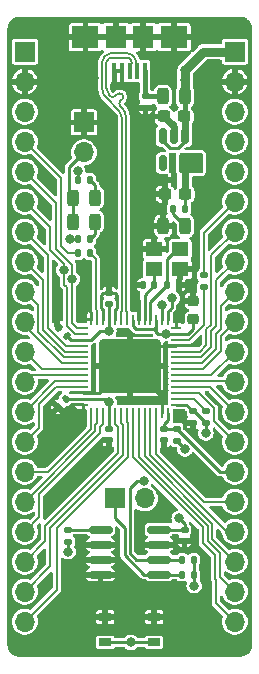
<source format=gbr>
%TF.GenerationSoftware,KiCad,Pcbnew,7.0.2-6a45011f42~172~ubuntu20.04.1*%
%TF.CreationDate,2023-04-23T13:30:34+07:00*%
%TF.ProjectId,EZ-USB-FX2LP-micro,455a2d55-5342-42d4-9658-324c502d6d69,rev?*%
%TF.SameCoordinates,Original*%
%TF.FileFunction,Copper,L1,Top*%
%TF.FilePolarity,Positive*%
%FSLAX46Y46*%
G04 Gerber Fmt 4.6, Leading zero omitted, Abs format (unit mm)*
G04 Created by KiCad (PCBNEW 7.0.2-6a45011f42~172~ubuntu20.04.1) date 2023-04-23 13:30:34*
%MOMM*%
%LPD*%
G01*
G04 APERTURE LIST*
G04 Aperture macros list*
%AMRoundRect*
0 Rectangle with rounded corners*
0 $1 Rounding radius*
0 $2 $3 $4 $5 $6 $7 $8 $9 X,Y pos of 4 corners*
0 Add a 4 corners polygon primitive as box body*
4,1,4,$2,$3,$4,$5,$6,$7,$8,$9,$2,$3,0*
0 Add four circle primitives for the rounded corners*
1,1,$1+$1,$2,$3*
1,1,$1+$1,$4,$5*
1,1,$1+$1,$6,$7*
1,1,$1+$1,$8,$9*
0 Add four rect primitives between the rounded corners*
20,1,$1+$1,$2,$3,$4,$5,0*
20,1,$1+$1,$4,$5,$6,$7,0*
20,1,$1+$1,$6,$7,$8,$9,0*
20,1,$1+$1,$8,$9,$2,$3,0*%
G04 Aperture macros list end*
%TA.AperFunction,SMDPad,CuDef*%
%ADD10RoundRect,0.150000X-0.150000X0.512500X-0.150000X-0.512500X0.150000X-0.512500X0.150000X0.512500X0*%
%TD*%
%TA.AperFunction,SMDPad,CuDef*%
%ADD11RoundRect,0.140000X0.140000X0.170000X-0.140000X0.170000X-0.140000X-0.170000X0.140000X-0.170000X0*%
%TD*%
%TA.AperFunction,SMDPad,CuDef*%
%ADD12RoundRect,0.135000X0.135000X0.185000X-0.135000X0.185000X-0.135000X-0.185000X0.135000X-0.185000X0*%
%TD*%
%TA.AperFunction,SMDPad,CuDef*%
%ADD13RoundRect,0.150000X-0.825000X-0.150000X0.825000X-0.150000X0.825000X0.150000X-0.825000X0.150000X0*%
%TD*%
%TA.AperFunction,SMDPad,CuDef*%
%ADD14RoundRect,0.243750X-0.243750X-0.456250X0.243750X-0.456250X0.243750X0.456250X-0.243750X0.456250X0*%
%TD*%
%TA.AperFunction,SMDPad,CuDef*%
%ADD15RoundRect,0.140000X-0.021213X0.219203X-0.219203X0.021213X0.021213X-0.219203X0.219203X-0.021213X0*%
%TD*%
%TA.AperFunction,SMDPad,CuDef*%
%ADD16RoundRect,0.140000X-0.170000X0.140000X-0.170000X-0.140000X0.170000X-0.140000X0.170000X0.140000X0*%
%TD*%
%TA.AperFunction,SMDPad,CuDef*%
%ADD17RoundRect,0.243750X0.243750X0.456250X-0.243750X0.456250X-0.243750X-0.456250X0.243750X-0.456250X0*%
%TD*%
%TA.AperFunction,SMDPad,CuDef*%
%ADD18RoundRect,0.140000X0.170000X-0.140000X0.170000X0.140000X-0.170000X0.140000X-0.170000X-0.140000X0*%
%TD*%
%TA.AperFunction,SMDPad,CuDef*%
%ADD19RoundRect,0.135000X0.185000X-0.135000X0.185000X0.135000X-0.185000X0.135000X-0.185000X-0.135000X0*%
%TD*%
%TA.AperFunction,SMDPad,CuDef*%
%ADD20R,1.050000X0.650000*%
%TD*%
%TA.AperFunction,SMDPad,CuDef*%
%ADD21RoundRect,0.062500X-0.062500X0.375000X-0.062500X-0.375000X0.062500X-0.375000X0.062500X0.375000X0*%
%TD*%
%TA.AperFunction,SMDPad,CuDef*%
%ADD22RoundRect,0.062500X-0.375000X0.062500X-0.375000X-0.062500X0.375000X-0.062500X0.375000X0.062500X0*%
%TD*%
%TA.AperFunction,ComponentPad*%
%ADD23C,0.500000*%
%TD*%
%TA.AperFunction,SMDPad,CuDef*%
%ADD24RoundRect,0.252000X-2.348000X1.998000X-2.348000X-1.998000X2.348000X-1.998000X2.348000X1.998000X0*%
%TD*%
%TA.AperFunction,SMDPad,CuDef*%
%ADD25RoundRect,0.225000X0.250000X-0.225000X0.250000X0.225000X-0.250000X0.225000X-0.250000X-0.225000X0*%
%TD*%
%TA.AperFunction,SMDPad,CuDef*%
%ADD26R,0.400000X1.400000*%
%TD*%
%TA.AperFunction,SMDPad,CuDef*%
%ADD27R,2.300000X1.900000*%
%TD*%
%TA.AperFunction,SMDPad,CuDef*%
%ADD28R,1.800000X1.900000*%
%TD*%
%TA.AperFunction,SMDPad,CuDef*%
%ADD29RoundRect,0.237500X0.300000X0.237500X-0.300000X0.237500X-0.300000X-0.237500X0.300000X-0.237500X0*%
%TD*%
%TA.AperFunction,SMDPad,CuDef*%
%ADD30RoundRect,0.140000X-0.140000X-0.170000X0.140000X-0.170000X0.140000X0.170000X-0.140000X0.170000X0*%
%TD*%
%TA.AperFunction,ComponentPad*%
%ADD31R,1.700000X1.700000*%
%TD*%
%TA.AperFunction,ComponentPad*%
%ADD32O,1.700000X1.700000*%
%TD*%
%TA.AperFunction,SMDPad,CuDef*%
%ADD33RoundRect,0.140000X0.219203X0.021213X0.021213X0.219203X-0.219203X-0.021213X-0.021213X-0.219203X0*%
%TD*%
%TA.AperFunction,SMDPad,CuDef*%
%ADD34R,1.400000X1.200000*%
%TD*%
%TA.AperFunction,ViaPad*%
%ADD35C,0.800000*%
%TD*%
%TA.AperFunction,Conductor*%
%ADD36C,0.250000*%
%TD*%
%TA.AperFunction,Conductor*%
%ADD37C,0.600000*%
%TD*%
%TA.AperFunction,Conductor*%
%ADD38C,0.500000*%
%TD*%
%TA.AperFunction,Conductor*%
%ADD39C,0.400000*%
%TD*%
%TA.AperFunction,Conductor*%
%ADD40C,0.800000*%
%TD*%
%TA.AperFunction,Conductor*%
%ADD41C,0.150000*%
%TD*%
%TA.AperFunction,Conductor*%
%ADD42C,0.200000*%
%TD*%
G04 APERTURE END LIST*
D10*
%TO.P,U4,1,IN*%
%TO.N,+5V*%
X150762300Y-88016500D03*
%TO.P,U4,2,GND*%
%TO.N,GND*%
X149812300Y-88016500D03*
%TO.P,U4,3,EN*%
%TO.N,+5V*%
X148862300Y-88016500D03*
%TO.P,U4,4,BP*%
%TO.N,unconnected-(U4-BP-Pad4)*%
X148862300Y-90291500D03*
%TO.P,U4,5,OUT*%
%TO.N,+3V3*%
X150762300Y-90291500D03*
%TD*%
D11*
%TO.P,C1,1*%
%TO.N,GND*%
X150210400Y-100609400D03*
%TO.P,C1,2*%
%TO.N,Net-(U1-XTALOUT)*%
X149250400Y-100609400D03*
%TD*%
D12*
%TO.P,R2,1*%
%TO.N,+3V3*%
X151513000Y-125120400D03*
%TO.P,R2,2*%
%TO.N,Net-(J2-Pin_1)*%
X150493000Y-125120400D03*
%TD*%
D13*
%TO.P,U2,1,A0*%
%TO.N,Net-(U2-A0)*%
X143587400Y-121310400D03*
%TO.P,U2,2,A1*%
%TO.N,GND*%
X143587400Y-122580400D03*
%TO.P,U2,3,A2*%
X143587400Y-123850400D03*
%TO.P,U2,4,GND*%
X143587400Y-125120400D03*
%TO.P,U2,5,SDA*%
%TO.N,Net-(J2-Pin_1)*%
X148537400Y-125120400D03*
%TO.P,U2,6,SCL*%
%TO.N,/SCL*%
X148537400Y-123850400D03*
%TO.P,U2,7,WP*%
%TO.N,GND*%
X148537400Y-122580400D03*
%TO.P,U2,8,VCC*%
%TO.N,+3V3*%
X148537400Y-121310400D03*
%TD*%
D12*
%TO.P,R4,1*%
%TO.N,+3V3*%
X150762300Y-94132400D03*
%TO.P,R4,2*%
%TO.N,Net-(D1-A)*%
X149742300Y-94132400D03*
%TD*%
%TO.P,R9,1*%
%TO.N,Net-(U1-IFCLK)*%
X142673800Y-97891600D03*
%TO.P,R9,2*%
%TO.N,/IFCLK*%
X141653800Y-97891600D03*
%TD*%
D14*
%TO.P,D2,1,K*%
%TO.N,Net-(D2-K)*%
X141251700Y-93200600D03*
%TO.P,D2,2,A*%
%TO.N,Net-(D2-A)*%
X143126700Y-93200600D03*
%TD*%
D15*
%TO.P,C9,1*%
%TO.N,+3V3*%
X140665200Y-110236000D03*
%TO.P,C9,2*%
%TO.N,GND*%
X139986378Y-110914822D03*
%TD*%
D11*
%TO.P,C18,1*%
%TO.N,+3V3*%
X150762300Y-91694000D03*
%TO.P,C18,2*%
%TO.N,GND*%
X149802300Y-91694000D03*
%TD*%
D16*
%TO.P,C6,1*%
%TO.N,+3V3*%
X144312400Y-112804000D03*
%TO.P,C6,2*%
%TO.N,GND*%
X144312400Y-113764000D03*
%TD*%
D17*
%TO.P,F1,1*%
%TO.N,+5V*%
X150744400Y-84632800D03*
%TO.P,F1,2*%
%TO.N,VBUS*%
X148869400Y-84632800D03*
%TD*%
D18*
%TO.P,C4,1*%
%TO.N,+3V3*%
X144312400Y-102207000D03*
%TO.P,C4,2*%
%TO.N,GND*%
X144312400Y-101247000D03*
%TD*%
D19*
%TO.P,R10,1*%
%TO.N,+3V3*%
X152501600Y-112295400D03*
%TO.P,R10,2*%
%TO.N,/WAKEUP*%
X152501600Y-111275400D03*
%TD*%
D20*
%TO.P,SW1,1,1*%
%TO.N,GND*%
X143987400Y-128719000D03*
X148137400Y-128719000D03*
%TO.P,SW1,2,2*%
%TO.N,/~{RESET}*%
X143987400Y-130869000D03*
X148112400Y-130869000D03*
%TD*%
D21*
%TO.P,U1,1,RDY0/SLRD*%
%TO.N,/RDY0*%
X149312400Y-103548700D03*
%TO.P,U1,2,RDY1/SLWR*%
%TO.N,/RDY1*%
X148812400Y-103548700D03*
%TO.P,U1,3,AVCC*%
%TO.N,+3V3*%
X148312400Y-103548700D03*
%TO.P,U1,4,XTALOUT*%
%TO.N,Net-(U1-XTALOUT)*%
X147812400Y-103548700D03*
%TO.P,U1,5,XTALIN*%
%TO.N,Net-(U1-XTALIN)*%
X147312400Y-103548700D03*
%TO.P,U1,6,AGND*%
%TO.N,GND*%
X146812400Y-103548700D03*
%TO.P,U1,7,AVCC*%
%TO.N,+3V3*%
X146312400Y-103548700D03*
%TO.P,U1,8,D+*%
%TO.N,/D+*%
X145812400Y-103548700D03*
%TO.P,U1,9,D-*%
%TO.N,/D-*%
X145312400Y-103548700D03*
%TO.P,U1,10,AGND*%
%TO.N,GND*%
X144812400Y-103548700D03*
%TO.P,U1,11,VCC*%
%TO.N,+3V3*%
X144312400Y-103548700D03*
%TO.P,U1,12,GND*%
%TO.N,GND*%
X143812400Y-103548700D03*
%TO.P,U1,13,IFCLK*%
%TO.N,Net-(U1-IFCLK)*%
X143312400Y-103548700D03*
%TO.P,U1,14,RESERVED*%
%TO.N,GND*%
X142812400Y-103548700D03*
D22*
%TO.P,U1,15,SCL*%
%TO.N,/SCL*%
X142124900Y-104236200D03*
%TO.P,U1,16,SDA*%
%TO.N,/SDA*%
X142124900Y-104736200D03*
%TO.P,U1,17,VCC*%
%TO.N,+3V3*%
X142124900Y-105236200D03*
%TO.P,U1,18,PB0/FD0*%
%TO.N,/PB0*%
X142124900Y-105736200D03*
%TO.P,U1,19,PB1/FD1*%
%TO.N,/PB1*%
X142124900Y-106236200D03*
%TO.P,U1,20,PB2/FD2*%
%TO.N,/PB2*%
X142124900Y-106736200D03*
%TO.P,U1,21,PB3/FD3*%
%TO.N,/PB3*%
X142124900Y-107236200D03*
%TO.P,U1,22,PB4/FD4*%
%TO.N,/PB4*%
X142124900Y-107736200D03*
%TO.P,U1,23,PB5/FD5*%
%TO.N,/PB5*%
X142124900Y-108236200D03*
%TO.P,U1,24,PB6/FD6*%
%TO.N,/PB6*%
X142124900Y-108736200D03*
%TO.P,U1,25,PB7/FD7*%
%TO.N,/PB7*%
X142124900Y-109236200D03*
%TO.P,U1,26,GND*%
%TO.N,GND*%
X142124900Y-109736200D03*
%TO.P,U1,27,VCC*%
%TO.N,+3V3*%
X142124900Y-110236200D03*
%TO.P,U1,28,GND*%
%TO.N,GND*%
X142124900Y-110736200D03*
D21*
%TO.P,U1,29,CTL0/FLAGA*%
%TO.N,/CTL0*%
X142812400Y-111423700D03*
%TO.P,U1,30,CTL1/FLAGB*%
%TO.N,/CTL1*%
X143312400Y-111423700D03*
%TO.P,U1,31,CTL2/FLAGC*%
%TO.N,/CTL2*%
X143812400Y-111423700D03*
%TO.P,U1,32,VCC*%
%TO.N,+3V3*%
X144312400Y-111423700D03*
%TO.P,U1,33,PA0/~{INT0}*%
%TO.N,/PA0*%
X144812400Y-111423700D03*
%TO.P,U1,34,PA1/~{INT1}*%
%TO.N,/PA1*%
X145312400Y-111423700D03*
%TO.P,U1,35,PA2/SLOE*%
%TO.N,/PA2*%
X145812400Y-111423700D03*
%TO.P,U1,36,PA3/WU2*%
%TO.N,/PA3*%
X146312400Y-111423700D03*
%TO.P,U1,37,PA4/FIOADDR0*%
%TO.N,/PA4*%
X146812400Y-111423700D03*
%TO.P,U1,38,PA5/FIOADDR1*%
%TO.N,/PA5*%
X147312400Y-111423700D03*
%TO.P,U1,39,PA6/PKTEND*%
%TO.N,/PA6*%
X147812400Y-111423700D03*
%TO.P,U1,40,PA7/FLAGD/~{SLCS}*%
%TO.N,/PA7*%
X148312400Y-111423700D03*
%TO.P,U1,41,GND*%
%TO.N,GND*%
X148812400Y-111423700D03*
%TO.P,U1,42,~{RESET}*%
%TO.N,/~{RESET}*%
X149312400Y-111423700D03*
D22*
%TO.P,U1,43,VCC*%
%TO.N,+3V3*%
X149999900Y-110736200D03*
%TO.P,U1,44,WAKEUP*%
%TO.N,/WAKEUP*%
X149999900Y-110236200D03*
%TO.P,U1,45,PD0/FD8*%
%TO.N,/PD0*%
X149999900Y-109736200D03*
%TO.P,U1,46,PD1/FD9*%
%TO.N,/PD1*%
X149999900Y-109236200D03*
%TO.P,U1,47,PD2/FD10*%
%TO.N,/PD2*%
X149999900Y-108736200D03*
%TO.P,U1,48,PD3/FD11*%
%TO.N,/PD3*%
X149999900Y-108236200D03*
%TO.P,U1,49,PD4/FD12*%
%TO.N,/PD4*%
X149999900Y-107736200D03*
%TO.P,U1,50,PD5/FD13*%
%TO.N,/PD5*%
X149999900Y-107236200D03*
%TO.P,U1,51,PD6/FD14*%
%TO.N,/PD6*%
X149999900Y-106736200D03*
%TO.P,U1,52,PD7/FD15*%
%TO.N,/PD7*%
X149999900Y-106236200D03*
%TO.P,U1,53,GND*%
%TO.N,GND*%
X149999900Y-105736200D03*
%TO.P,U1,54,CLKOUT*%
%TO.N,Net-(U1-CLKOUT)*%
X149999900Y-105236200D03*
%TO.P,U1,55,VCC*%
%TO.N,+3V3*%
X149999900Y-104736200D03*
%TO.P,U1,56,GND*%
%TO.N,GND*%
X149999900Y-104236200D03*
D23*
%TO.P,U1,57,EP*%
X148412400Y-105486200D03*
X147237400Y-105486200D03*
X146062400Y-105486200D03*
X144887400Y-105486200D03*
X143712400Y-105486200D03*
X148412400Y-106486200D03*
X147237400Y-106486200D03*
X146062400Y-106486200D03*
X144887400Y-106486200D03*
X143712400Y-106486200D03*
X148412400Y-107486200D03*
X147237400Y-107486200D03*
X146062400Y-107486200D03*
D24*
X146062400Y-107486200D03*
D23*
X144887400Y-107486200D03*
X143712400Y-107486200D03*
X148412400Y-108486200D03*
X147237400Y-108486200D03*
X146062400Y-108486200D03*
X144887400Y-108486200D03*
X143712400Y-108486200D03*
X148412400Y-109486200D03*
X147237400Y-109486200D03*
X146062400Y-109486200D03*
X144887400Y-109486200D03*
X143712400Y-109486200D03*
%TD*%
D19*
%TO.P,R1,1*%
%TO.N,+3V3*%
X140843000Y-122330400D03*
%TO.P,R1,2*%
%TO.N,Net-(U2-A0)*%
X140843000Y-121310400D03*
%TD*%
D16*
%TO.P,C13,1*%
%TO.N,/~{RESET}*%
X148971000Y-112804000D03*
%TO.P,C13,2*%
%TO.N,GND*%
X148971000Y-113764000D03*
%TD*%
D25*
%TO.P,C15,1*%
%TO.N,+3V3*%
X151434800Y-103518000D03*
%TO.P,C15,2*%
%TO.N,GND*%
X151434800Y-101968000D03*
%TD*%
D26*
%TO.P,J5,1,VBUS*%
%TO.N,VBUS*%
X147362400Y-82479000D03*
%TO.P,J5,2,D-*%
%TO.N,/D-*%
X146712400Y-82479000D03*
%TO.P,J5,3,D+*%
%TO.N,/D+*%
X146062400Y-82479000D03*
%TO.P,J5,4,ID*%
%TO.N,GND*%
X145412400Y-82479000D03*
%TO.P,J5,5,GND*%
X144762400Y-82479000D03*
D27*
%TO.P,J5,6,Shield*%
X149812400Y-79629000D03*
D28*
X147212400Y-79629000D03*
X144912400Y-79629000D03*
D27*
X142312400Y-79629000D03*
%TD*%
D29*
%TO.P,C17,1*%
%TO.N,+5V*%
X150674800Y-86334600D03*
%TO.P,C17,2*%
%TO.N,GND*%
X148949800Y-86334600D03*
%TD*%
D12*
%TO.P,R6,1*%
%TO.N,Net-(D3-A)*%
X142679200Y-96723200D03*
%TO.P,R6,2*%
%TO.N,/PA1*%
X141659200Y-96723200D03*
%TD*%
D19*
%TO.P,R8,1*%
%TO.N,+3V3*%
X150037800Y-113794000D03*
%TO.P,R8,2*%
%TO.N,/~{RESET}*%
X150037800Y-112774000D03*
%TD*%
%TO.P,R7,1*%
%TO.N,Net-(U1-CLKOUT)*%
X152323800Y-100789200D03*
%TO.P,R7,2*%
%TO.N,/CLKOUT*%
X152323800Y-99769200D03*
%TD*%
D12*
%TO.P,R3,1*%
%TO.N,+3V3*%
X151513000Y-123850400D03*
%TO.P,R3,2*%
%TO.N,/SCL*%
X150493000Y-123850400D03*
%TD*%
D30*
%TO.P,C2,1*%
%TO.N,GND*%
X147190400Y-100609400D03*
%TO.P,C2,2*%
%TO.N,Net-(U1-XTALIN)*%
X148150400Y-100609400D03*
%TD*%
D31*
%TO.P,J2,1,Pin_1*%
%TO.N,Net-(J2-Pin_1)*%
X144787400Y-118668800D03*
D32*
%TO.P,J2,2,Pin_2*%
%TO.N,/SDA*%
X147327400Y-118668800D03*
%TD*%
D31*
%TO.P,J3,1,Pin_1*%
%TO.N,GND*%
X142169200Y-86842600D03*
D32*
%TO.P,J3,2,Pin_2*%
%TO.N,Net-(D2-K)*%
X142169200Y-89382600D03*
%TD*%
D33*
%TO.P,C7,1*%
%TO.N,+3V3*%
X140716000Y-104902000D03*
%TO.P,C7,2*%
%TO.N,GND*%
X140037178Y-104223178D03*
%TD*%
D16*
%TO.P,C8,1*%
%TO.N,+3V3*%
X151434800Y-111305400D03*
%TO.P,C8,2*%
%TO.N,GND*%
X151434800Y-112265400D03*
%TD*%
D14*
%TO.P,D3,1,K*%
%TO.N,Net-(D2-K)*%
X141251700Y-95250000D03*
%TO.P,D3,2,A*%
%TO.N,Net-(D3-A)*%
X143126700Y-95250000D03*
%TD*%
D12*
%TO.P,R5,1*%
%TO.N,Net-(D2-A)*%
X142679200Y-91694000D03*
%TO.P,R5,2*%
%TO.N,/PA0*%
X141659200Y-91694000D03*
%TD*%
D34*
%TO.P,Y1,1,1*%
%TO.N,Net-(U1-XTALIN)*%
X148150400Y-99275000D03*
%TO.P,Y1,2,2*%
%TO.N,GND*%
X150350400Y-99275000D03*
%TO.P,Y1,3,3*%
%TO.N,Net-(U1-XTALOUT)*%
X150350400Y-97575000D03*
%TO.P,Y1,4,4*%
%TO.N,GND*%
X148150400Y-97575000D03*
%TD*%
D16*
%TO.P,C14,1*%
%TO.N,VBUS*%
X147396200Y-84632800D03*
%TO.P,C14,2*%
%TO.N,GND*%
X147396200Y-85592800D03*
%TD*%
D29*
%TO.P,C19,1*%
%TO.N,+3V3*%
X150762300Y-92913200D03*
%TO.P,C19,2*%
%TO.N,GND*%
X149037300Y-92913200D03*
%TD*%
D16*
%TO.P,C3,1*%
%TO.N,+3V3*%
X150698200Y-121310400D03*
%TO.P,C3,2*%
%TO.N,GND*%
X150698200Y-122270400D03*
%TD*%
D14*
%TO.P,D1,1,K*%
%TO.N,GND*%
X148894800Y-95605600D03*
%TO.P,D1,2,A*%
%TO.N,Net-(D1-A)*%
X150769800Y-95605600D03*
%TD*%
D31*
%TO.P,J1,1,Pin_1*%
%TO.N,+5V*%
X137172400Y-80846600D03*
D32*
%TO.P,J1,2,Pin_2*%
%TO.N,GND*%
X137172400Y-83386600D03*
%TO.P,J1,3,Pin_3*%
%TO.N,+3V3*%
X137172400Y-85926600D03*
%TO.P,J1,4,Pin_4*%
%TO.N,/IFCLK*%
X137172400Y-88466600D03*
%TO.P,J1,5,Pin_5*%
%TO.N,/SCL*%
X137172400Y-91006600D03*
%TO.P,J1,6,Pin_6*%
%TO.N,/SDA*%
X137172400Y-93546600D03*
%TO.P,J1,7,Pin_7*%
%TO.N,/PB0*%
X137172400Y-96086600D03*
%TO.P,J1,8,Pin_8*%
%TO.N,/PB1*%
X137172400Y-98626600D03*
%TO.P,J1,9,Pin_9*%
%TO.N,/PB2*%
X137172400Y-101166600D03*
%TO.P,J1,10,Pin_10*%
%TO.N,/PB3*%
X137172400Y-103706600D03*
%TO.P,J1,11,Pin_11*%
%TO.N,/PB4*%
X137172400Y-106246600D03*
%TO.P,J1,12,Pin_12*%
%TO.N,/PB5*%
X137172400Y-108786600D03*
%TO.P,J1,13,Pin_13*%
%TO.N,/PB6*%
X137172400Y-111326600D03*
%TO.P,J1,14,Pin_14*%
%TO.N,/PB7*%
X137172400Y-113866600D03*
%TO.P,J1,15,Pin_15*%
%TO.N,/CTL0*%
X137172400Y-116406600D03*
%TO.P,J1,16,Pin_16*%
%TO.N,/CTL1*%
X137172400Y-118946600D03*
%TO.P,J1,17,Pin_17*%
%TO.N,/CTL2*%
X137172400Y-121486600D03*
%TO.P,J1,18,Pin_18*%
%TO.N,/PA0*%
X137172400Y-124026600D03*
%TO.P,J1,19,Pin_19*%
%TO.N,/PA1*%
X137172400Y-126566600D03*
%TO.P,J1,20,Pin_20*%
%TO.N,/PA2*%
X137172400Y-129106600D03*
%TD*%
D31*
%TO.P,J7,1,Pin_1*%
%TO.N,+5V*%
X154952400Y-80846600D03*
D32*
%TO.P,J7,2,Pin_2*%
%TO.N,GND*%
X154952400Y-83386600D03*
%TO.P,J7,3,Pin_3*%
%TO.N,+3V3*%
X154952400Y-85926600D03*
%TO.P,J7,4,Pin_4*%
%TO.N,/RDY1*%
X154952400Y-88466600D03*
%TO.P,J7,5,Pin_5*%
%TO.N,/RDY0*%
X154952400Y-91006600D03*
%TO.P,J7,6,Pin_6*%
%TO.N,/CLKOUT*%
X154952400Y-93546600D03*
%TO.P,J7,7,Pin_7*%
%TO.N,/PD7*%
X154952400Y-96086600D03*
%TO.P,J7,8,Pin_8*%
%TO.N,/PD6*%
X154952400Y-98626600D03*
%TO.P,J7,9,Pin_9*%
%TO.N,/PD5*%
X154952400Y-101166600D03*
%TO.P,J7,10,Pin_10*%
%TO.N,/PD4*%
X154952400Y-103706600D03*
%TO.P,J7,11,Pin_11*%
%TO.N,/PD3*%
X154952400Y-106246600D03*
%TO.P,J7,12,Pin_12*%
%TO.N,/PD2*%
X154952400Y-108786600D03*
%TO.P,J7,13,Pin_13*%
%TO.N,/PD1*%
X154952400Y-111326600D03*
%TO.P,J7,14,Pin_14*%
%TO.N,/PD0*%
X154952400Y-113866600D03*
%TO.P,J7,15,Pin_15*%
%TO.N,/~{RESET}*%
X154952400Y-116406600D03*
%TO.P,J7,16,Pin_16*%
%TO.N,/PA7*%
X154952400Y-118946600D03*
%TO.P,J7,17,Pin_17*%
%TO.N,/PA6*%
X154952400Y-121486600D03*
%TO.P,J7,18,Pin_18*%
%TO.N,/PA5*%
X154952400Y-124026600D03*
%TO.P,J7,19,Pin_19*%
%TO.N,/PA4*%
X154952400Y-126566600D03*
%TO.P,J7,20,Pin_20*%
%TO.N,/PA3*%
X154952400Y-129106600D03*
%TD*%
D35*
%TO.N,GND*%
X136296400Y-102438200D03*
X142417800Y-102108000D03*
X136296400Y-92278200D03*
X136296400Y-94818200D03*
X155829000Y-112598200D03*
X155829000Y-125298200D03*
X144653000Y-99441000D03*
X136296400Y-104978200D03*
X145999200Y-83947000D03*
X155829000Y-110058200D03*
X152019000Y-95199200D03*
X136296400Y-117678200D03*
X139928600Y-103200200D03*
X136296400Y-89738200D03*
X144653000Y-95825732D03*
X144653000Y-88595200D03*
X155829000Y-89738200D03*
X146481800Y-95825732D03*
X155829000Y-94818200D03*
X155829000Y-87198200D03*
X155829000Y-117678200D03*
X136296400Y-107518200D03*
X155829000Y-104978200D03*
X152450800Y-78994000D03*
X136296400Y-112598200D03*
X151282400Y-100660200D03*
X136296400Y-87198200D03*
X148564600Y-94081600D03*
X136296400Y-122758200D03*
X155829000Y-92278200D03*
X136296400Y-130378200D03*
X148793200Y-82067400D03*
X147650200Y-86563200D03*
X140639800Y-117678200D03*
X146913600Y-122555000D03*
X143078200Y-81254600D03*
X155829000Y-107518200D03*
X136296400Y-125298200D03*
X144653000Y-92210466D03*
X146481800Y-99441000D03*
X136296400Y-97358200D03*
X136296400Y-84658200D03*
X146075400Y-128752600D03*
X155829000Y-120218200D03*
X141884400Y-122174000D03*
X136296400Y-110058200D03*
X143992600Y-85725000D03*
X146481800Y-88595200D03*
X140233400Y-113207800D03*
X149275800Y-119303800D03*
X153238200Y-84226400D03*
X136296400Y-115138200D03*
X139471400Y-78994000D03*
X151079200Y-115976400D03*
X155829000Y-102438200D03*
X155829000Y-84658200D03*
X155829000Y-127838200D03*
X142824200Y-115544600D03*
X143002000Y-83108800D03*
X155829000Y-115138200D03*
X139471400Y-82067400D03*
X155829000Y-122758200D03*
X155829000Y-99898200D03*
X136296400Y-120218200D03*
X136296400Y-127838200D03*
X136296400Y-99898200D03*
X142163800Y-98882200D03*
X155829000Y-130378200D03*
X150495000Y-111836200D03*
X155829000Y-97358200D03*
X146481800Y-92210466D03*
X145211800Y-125095000D03*
%TO.N,+3V3*%
X140843000Y-123190000D03*
X144313482Y-110550920D03*
X152501600Y-113131600D03*
X144297400Y-104495600D03*
X151511000Y-126060200D03*
X151790400Y-89916000D03*
X151790400Y-90728800D03*
X149098000Y-104736200D03*
X150733001Y-114493799D03*
X150241000Y-120370600D03*
%TO.N,+5V*%
X150749000Y-83261200D03*
X150749000Y-82397600D03*
%TO.N,/~{RESET}*%
X146151600Y-130869000D03*
%TO.N,/SDA*%
X140491400Y-99339400D03*
%TO.N,/SCL*%
X147294600Y-117170200D03*
X141191400Y-100101400D03*
%TO.N,/PA0*%
X141655800Y-90982800D03*
%TO.N,/PA1*%
X140995400Y-96723200D03*
%TO.N,/RDY0*%
X149642232Y-101719553D03*
%TO.N,/RDY1*%
X148818600Y-102285800D03*
%TD*%
D36*
%TO.N,GND*%
X146481800Y-101523800D02*
X146481800Y-99441000D01*
D37*
X149812300Y-88016500D02*
X149812300Y-87197100D01*
D36*
X148812400Y-109886200D02*
X148412400Y-109486200D01*
X144812400Y-103548700D02*
X144812400Y-102736000D01*
X146812400Y-103548700D02*
X146812400Y-101854400D01*
X142812400Y-103548700D02*
X142812400Y-102909000D01*
X149999900Y-105736200D02*
X147812400Y-105736200D01*
X142124900Y-109736200D02*
X143462400Y-109736200D01*
X143462400Y-109736200D02*
X143712400Y-109486200D01*
X142812400Y-102909000D02*
X142417800Y-102514400D01*
X143812200Y-101247000D02*
X144312400Y-101247000D01*
X144808000Y-101247000D02*
X144312400Y-101247000D01*
D38*
X140037178Y-104223178D02*
X139928600Y-104114600D01*
D36*
X142417800Y-102514400D02*
X142417800Y-102108000D01*
X148812400Y-111423700D02*
X148812400Y-109886200D01*
X143812400Y-103548700D02*
X143812400Y-102689800D01*
X143611600Y-102489000D02*
X143611600Y-101447600D01*
X144987400Y-102561000D02*
X144987400Y-101426400D01*
X142124900Y-110736200D02*
X142124900Y-111316300D01*
D37*
X149812300Y-87197100D02*
X148949800Y-86334600D01*
D36*
X146812400Y-101854400D02*
X146481800Y-101523800D01*
X144812400Y-102736000D02*
X144987400Y-102561000D01*
X144987400Y-101426400D02*
X144808000Y-101247000D01*
X143812400Y-102689800D02*
X143611600Y-102489000D01*
X147812400Y-105736200D02*
X146062400Y-107486200D01*
D38*
X139928600Y-104114600D02*
X139928600Y-103200200D01*
D36*
X142124900Y-111316300D02*
X140233400Y-113207800D01*
X143611600Y-101447600D02*
X143812200Y-101247000D01*
%TO.N,Net-(U1-XTALOUT)*%
X150100400Y-97575000D02*
X150350400Y-97575000D01*
X147812400Y-102047400D02*
X149250400Y-100609400D01*
X147812400Y-103548700D02*
X147812400Y-102047400D01*
X149250400Y-100609400D02*
X149250400Y-98425000D01*
X149250400Y-98425000D02*
X150100400Y-97575000D01*
%TO.N,Net-(U1-XTALIN)*%
X147312400Y-101455009D02*
X148150400Y-100617009D01*
X148150400Y-100609400D02*
X148150400Y-99275000D01*
X148150400Y-100617009D02*
X148150400Y-100609400D01*
X147312400Y-103548700D02*
X147312400Y-101455009D01*
%TO.N,+3V3*%
X148312400Y-104134208D02*
X148312400Y-104544600D01*
X140843000Y-122330400D02*
X140843000Y-123190000D01*
X148496408Y-104736200D02*
X148308604Y-104548396D01*
X150698200Y-120827800D02*
X150241000Y-120370600D01*
X144312400Y-111423700D02*
X144312400Y-110552002D01*
X152501600Y-112295400D02*
X151511600Y-111305400D01*
X150865600Y-110736200D02*
X151434800Y-111305400D01*
X149999900Y-104736200D02*
X148496408Y-104736200D01*
X141050200Y-105236200D02*
X140716000Y-104902000D01*
X142769400Y-105236200D02*
X143510000Y-104495600D01*
D37*
X150762300Y-91694000D02*
X150762300Y-92913200D01*
D36*
X149999900Y-110736200D02*
X150865600Y-110736200D01*
X148312400Y-104134208D02*
X148312400Y-103548700D01*
X143510000Y-104495600D02*
X144297400Y-104495600D01*
X148103408Y-104343200D02*
X148312400Y-104134208D01*
X150698200Y-121310400D02*
X150698200Y-120827800D01*
X144312400Y-103548700D02*
X144312400Y-104480600D01*
D37*
X150762300Y-90291500D02*
X150762300Y-91694000D01*
D36*
X152501600Y-112295400D02*
X152501600Y-113131600D01*
X148308604Y-104548396D02*
X148103408Y-104343200D01*
X142124900Y-105236200D02*
X142769400Y-105236200D01*
X150762300Y-94132400D02*
X150762300Y-92913200D01*
X151513000Y-126058200D02*
X151511000Y-126060200D01*
X149999900Y-104736200D02*
X150991000Y-104736200D01*
X142124900Y-110236200D02*
X140665400Y-110236200D01*
X142124900Y-105236200D02*
X141050200Y-105236200D01*
X151511600Y-111305400D02*
X151434800Y-111305400D01*
X150037800Y-113794000D02*
X150037800Y-113798598D01*
X151513000Y-123850400D02*
X151513000Y-125120400D01*
X144312400Y-104480600D02*
X144297400Y-104495600D01*
X140665400Y-110236200D02*
X140665200Y-110236000D01*
X150991000Y-104736200D02*
X151434800Y-104292400D01*
X144312400Y-110552002D02*
X144313482Y-110550920D01*
X151434800Y-104292400D02*
X151434800Y-103518000D01*
X150698200Y-121310400D02*
X148537400Y-121310400D01*
X148312400Y-104544600D02*
X148308604Y-104548396D01*
X144312400Y-112804000D02*
X144312400Y-111423700D01*
X144312400Y-102207000D02*
X144312400Y-103548700D01*
X146621392Y-104343200D02*
X148103408Y-104343200D01*
X142124900Y-110236200D02*
X143998762Y-110236200D01*
X143998762Y-110236200D02*
X144313482Y-110550920D01*
X146312400Y-104034208D02*
X146621392Y-104343200D01*
X146312400Y-103548700D02*
X146312400Y-104034208D01*
X150037800Y-113798598D02*
X150733001Y-114493799D01*
X151513000Y-125120400D02*
X151513000Y-126058200D01*
D39*
%TO.N,+5V*%
X150744400Y-85568000D02*
X150749000Y-85572600D01*
D40*
X152300000Y-80846600D02*
X154952400Y-80846600D01*
X150749000Y-84628200D02*
X150744400Y-84632800D01*
D36*
X150136051Y-89027000D02*
X150762300Y-88400751D01*
X150762300Y-88400751D02*
X150762300Y-88016500D01*
X149488549Y-89027000D02*
X150136051Y-89027000D01*
D39*
X150744400Y-86265000D02*
X150674800Y-86334600D01*
D37*
X150762300Y-88016500D02*
X150762300Y-86422100D01*
D40*
X150749000Y-82397600D02*
X150749000Y-84628200D01*
D37*
X150762300Y-86422100D02*
X150674800Y-86334600D01*
D36*
X148862300Y-88016500D02*
X148862300Y-88400751D01*
D40*
X150749000Y-82397600D02*
X152300000Y-80846600D01*
D39*
X150749000Y-85572600D02*
X150744400Y-85577200D01*
X150744400Y-85577200D02*
X150744400Y-86265000D01*
D36*
X148862300Y-88400751D02*
X149488549Y-89027000D01*
D39*
X150744400Y-84632800D02*
X150744400Y-85568000D01*
D36*
%TO.N,/~{RESET}*%
X150007800Y-112804000D02*
X150037800Y-112774000D01*
X148971000Y-112395000D02*
X148971000Y-112804000D01*
X150037800Y-112774000D02*
X153670400Y-116406600D01*
X148971000Y-112804000D02*
X150007800Y-112804000D01*
X149312400Y-111423700D02*
X149312400Y-112053600D01*
X153670400Y-116406600D02*
X154952400Y-116406600D01*
X149312400Y-112053600D02*
X148971000Y-112395000D01*
X143987400Y-130869000D02*
X148112400Y-130869000D01*
%TO.N,Net-(D1-A)*%
X149742300Y-94578100D02*
X150769800Y-95605600D01*
X149742300Y-94132400D02*
X149742300Y-94578100D01*
%TO.N,Net-(D2-K)*%
X141251700Y-93200600D02*
X140930800Y-92879700D01*
X141251700Y-95250000D02*
X141251700Y-93200600D01*
X141251700Y-93200600D02*
X141251700Y-93294200D01*
X140930800Y-92879700D02*
X140930800Y-90621000D01*
X140930800Y-90621000D02*
X142169200Y-89382600D01*
%TO.N,Net-(D2-A)*%
X143126700Y-92141500D02*
X142679200Y-91694000D01*
X143126700Y-93200600D02*
X143126700Y-92141500D01*
%TO.N,Net-(D3-A)*%
X143126700Y-96275700D02*
X142679200Y-96723200D01*
X143126700Y-95250000D02*
X143126700Y-96275700D01*
D39*
%TO.N,VBUS*%
X147362400Y-84599000D02*
X147396200Y-84632800D01*
X147362400Y-82479000D02*
X147362400Y-84599000D01*
X147396200Y-84632800D02*
X148869400Y-84632800D01*
D41*
%TO.N,/D-*%
X145387400Y-102817449D02*
X145312400Y-102892449D01*
X145929616Y-80992235D02*
X144443184Y-80992235D01*
X144034293Y-84718781D02*
X145153086Y-85837574D01*
X144089630Y-81138682D02*
X143887846Y-81340466D01*
X146712400Y-82479000D02*
X146712400Y-81979000D01*
X146415953Y-81271465D02*
X146283169Y-81138681D01*
X146712400Y-81979000D02*
X146562400Y-81829000D01*
X145387400Y-86403259D02*
X145387400Y-102817449D01*
X146562400Y-81829000D02*
X146562400Y-81625019D01*
X143741400Y-81694019D02*
X143741400Y-84011674D01*
X145312400Y-102892449D02*
X145312400Y-103548700D01*
X143741419Y-84011674D02*
G75*
G03*
X144034294Y-84718780I999981J-26D01*
G01*
X143887837Y-81340457D02*
G75*
G03*
X143741400Y-81694019I353563J-353543D01*
G01*
X146283154Y-81138696D02*
G75*
G03*
X145929616Y-80992235I-353554J-353504D01*
G01*
X145387429Y-86403259D02*
G75*
G03*
X145153086Y-85837574I-800029J-41D01*
G01*
X146562386Y-81625019D02*
G75*
G03*
X146415952Y-81271466I-499986J19D01*
G01*
X144443184Y-80992214D02*
G75*
G03*
X144089631Y-81138683I16J-499986D01*
G01*
%TO.N,/D+*%
X145425375Y-84879218D02*
X145269671Y-85034919D01*
X144293185Y-81430103D02*
X144179268Y-81544020D01*
X145269672Y-85459184D02*
X145444507Y-85634019D01*
X145867483Y-81342235D02*
X144505317Y-81342235D01*
X145737400Y-102817449D02*
X145812400Y-102892449D01*
X144325715Y-84515227D02*
X144421144Y-84610656D01*
X144845409Y-84610655D02*
X144845408Y-84610656D01*
X144091400Y-81756152D02*
X144091400Y-83949541D01*
X145812400Y-102892449D02*
X145812400Y-103548700D01*
X146212400Y-81829000D02*
X146212400Y-81687152D01*
X146062400Y-81979000D02*
X146212400Y-81829000D01*
X146124532Y-81475020D02*
X146079615Y-81430103D01*
X145737400Y-86341126D02*
X145737400Y-102817449D01*
X144845408Y-84610656D02*
X145001111Y-84454954D01*
X146062400Y-82479000D02*
X146062400Y-81979000D01*
X145425374Y-84879219D02*
X145425375Y-84879218D01*
X145269671Y-85459183D02*
X145269672Y-85459184D01*
X144505317Y-81342237D02*
G75*
G03*
X144293185Y-81430103I-17J-299963D01*
G01*
X145737381Y-86341126D02*
G75*
G03*
X145444506Y-85634020I-999981J26D01*
G01*
X145269720Y-85034968D02*
G75*
G03*
X145269671Y-85459183I212080J-212132D01*
G01*
X144421169Y-84610631D02*
G75*
G03*
X144845408Y-84610654I212131J212131D01*
G01*
X146079616Y-81430102D02*
G75*
G03*
X145867483Y-81342235I-212116J-212098D01*
G01*
X144179292Y-81544044D02*
G75*
G03*
X144091400Y-81756152I212108J-212156D01*
G01*
X145425374Y-84454955D02*
G75*
G03*
X145001112Y-84454955I-212131J-212131D01*
G01*
X145425388Y-84879233D02*
G75*
G03*
X145425375Y-84454954I-212188J212133D01*
G01*
X144091371Y-83949541D02*
G75*
G03*
X144325715Y-84515227I800029J41D01*
G01*
X146212433Y-81687152D02*
G75*
G03*
X146124531Y-81475021I-300033J-48D01*
G01*
D36*
%TO.N,Net-(J2-Pin_1)*%
X144787400Y-118668800D02*
X144787400Y-120301800D01*
X150493000Y-125120400D02*
X148537400Y-125120400D01*
X147243800Y-125120400D02*
X148537400Y-125120400D01*
X145625400Y-121139800D02*
X145625400Y-123502000D01*
X144787400Y-120301800D02*
X145625400Y-121139800D01*
X145625400Y-123502000D02*
X147243800Y-125120400D01*
D42*
%TO.N,/SDA*%
X140491400Y-99339400D02*
X140491400Y-98784600D01*
X140491400Y-98784600D02*
X139351600Y-97644800D01*
X140741400Y-100812600D02*
X140741400Y-104039796D01*
X140741400Y-104039796D02*
X141437804Y-104736200D01*
X139351600Y-95725800D02*
X137172400Y-93546600D01*
X140491400Y-99339400D02*
X140491400Y-100562600D01*
X141437804Y-104736200D02*
X142124900Y-104736200D01*
X139351600Y-97644800D02*
X139351600Y-95725800D01*
X140491400Y-100562600D02*
X140741400Y-100812600D01*
D36*
%TO.N,Net-(U2-A0)*%
X140843000Y-121310400D02*
X143587400Y-121310400D01*
%TO.N,/SCL*%
X146075400Y-117754400D02*
X146659600Y-117170200D01*
X146075400Y-123315604D02*
X146075400Y-117754400D01*
D42*
X142124900Y-104236200D02*
X141574200Y-104236200D01*
X141191400Y-98918914D02*
X139801600Y-97529114D01*
X139801600Y-97529114D02*
X139801600Y-93635800D01*
D36*
X150493000Y-123850400D02*
X148537400Y-123850400D01*
X146659600Y-117170200D02*
X147294600Y-117170200D01*
D42*
X141574200Y-104236200D02*
X141191400Y-103853400D01*
D36*
X146610196Y-123850400D02*
X146075400Y-123315604D01*
D42*
X141191400Y-103853400D02*
X141191400Y-98918914D01*
D36*
X148537400Y-123850400D02*
X146610196Y-123850400D01*
D42*
X139801600Y-93635800D02*
X137172400Y-91006600D01*
%TO.N,/PA0*%
X145084800Y-112644146D02*
X144812400Y-112371746D01*
X138912600Y-120980200D02*
X145084800Y-114808000D01*
D36*
X141659200Y-90986200D02*
X141655800Y-90982800D01*
D42*
X145084800Y-114808000D02*
X145084800Y-112644146D01*
X138912600Y-122286400D02*
X138912600Y-120980200D01*
X137172400Y-124026600D02*
X138912600Y-122286400D01*
X144812400Y-112371746D02*
X144812400Y-111423700D01*
D36*
X141659200Y-91694000D02*
X141659200Y-90986200D01*
D42*
%TO.N,/PA1*%
X137172400Y-126566600D02*
X139312600Y-124426400D01*
D36*
X141659200Y-96723200D02*
X140995400Y-96723200D01*
D42*
X139312600Y-121145885D02*
X145484800Y-114973685D01*
X145484800Y-112464800D02*
X145312400Y-112292400D01*
X145484800Y-114973685D02*
X145484800Y-112464800D01*
X139312600Y-124426400D02*
X139312600Y-121145885D01*
X145312400Y-112292400D02*
X145312400Y-111423700D01*
%TO.N,/PA2*%
X139877800Y-126401200D02*
X137172400Y-129106600D01*
X139877800Y-121183400D02*
X139877800Y-126401200D01*
X145812400Y-111423700D02*
X145812400Y-112208200D01*
X145884800Y-115176400D02*
X139877800Y-121183400D01*
X145884800Y-112280600D02*
X145884800Y-115176400D01*
X145812400Y-112208200D02*
X145884800Y-112280600D01*
%TO.N,/WAKEUP*%
X149999900Y-110236200D02*
X151462400Y-110236200D01*
X151462400Y-110236200D02*
X152501600Y-111275400D01*
D36*
%TO.N,/RDY0*%
X149432853Y-102696852D02*
X149642232Y-102487473D01*
X149312400Y-102817305D02*
X149432853Y-102696852D01*
X149642232Y-102487473D02*
X149642232Y-101719553D01*
X149312400Y-103548700D02*
X149312400Y-102817305D01*
%TO.N,/RDY1*%
X148812400Y-102292000D02*
X148818600Y-102285800D01*
X148812400Y-103548700D02*
X148812400Y-102292000D01*
D42*
%TO.N,/IFCLK*%
X140258800Y-97282000D02*
X140868400Y-97891600D01*
X137172400Y-88466600D02*
X140258800Y-91553000D01*
X140868400Y-97891600D02*
X141653800Y-97891600D01*
X140258800Y-91553000D02*
X140258800Y-97282000D01*
%TO.N,/PB0*%
X139128400Y-104228800D02*
X139128400Y-98042600D01*
X142124900Y-105736200D02*
X140635800Y-105736200D01*
X139128400Y-98042600D02*
X137172400Y-96086600D01*
X140635800Y-105736200D02*
X139128400Y-104228800D01*
%TO.N,/PB1*%
X142124900Y-106236200D02*
X142114900Y-106246200D01*
X140580114Y-106246200D02*
X138728400Y-104394486D01*
X138728400Y-100182600D02*
X137172400Y-98626600D01*
X138728400Y-104394486D02*
X138728400Y-100182600D01*
X142114900Y-106246200D02*
X140580114Y-106246200D01*
%TO.N,/PB2*%
X142124900Y-106736200D02*
X140504428Y-106736200D01*
X138328400Y-102322600D02*
X137172400Y-101166600D01*
X140504428Y-106736200D02*
X138328400Y-104560172D01*
X138328400Y-104560172D02*
X138328400Y-102322600D01*
%TO.N,/PB3*%
X140357800Y-107236200D02*
X137172400Y-104050800D01*
X142124900Y-107236200D02*
X140357800Y-107236200D01*
X137172400Y-104050800D02*
X137172400Y-103706600D01*
%TO.N,/PB4*%
X137172400Y-106246600D02*
X138662000Y-107736200D01*
X138662000Y-107736200D02*
X142124900Y-107736200D01*
%TO.N,/PB5*%
X137722800Y-108236200D02*
X137172400Y-108786600D01*
X142124900Y-108236200D02*
X137722800Y-108236200D01*
%TO.N,/PB6*%
X142124900Y-108736200D02*
X139762800Y-108736200D01*
X139762800Y-108736200D02*
X137172400Y-111326600D01*
%TO.N,/PB7*%
X142124900Y-109236200D02*
X139828486Y-109236200D01*
X138353800Y-110710886D02*
X138353800Y-112685200D01*
X138353800Y-112685200D02*
X137172400Y-113866600D01*
X139828486Y-109236200D02*
X138353800Y-110710886D01*
%TO.N,/CTL0*%
X139146714Y-116406600D02*
X142760800Y-112792514D01*
X137172400Y-116406600D02*
X139146714Y-116406600D01*
X142760800Y-112280602D02*
X142812400Y-112229002D01*
X142812400Y-112229002D02*
X142812400Y-111423700D01*
X142760800Y-112792514D02*
X142760800Y-112280602D01*
%TO.N,/CTL1*%
X143160800Y-112958200D02*
X143160800Y-112446287D01*
X143160800Y-112446287D02*
X143312400Y-112294687D01*
X143312400Y-112294687D02*
X143312400Y-111423700D01*
X137172400Y-118946600D02*
X143160800Y-112958200D01*
%TO.N,/CTL2*%
X137172400Y-121486600D02*
X138404600Y-120254400D01*
X143560800Y-112611972D02*
X143812400Y-112360372D01*
X143812400Y-112360372D02*
X143812400Y-111423700D01*
X143560800Y-113123885D02*
X143560800Y-112611972D01*
X138404600Y-120254400D02*
X138404600Y-118280085D01*
X138404600Y-118280085D02*
X143560800Y-113123885D01*
%TO.N,/PA3*%
X153339800Y-125519686D02*
X153295400Y-125475285D01*
X153295400Y-125475285D02*
X153295400Y-123500972D01*
X146312400Y-115197400D02*
X146312400Y-111423700D01*
X154952400Y-129106600D02*
X153339800Y-127494000D01*
X153339800Y-127494000D02*
X153339800Y-125519686D01*
X152247600Y-121132600D02*
X146312400Y-115197400D01*
X152247600Y-122453172D02*
X152247600Y-121132600D01*
X153295400Y-123500972D02*
X152247600Y-122453172D01*
%TO.N,/PA4*%
X146812400Y-115131714D02*
X146812400Y-111423700D01*
X153695400Y-123335286D02*
X152647600Y-122287486D01*
X153695400Y-125309600D02*
X153695400Y-123335286D01*
X152647600Y-120966915D02*
X146812400Y-115131714D01*
X152647600Y-122287486D02*
X152647600Y-120966915D01*
X154952400Y-126566600D02*
X153695400Y-125309600D01*
%TO.N,/PA5*%
X153047600Y-120801229D02*
X147312400Y-115066028D01*
X154952400Y-124026600D02*
X153047600Y-122121800D01*
X147312400Y-115066028D02*
X147312400Y-111423700D01*
X153047600Y-122121800D02*
X153047600Y-120801229D01*
%TO.N,/PA6*%
X147812400Y-115000342D02*
X154298657Y-121486600D01*
X154298657Y-121486600D02*
X154952400Y-121486600D01*
X147812400Y-111423700D02*
X147812400Y-115000342D01*
%TO.N,/PA7*%
X148312400Y-111423700D02*
X148312400Y-114934656D01*
X148312400Y-114934656D02*
X152324344Y-118946600D01*
X152324344Y-118946600D02*
X154952400Y-118946600D01*
%TO.N,/CLKOUT*%
X152323800Y-99769200D02*
X152323800Y-96175200D01*
X152323800Y-96175200D02*
X154952400Y-93546600D01*
%TO.N,/PD0*%
X151897583Y-109736200D02*
X153162000Y-111000617D01*
X153162000Y-111000617D02*
X153162000Y-112076200D01*
X153162000Y-112076200D02*
X154952400Y-113866600D01*
X149999900Y-109736200D02*
X151897583Y-109736200D01*
%TO.N,/PD1*%
X149999900Y-109236200D02*
X152862000Y-109236200D01*
X152862000Y-109236200D02*
X154952400Y-111326600D01*
%TO.N,/PD2*%
X149999900Y-108736200D02*
X154902000Y-108736200D01*
X154902000Y-108736200D02*
X154952400Y-108786600D01*
%TO.N,/PD3*%
X152962800Y-108236200D02*
X154952400Y-106246600D01*
X149999900Y-108236200D02*
X152962800Y-108236200D01*
%TO.N,/PD4*%
X152228058Y-107736200D02*
X153746200Y-106218058D01*
X153746200Y-106218058D02*
X153746200Y-104912800D01*
X153746200Y-104912800D02*
X154952400Y-103706600D01*
X149999900Y-107736200D02*
X152228058Y-107736200D01*
%TO.N,/PD5*%
X152162372Y-107236200D02*
X153346200Y-106052372D01*
X153346200Y-104717800D02*
X153771600Y-104292400D01*
X153771600Y-104292400D02*
X153771600Y-102347400D01*
X153346200Y-106052372D02*
X153346200Y-104717800D01*
X153771600Y-102347400D02*
X154952400Y-101166600D01*
X149999900Y-107236200D02*
X152162372Y-107236200D01*
%TO.N,/PD6*%
X153365200Y-100213800D02*
X154952400Y-98626600D01*
X153365200Y-104114600D02*
X153365200Y-100213800D01*
X149999900Y-106736200D02*
X152096686Y-106736200D01*
X152946200Y-105886686D02*
X152946200Y-104533600D01*
X152946200Y-104533600D02*
X153365200Y-104114600D01*
X152096686Y-106736200D02*
X152946200Y-105886686D01*
%TO.N,/PD7*%
X152965200Y-98073800D02*
X154952400Y-96086600D01*
X149999900Y-106236200D02*
X152031000Y-106236200D01*
X152546200Y-104367914D02*
X152965200Y-103948914D01*
X152031000Y-106236200D02*
X152546200Y-105721000D01*
X152546200Y-105721000D02*
X152546200Y-104367914D01*
X152965200Y-103948914D02*
X152965200Y-98073800D01*
%TO.N,Net-(U1-CLKOUT)*%
X149999900Y-105236200D02*
X151112228Y-105236200D01*
X151112228Y-105236200D02*
X152323800Y-104024628D01*
X152323800Y-104024628D02*
X152323800Y-100789200D01*
%TO.N,Net-(U1-IFCLK)*%
X143186600Y-102665041D02*
X143186600Y-98404400D01*
X143312400Y-102790841D02*
X143186600Y-102665041D01*
X143312400Y-103548700D02*
X143312400Y-102790841D01*
X143186600Y-98404400D02*
X142673800Y-97891600D01*
%TD*%
%TA.AperFunction,Conductor*%
%TO.N,+3V3*%
G36*
X152190639Y-89453085D02*
G01*
X152236394Y-89505889D01*
X152247600Y-89557400D01*
X152247600Y-91011200D01*
X152227915Y-91078239D01*
X152175111Y-91123994D01*
X152123600Y-91135200D01*
X150390400Y-91135200D01*
X150323361Y-91115515D01*
X150277606Y-91062711D01*
X150266400Y-91011200D01*
X150266400Y-89557400D01*
X150286085Y-89490361D01*
X150338889Y-89444606D01*
X150390400Y-89433400D01*
X152123600Y-89433400D01*
X152190639Y-89453085D01*
G37*
%TD.AperFunction*%
%TD*%
%TA.AperFunction,Conductor*%
%TO.N,GND*%
G36*
X144505439Y-113533685D02*
G01*
X144551194Y-113586489D01*
X144562400Y-113638000D01*
X144562400Y-114286188D01*
X144590905Y-114281675D01*
X144660199Y-114290632D01*
X144713649Y-114335630D01*
X144734287Y-114402382D01*
X144734300Y-114404149D01*
X144734300Y-114611455D01*
X144714615Y-114678494D01*
X144697981Y-114699136D01*
X138962037Y-120435079D01*
X138900714Y-120468564D01*
X138831022Y-120463580D01*
X138775089Y-120421708D01*
X138750672Y-120356244D01*
X138757076Y-120307131D01*
X138757525Y-120305821D01*
X138757216Y-120298356D01*
X138757217Y-120298354D01*
X138755205Y-120249730D01*
X138755100Y-120244607D01*
X138755100Y-118476628D01*
X138774785Y-118409589D01*
X138791414Y-118388952D01*
X143166365Y-114014000D01*
X143764962Y-114014000D01*
X143766864Y-114026017D01*
X143822952Y-114136094D01*
X143910306Y-114223448D01*
X144020381Y-114279535D01*
X144062400Y-114286190D01*
X144062400Y-114014000D01*
X143764962Y-114014000D01*
X143166365Y-114014000D01*
X143630047Y-113550318D01*
X143691370Y-113516834D01*
X143717728Y-113514000D01*
X144438400Y-113514000D01*
X144505439Y-113533685D01*
G37*
%TD.AperFunction*%
%TA.AperFunction,Conductor*%
G36*
X145114212Y-104205786D02*
G01*
X145167638Y-104230699D01*
X145180136Y-104232344D01*
X145213221Y-104236700D01*
X145411578Y-104236699D01*
X145415611Y-104236168D01*
X145415613Y-104236168D01*
X145457156Y-104230700D01*
X145457157Y-104230699D01*
X145457160Y-104230699D01*
X145509997Y-104206060D01*
X145579071Y-104195569D01*
X145614799Y-104206059D01*
X145667640Y-104230699D01*
X145713221Y-104236700D01*
X145911578Y-104236699D01*
X145915598Y-104236169D01*
X145919656Y-104235904D01*
X145912055Y-104236657D01*
X145981029Y-104247322D01*
X146012308Y-104268335D01*
X146050482Y-104303477D01*
X146054180Y-104307025D01*
X146319242Y-104572087D01*
X146335369Y-104591946D01*
X146341307Y-104601036D01*
X146366285Y-104620477D01*
X146377802Y-104630648D01*
X146377873Y-104630719D01*
X146394789Y-104642797D01*
X146398897Y-104645860D01*
X146446432Y-104682858D01*
X146446624Y-104682957D01*
X146480993Y-104693188D01*
X146504347Y-104700141D01*
X146509184Y-104701690D01*
X146558732Y-104718700D01*
X146566189Y-104721260D01*
X146566422Y-104721293D01*
X146574301Y-104720967D01*
X146574304Y-104720968D01*
X146626585Y-104718805D01*
X146631708Y-104718700D01*
X147896508Y-104718700D01*
X147963547Y-104738385D01*
X147984189Y-104755019D01*
X148003689Y-104774519D01*
X148037174Y-104835842D01*
X148032190Y-104905534D01*
X147990318Y-104961467D01*
X147924854Y-104985884D01*
X147916008Y-104986200D01*
X146312400Y-104986200D01*
X146312400Y-107236200D01*
X148912399Y-107236200D01*
X148912399Y-106530838D01*
X148913661Y-106513191D01*
X148917541Y-106486199D01*
X148913661Y-106459206D01*
X148912399Y-106441560D01*
X148912399Y-105530839D01*
X148913662Y-105513189D01*
X148916558Y-105493050D01*
X148945584Y-105429495D01*
X149004363Y-105391722D01*
X149039295Y-105386700D01*
X149176985Y-105386700D01*
X149193144Y-105382717D01*
X149262947Y-105385785D01*
X149320009Y-105426104D01*
X149346215Y-105490873D01*
X149335203Y-105555518D01*
X149318390Y-105591571D01*
X149315807Y-105611198D01*
X149315808Y-105611200D01*
X149580594Y-105611200D01*
X149585693Y-105611367D01*
X149588221Y-105611700D01*
X150411578Y-105611699D01*
X150414104Y-105611366D01*
X150419196Y-105611200D01*
X150696404Y-105611200D01*
X150727436Y-105591517D01*
X150761662Y-105586700D01*
X151063016Y-105586700D01*
X151088462Y-105589339D01*
X151089784Y-105589616D01*
X151097543Y-105591243D01*
X151123592Y-105587995D01*
X151126351Y-105587652D01*
X151141023Y-105586741D01*
X151160241Y-105583534D01*
X151165297Y-105582796D01*
X151213621Y-105576773D01*
X151213622Y-105576772D01*
X151221036Y-105575848D01*
X151227606Y-105572292D01*
X151227609Y-105572292D01*
X151270429Y-105549118D01*
X151274975Y-105546777D01*
X151318712Y-105525398D01*
X151318714Y-105525395D01*
X151325423Y-105522116D01*
X151330482Y-105516619D01*
X151330486Y-105516618D01*
X151363482Y-105480772D01*
X151366984Y-105477124D01*
X151984020Y-104860089D01*
X152045342Y-104826605D01*
X152115034Y-104831589D01*
X152170967Y-104873461D01*
X152195384Y-104938925D01*
X152195700Y-104947771D01*
X152195700Y-105524456D01*
X152176015Y-105591495D01*
X152159381Y-105612137D01*
X151922137Y-105849381D01*
X151860814Y-105882866D01*
X151834456Y-105885700D01*
X150761662Y-105885700D01*
X150694623Y-105866015D01*
X150689032Y-105861200D01*
X150419206Y-105861200D01*
X150414106Y-105861032D01*
X150411579Y-105860700D01*
X150407524Y-105860700D01*
X149592281Y-105860700D01*
X149592265Y-105860700D01*
X149588222Y-105860701D01*
X149585695Y-105861033D01*
X149580604Y-105861200D01*
X149315808Y-105861200D01*
X149315807Y-105861201D01*
X149318390Y-105880827D01*
X149342814Y-105933203D01*
X149353306Y-106002280D01*
X149342814Y-106038012D01*
X149317900Y-106091438D01*
X149312431Y-106132986D01*
X149311900Y-106137021D01*
X149311900Y-106141072D01*
X149311900Y-106141073D01*
X149311900Y-106331319D01*
X149311900Y-106331333D01*
X149311901Y-106335378D01*
X149312429Y-106339395D01*
X149312431Y-106339413D01*
X149317899Y-106380958D01*
X149342538Y-106433795D01*
X149353030Y-106502873D01*
X149342538Y-106538605D01*
X149317900Y-106591439D01*
X149312431Y-106632986D01*
X149311900Y-106637021D01*
X149311900Y-106641072D01*
X149311900Y-106641073D01*
X149311900Y-106831319D01*
X149311900Y-106831333D01*
X149311901Y-106835378D01*
X149312429Y-106839395D01*
X149312431Y-106839413D01*
X149317899Y-106880958D01*
X149342538Y-106933795D01*
X149353030Y-107002873D01*
X149342538Y-107038605D01*
X149317900Y-107091439D01*
X149313011Y-107128581D01*
X149311900Y-107137021D01*
X149311900Y-107141072D01*
X149311900Y-107141073D01*
X149311900Y-107331319D01*
X149311900Y-107331333D01*
X149311901Y-107335378D01*
X149312429Y-107339395D01*
X149312431Y-107339413D01*
X149317899Y-107380958D01*
X149342538Y-107433795D01*
X149353030Y-107502873D01*
X149342538Y-107538605D01*
X149317900Y-107591439D01*
X149312431Y-107632986D01*
X149311900Y-107637021D01*
X149311900Y-107641072D01*
X149311900Y-107641073D01*
X149311900Y-107831319D01*
X149311900Y-107831333D01*
X149311901Y-107835378D01*
X149312429Y-107839395D01*
X149312431Y-107839413D01*
X149317899Y-107880958D01*
X149342538Y-107933795D01*
X149353030Y-108002873D01*
X149342538Y-108038605D01*
X149317900Y-108091439D01*
X149312431Y-108132986D01*
X149311900Y-108137021D01*
X149311900Y-108141072D01*
X149311900Y-108141073D01*
X149311900Y-108331319D01*
X149311900Y-108331333D01*
X149311901Y-108335378D01*
X149312429Y-108339395D01*
X149312431Y-108339413D01*
X149317899Y-108380958D01*
X149342538Y-108433795D01*
X149353030Y-108502873D01*
X149342538Y-108538605D01*
X149317900Y-108591439D01*
X149312431Y-108632986D01*
X149311900Y-108637021D01*
X149311900Y-108641072D01*
X149311900Y-108641073D01*
X149311900Y-108831319D01*
X149311900Y-108831333D01*
X149311901Y-108835378D01*
X149312429Y-108839395D01*
X149312431Y-108839413D01*
X149317899Y-108880958D01*
X149342538Y-108933795D01*
X149353030Y-109002873D01*
X149342538Y-109038605D01*
X149317900Y-109091439D01*
X149312431Y-109132986D01*
X149311900Y-109137021D01*
X149311900Y-109141072D01*
X149311900Y-109141073D01*
X149311900Y-109331319D01*
X149311900Y-109331333D01*
X149311901Y-109335378D01*
X149312429Y-109339395D01*
X149312431Y-109339413D01*
X149317899Y-109380958D01*
X149342538Y-109433795D01*
X149353030Y-109502873D01*
X149342538Y-109538605D01*
X149317900Y-109591439D01*
X149312429Y-109633000D01*
X149311900Y-109637021D01*
X149311900Y-109641072D01*
X149311900Y-109641073D01*
X149311900Y-109831319D01*
X149311900Y-109831333D01*
X149311901Y-109835378D01*
X149312429Y-109839395D01*
X149312431Y-109839413D01*
X149317899Y-109880958D01*
X149342538Y-109933795D01*
X149353030Y-110002873D01*
X149342538Y-110038605D01*
X149317900Y-110091439D01*
X149314616Y-110116390D01*
X149311900Y-110137021D01*
X149311900Y-110141072D01*
X149311900Y-110141073D01*
X149311900Y-110331319D01*
X149311900Y-110331333D01*
X149311901Y-110335378D01*
X149312429Y-110339395D01*
X149312431Y-110339413D01*
X149317899Y-110380958D01*
X149342538Y-110433795D01*
X149353030Y-110502873D01*
X149342538Y-110538605D01*
X149317900Y-110591439D01*
X149312839Y-110629886D01*
X149284572Y-110693782D01*
X149226247Y-110732253D01*
X149206084Y-110736639D01*
X149167643Y-110741699D01*
X149114213Y-110766614D01*
X149045135Y-110777105D01*
X149009405Y-110766614D01*
X148957029Y-110742191D01*
X148937400Y-110739606D01*
X148937400Y-111004393D01*
X148937232Y-111009493D01*
X148936900Y-111012021D01*
X148936900Y-111016072D01*
X148936900Y-111016073D01*
X148936900Y-111424700D01*
X148917215Y-111491739D01*
X148864411Y-111537494D01*
X148812900Y-111548700D01*
X148811900Y-111548700D01*
X148744861Y-111529015D01*
X148699106Y-111476211D01*
X148687900Y-111424700D01*
X148687899Y-111016081D01*
X148687899Y-111012022D01*
X148687566Y-111009495D01*
X148687400Y-111004404D01*
X148687400Y-110739607D01*
X148687398Y-110739607D01*
X148667771Y-110742190D01*
X148615396Y-110766614D01*
X148546318Y-110777106D01*
X148510586Y-110766614D01*
X148457159Y-110741700D01*
X148415599Y-110736229D01*
X148415595Y-110736228D01*
X148411579Y-110735700D01*
X148407526Y-110735700D01*
X148217280Y-110735700D01*
X148217265Y-110735700D01*
X148213222Y-110735701D01*
X148209205Y-110736229D01*
X148209186Y-110736231D01*
X148167639Y-110741700D01*
X148114803Y-110766338D01*
X148045726Y-110776830D01*
X148009994Y-110766338D01*
X147957159Y-110741700D01*
X147915599Y-110736229D01*
X147915595Y-110736228D01*
X147911579Y-110735700D01*
X147907526Y-110735700D01*
X147717280Y-110735700D01*
X147717265Y-110735700D01*
X147713222Y-110735701D01*
X147709205Y-110736229D01*
X147709186Y-110736231D01*
X147667639Y-110741700D01*
X147614803Y-110766338D01*
X147545726Y-110776830D01*
X147509994Y-110766338D01*
X147457159Y-110741700D01*
X147415599Y-110736229D01*
X147415595Y-110736228D01*
X147411579Y-110735700D01*
X147407526Y-110735700D01*
X147217280Y-110735700D01*
X147217265Y-110735700D01*
X147213222Y-110735701D01*
X147209205Y-110736229D01*
X147209186Y-110736231D01*
X147167639Y-110741700D01*
X147114803Y-110766338D01*
X147045726Y-110776830D01*
X147009994Y-110766338D01*
X146957159Y-110741700D01*
X146915599Y-110736229D01*
X146915595Y-110736228D01*
X146911579Y-110735700D01*
X146907526Y-110735700D01*
X146717280Y-110735700D01*
X146717265Y-110735700D01*
X146713222Y-110735701D01*
X146709205Y-110736229D01*
X146709186Y-110736231D01*
X146667639Y-110741700D01*
X146614803Y-110766338D01*
X146545726Y-110776830D01*
X146509994Y-110766338D01*
X146457159Y-110741700D01*
X146415599Y-110736229D01*
X146415595Y-110736228D01*
X146411579Y-110735700D01*
X146407526Y-110735700D01*
X146217280Y-110735700D01*
X146217265Y-110735700D01*
X146213222Y-110735701D01*
X146209205Y-110736229D01*
X146209186Y-110736231D01*
X146167639Y-110741700D01*
X146114803Y-110766338D01*
X146045726Y-110776830D01*
X146009994Y-110766338D01*
X145957159Y-110741700D01*
X145915599Y-110736229D01*
X145915595Y-110736228D01*
X145911579Y-110735700D01*
X145907526Y-110735700D01*
X145717280Y-110735700D01*
X145717265Y-110735700D01*
X145713222Y-110735701D01*
X145709205Y-110736229D01*
X145709186Y-110736231D01*
X145667639Y-110741700D01*
X145614803Y-110766338D01*
X145545726Y-110776830D01*
X145509994Y-110766338D01*
X145457159Y-110741700D01*
X145415599Y-110736229D01*
X145415595Y-110736228D01*
X145411579Y-110735700D01*
X145407526Y-110735700D01*
X145217280Y-110735700D01*
X145217265Y-110735700D01*
X145213222Y-110735701D01*
X145209205Y-110736229D01*
X145209186Y-110736231D01*
X145167640Y-110741700D01*
X145134689Y-110757065D01*
X145065611Y-110767556D01*
X145001828Y-110739035D01*
X144963589Y-110680558D01*
X144959190Y-110629735D01*
X144964416Y-110586700D01*
X144968760Y-110550920D01*
X144949719Y-110394102D01*
X144893702Y-110246397D01*
X144848312Y-110180638D01*
X144826430Y-110114286D01*
X144843895Y-110046634D01*
X144895163Y-109999164D01*
X144950363Y-109986200D01*
X145010643Y-109986200D01*
X145010652Y-109986199D01*
X145812400Y-109986199D01*
X145812400Y-109486200D01*
X145907109Y-109486200D01*
X145927914Y-109563845D01*
X145984755Y-109620686D01*
X146042654Y-109636200D01*
X146082146Y-109636200D01*
X146140045Y-109620686D01*
X146196886Y-109563846D01*
X146217691Y-109486200D01*
X146196886Y-109408555D01*
X146140045Y-109351714D01*
X146082146Y-109336200D01*
X146042654Y-109336200D01*
X145984755Y-109351714D01*
X145927914Y-109408554D01*
X145907109Y-109486200D01*
X145812400Y-109486200D01*
X145812400Y-108486200D01*
X145907109Y-108486200D01*
X145927914Y-108563845D01*
X145984755Y-108620686D01*
X146042654Y-108636200D01*
X146082146Y-108636200D01*
X146140045Y-108620686D01*
X146196886Y-108563846D01*
X146217691Y-108486200D01*
X146196886Y-108408555D01*
X146140045Y-108351714D01*
X146082146Y-108336200D01*
X146042654Y-108336200D01*
X145984755Y-108351714D01*
X145927914Y-108408554D01*
X145907109Y-108486200D01*
X145812400Y-108486200D01*
X145812400Y-107736200D01*
X146312400Y-107736200D01*
X146312400Y-109986199D01*
X147145386Y-109986199D01*
X147145392Y-109986200D01*
X147323723Y-109986200D01*
X147323731Y-109986199D01*
X148325242Y-109986199D01*
X148325250Y-109986200D01*
X148484287Y-109986200D01*
X148488576Y-109984940D01*
X148510284Y-109980622D01*
X148518207Y-109979771D01*
X148543123Y-109970477D01*
X148543123Y-109970476D01*
X148146528Y-109573880D01*
X148113043Y-109512557D01*
X148114928Y-109486200D01*
X148257109Y-109486200D01*
X148277914Y-109563845D01*
X148334755Y-109620686D01*
X148392654Y-109636200D01*
X148432146Y-109636200D01*
X148490045Y-109620686D01*
X148546886Y-109563846D01*
X148567691Y-109486200D01*
X148546886Y-109408555D01*
X148490045Y-109351714D01*
X148432146Y-109336200D01*
X148392654Y-109336200D01*
X148334755Y-109351714D01*
X148277914Y-109408554D01*
X148257109Y-109486200D01*
X148114928Y-109486200D01*
X148118027Y-109442865D01*
X148146528Y-109398518D01*
X148324718Y-109220328D01*
X148386041Y-109186843D01*
X148455733Y-109191827D01*
X148500080Y-109220328D01*
X148898485Y-109618733D01*
X148898772Y-109618638D01*
X148904706Y-109595396D01*
X148905972Y-109592000D01*
X148912044Y-109535532D01*
X148912577Y-109525576D01*
X148912458Y-109530084D01*
X148913662Y-109513172D01*
X148917541Y-109486197D01*
X148913662Y-109459219D01*
X148912399Y-109441567D01*
X148912399Y-108530832D01*
X148913662Y-108513180D01*
X148917542Y-108486199D01*
X148913662Y-108459217D01*
X148912399Y-108441566D01*
X148912399Y-107736200D01*
X146312400Y-107736200D01*
X145812400Y-107736200D01*
X143212400Y-107736200D01*
X143212400Y-108441565D01*
X143211138Y-108459211D01*
X143207257Y-108486199D01*
X143211138Y-108513188D01*
X143212400Y-108530834D01*
X143212400Y-109441564D01*
X143211138Y-109459209D01*
X143207257Y-109486201D01*
X143211138Y-109513196D01*
X143212341Y-109529931D01*
X143212223Y-109525586D01*
X143212754Y-109535506D01*
X143218828Y-109592006D01*
X143220099Y-109595413D01*
X143226653Y-109621092D01*
X143227720Y-109628517D01*
X143251661Y-109680939D01*
X143255047Y-109689113D01*
X143256632Y-109693362D01*
X143261619Y-109763053D01*
X143228137Y-109824378D01*
X143166815Y-109857865D01*
X143140452Y-109860700D01*
X141091501Y-109860700D01*
X141024462Y-109841015D01*
X141003820Y-109824381D01*
X140977820Y-109798381D01*
X140944335Y-109737058D01*
X140949319Y-109667366D01*
X140991191Y-109611433D01*
X141056655Y-109587016D01*
X141065501Y-109586700D01*
X141363138Y-109586700D01*
X141430177Y-109606385D01*
X141435768Y-109611200D01*
X141705594Y-109611200D01*
X141710693Y-109611367D01*
X141713221Y-109611700D01*
X142536578Y-109611699D01*
X142539104Y-109611366D01*
X142544196Y-109611200D01*
X142808992Y-109611200D01*
X142808992Y-109611198D01*
X142806409Y-109591573D01*
X142781985Y-109539197D01*
X142771493Y-109470120D01*
X142781986Y-109434385D01*
X142782262Y-109433795D01*
X142806899Y-109380960D01*
X142812900Y-109335379D01*
X142812899Y-109137022D01*
X142809531Y-109111433D01*
X142806900Y-109091442D01*
X142799013Y-109074528D01*
X142782260Y-109038603D01*
X142771769Y-108969527D01*
X142782261Y-108933796D01*
X142806899Y-108880960D01*
X142812900Y-108835379D01*
X142812899Y-108637022D01*
X142810749Y-108620686D01*
X142806900Y-108591442D01*
X142794031Y-108563845D01*
X142782260Y-108538603D01*
X142771769Y-108469527D01*
X142782261Y-108433796D01*
X142806899Y-108380960D01*
X142812900Y-108335379D01*
X142812899Y-108137022D01*
X142812368Y-108132986D01*
X142806900Y-108091443D01*
X142806899Y-108091440D01*
X142782260Y-108038602D01*
X142771769Y-107969529D01*
X142782259Y-107933800D01*
X142806899Y-107880960D01*
X142812900Y-107835379D01*
X142812899Y-107637022D01*
X142810749Y-107620686D01*
X142806900Y-107591443D01*
X142806899Y-107591440D01*
X142782260Y-107538602D01*
X142774301Y-107486200D01*
X143557109Y-107486200D01*
X143577914Y-107563845D01*
X143634755Y-107620686D01*
X143692654Y-107636200D01*
X143732146Y-107636200D01*
X143790045Y-107620686D01*
X143846886Y-107563846D01*
X143867691Y-107486200D01*
X144732109Y-107486200D01*
X144752914Y-107563845D01*
X144809755Y-107620686D01*
X144867654Y-107636200D01*
X144907146Y-107636200D01*
X144965045Y-107620686D01*
X145021886Y-107563846D01*
X145042691Y-107486200D01*
X145907109Y-107486200D01*
X145927914Y-107563845D01*
X145984755Y-107620686D01*
X146042654Y-107636200D01*
X146082146Y-107636200D01*
X146140045Y-107620686D01*
X146196886Y-107563846D01*
X146217691Y-107486200D01*
X147082109Y-107486200D01*
X147102914Y-107563845D01*
X147159755Y-107620686D01*
X147217654Y-107636200D01*
X147257146Y-107636200D01*
X147315045Y-107620686D01*
X147371886Y-107563846D01*
X147392691Y-107486200D01*
X148257109Y-107486200D01*
X148277914Y-107563845D01*
X148334755Y-107620686D01*
X148392654Y-107636200D01*
X148432146Y-107636200D01*
X148490045Y-107620686D01*
X148546886Y-107563846D01*
X148567691Y-107486200D01*
X148546886Y-107408555D01*
X148490045Y-107351714D01*
X148432146Y-107336200D01*
X148392654Y-107336200D01*
X148334755Y-107351714D01*
X148277914Y-107408554D01*
X148257109Y-107486200D01*
X147392691Y-107486200D01*
X147371886Y-107408555D01*
X147315045Y-107351714D01*
X147257146Y-107336200D01*
X147217654Y-107336200D01*
X147159755Y-107351714D01*
X147102914Y-107408554D01*
X147082109Y-107486200D01*
X146217691Y-107486200D01*
X146196886Y-107408555D01*
X146140045Y-107351714D01*
X146082146Y-107336200D01*
X146042654Y-107336200D01*
X145984755Y-107351714D01*
X145927914Y-107408554D01*
X145907109Y-107486200D01*
X145042691Y-107486200D01*
X145021886Y-107408555D01*
X144965045Y-107351714D01*
X144907146Y-107336200D01*
X144867654Y-107336200D01*
X144809755Y-107351714D01*
X144752914Y-107408554D01*
X144732109Y-107486200D01*
X143867691Y-107486200D01*
X143846886Y-107408555D01*
X143790045Y-107351714D01*
X143732146Y-107336200D01*
X143692654Y-107336200D01*
X143634755Y-107351714D01*
X143577914Y-107408554D01*
X143557109Y-107486200D01*
X142774301Y-107486200D01*
X142771769Y-107469529D01*
X142782259Y-107433800D01*
X142806899Y-107380960D01*
X142812900Y-107335379D01*
X142812899Y-107137022D01*
X142811788Y-107128581D01*
X142806900Y-107091442D01*
X142799013Y-107074528D01*
X142782260Y-107038603D01*
X142771769Y-106969527D01*
X142782261Y-106933796D01*
X142806899Y-106880960D01*
X142812900Y-106835379D01*
X142812899Y-106637022D01*
X142810749Y-106620686D01*
X142806900Y-106591442D01*
X142793163Y-106561984D01*
X142782260Y-106538603D01*
X142771769Y-106469527D01*
X142782261Y-106433796D01*
X142806899Y-106380960D01*
X142812900Y-106335379D01*
X142812899Y-106137022D01*
X142812368Y-106132986D01*
X142806900Y-106091442D01*
X142782261Y-106038604D01*
X142771769Y-105969527D01*
X142782261Y-105933796D01*
X142806899Y-105880960D01*
X142812900Y-105835379D01*
X142812899Y-105713505D01*
X142832583Y-105646467D01*
X142877881Y-105604451D01*
X142893006Y-105596265D01*
X142893010Y-105596265D01*
X142939084Y-105571330D01*
X142943544Y-105569035D01*
X142990611Y-105546026D01*
X142990612Y-105546024D01*
X142997708Y-105542556D01*
X143012139Y-105531796D01*
X143021437Y-105526766D01*
X143022191Y-105528160D01*
X143057051Y-105507208D01*
X143126889Y-105509305D01*
X143184507Y-105548826D01*
X143211612Y-105613223D01*
X143212400Y-105627180D01*
X143212400Y-106441566D01*
X143211138Y-106459212D01*
X143207257Y-106486199D01*
X143211138Y-106513187D01*
X143212400Y-106530833D01*
X143212400Y-107236200D01*
X145812400Y-107236200D01*
X145812400Y-106486200D01*
X145907109Y-106486200D01*
X145927914Y-106563845D01*
X145984755Y-106620686D01*
X146042654Y-106636200D01*
X146082146Y-106636200D01*
X146140045Y-106620686D01*
X146196886Y-106563846D01*
X146217691Y-106486200D01*
X146196886Y-106408555D01*
X146140045Y-106351714D01*
X146082146Y-106336200D01*
X146042654Y-106336200D01*
X145984755Y-106351714D01*
X145927914Y-106408554D01*
X145907109Y-106486200D01*
X145812400Y-106486200D01*
X145812400Y-105486200D01*
X145907109Y-105486200D01*
X145927914Y-105563845D01*
X145984755Y-105620686D01*
X146042654Y-105636200D01*
X146082146Y-105636200D01*
X146140045Y-105620686D01*
X146196886Y-105563846D01*
X146217691Y-105486200D01*
X146196886Y-105408555D01*
X146140045Y-105351714D01*
X146082146Y-105336200D01*
X146042654Y-105336200D01*
X145984755Y-105351714D01*
X145927914Y-105408554D01*
X145907109Y-105486200D01*
X145812400Y-105486200D01*
X145812400Y-104986200D01*
X144985443Y-104986200D01*
X144918404Y-104966515D01*
X144872649Y-104913711D01*
X144862705Y-104844553D01*
X144874298Y-104814966D01*
X144872281Y-104814201D01*
X144879895Y-104794125D01*
X144933637Y-104652418D01*
X144952678Y-104495600D01*
X144933637Y-104338782D01*
X144933636Y-104338779D01*
X144933257Y-104335658D01*
X144944717Y-104266735D01*
X144991621Y-104214948D01*
X145003960Y-104208323D01*
X145009415Y-104205780D01*
X145078494Y-104195296D01*
X145114212Y-104205786D01*
G37*
%TD.AperFunction*%
%TA.AperFunction,Conductor*%
G36*
X142207134Y-98305959D02*
G01*
X142251481Y-98334460D01*
X142311698Y-98394677D01*
X142427281Y-98451182D01*
X142502215Y-98462100D01*
X142502218Y-98462100D01*
X142697256Y-98462100D01*
X142764295Y-98481785D01*
X142784937Y-98498419D01*
X142799781Y-98513263D01*
X142833266Y-98574586D01*
X142836100Y-98600944D01*
X142836100Y-102615829D01*
X142833461Y-102641275D01*
X142832979Y-102643576D01*
X142831557Y-102650356D01*
X142834970Y-102677733D01*
X142835148Y-102679162D01*
X142836058Y-102693836D01*
X142839265Y-102713054D01*
X142840001Y-102718106D01*
X142840279Y-102720330D01*
X142840471Y-102721868D01*
X142829226Y-102790827D01*
X142782484Y-102842760D01*
X142717990Y-102861047D01*
X142721385Y-102860936D01*
X142717481Y-102861191D01*
X142717452Y-102861200D01*
X142717354Y-102861200D01*
X142709257Y-102861730D01*
X142667769Y-102867191D01*
X142567890Y-102913766D01*
X142489966Y-102991690D01*
X142443390Y-103091571D01*
X142437929Y-103133058D01*
X142437400Y-103141132D01*
X142437400Y-103423700D01*
X142812900Y-103423700D01*
X142879939Y-103443385D01*
X142925694Y-103496189D01*
X142936900Y-103547638D01*
X142936901Y-103549638D01*
X142917250Y-103616687D01*
X142864469Y-103662469D01*
X142812901Y-103673700D01*
X142437400Y-103673700D01*
X142437400Y-103736701D01*
X142417715Y-103803740D01*
X142364910Y-103849495D01*
X142313400Y-103860700D01*
X141745746Y-103860700D01*
X141678707Y-103841015D01*
X141658065Y-103824381D01*
X141578219Y-103744535D01*
X141544734Y-103683212D01*
X141541900Y-103656854D01*
X141541900Y-100715751D01*
X141561585Y-100648712D01*
X141583671Y-100622937D01*
X141681883Y-100535930D01*
X141771620Y-100405923D01*
X141827637Y-100258218D01*
X141846678Y-100101400D01*
X141827637Y-99944582D01*
X141771620Y-99796877D01*
X141681883Y-99666870D01*
X141583672Y-99579863D01*
X141546546Y-99520675D01*
X141541900Y-99487049D01*
X141541900Y-98968125D01*
X141544539Y-98942678D01*
X141546443Y-98933599D01*
X141542852Y-98904790D01*
X141541941Y-98890127D01*
X141541900Y-98889881D01*
X141541900Y-98889874D01*
X141538730Y-98870879D01*
X141537995Y-98865833D01*
X141532910Y-98825040D01*
X141531973Y-98817521D01*
X141531972Y-98817519D01*
X141531048Y-98810105D01*
X141527492Y-98803534D01*
X141527492Y-98803533D01*
X141504325Y-98760725D01*
X141501981Y-98756170D01*
X141477318Y-98705720D01*
X141471819Y-98700657D01*
X141471818Y-98700656D01*
X141446477Y-98677327D01*
X141410488Y-98617444D01*
X141412587Y-98547606D01*
X141452111Y-98489989D01*
X141516510Y-98462887D01*
X141530461Y-98462100D01*
X141825385Y-98462100D01*
X141900318Y-98451182D01*
X142015901Y-98394677D01*
X142076119Y-98334460D01*
X142137442Y-98300975D01*
X142207134Y-98305959D01*
G37*
%TD.AperFunction*%
%TA.AperFunction,Conductor*%
G36*
X139684103Y-98473431D02*
G01*
X139690581Y-98479463D01*
X139974835Y-98763717D01*
X140008320Y-98825040D01*
X140003336Y-98894732D01*
X139989204Y-98921837D01*
X139911180Y-99034874D01*
X139855163Y-99182581D01*
X139836121Y-99339399D01*
X139844342Y-99407100D01*
X139855163Y-99496218D01*
X139911180Y-99643923D01*
X140000917Y-99773930D01*
X140099127Y-99860936D01*
X140136254Y-99920125D01*
X140140900Y-99953751D01*
X140140900Y-100513388D01*
X140138261Y-100538834D01*
X140136357Y-100547913D01*
X140139948Y-100576721D01*
X140140858Y-100591395D01*
X140144065Y-100610613D01*
X140144803Y-100615678D01*
X140151751Y-100671409D01*
X140178481Y-100720802D01*
X140180821Y-100725347D01*
X140202202Y-100769084D01*
X140202203Y-100769085D01*
X140205484Y-100775796D01*
X140210981Y-100780856D01*
X140210982Y-100780858D01*
X140218253Y-100787551D01*
X140246786Y-100813818D01*
X140250484Y-100817366D01*
X140308024Y-100874906D01*
X140354581Y-100921462D01*
X140388066Y-100982785D01*
X140390900Y-101009144D01*
X140390900Y-103531272D01*
X140371215Y-103598311D01*
X140318411Y-103644066D01*
X140249253Y-103654010D01*
X140228583Y-103649203D01*
X140120162Y-103613976D01*
X139996621Y-103613976D01*
X139879129Y-103652150D01*
X139804320Y-103706502D01*
X139690582Y-103820241D01*
X139629259Y-103853726D01*
X139559567Y-103848742D01*
X139503633Y-103806871D01*
X139479216Y-103741407D01*
X139478900Y-103732560D01*
X139478900Y-98567144D01*
X139498585Y-98500105D01*
X139551389Y-98454350D01*
X139620547Y-98444406D01*
X139684103Y-98473431D01*
G37*
%TD.AperFunction*%
%TA.AperFunction,Conductor*%
G36*
X143849865Y-102610054D02*
G01*
X143868560Y-102625410D01*
X143900581Y-102657431D01*
X143934066Y-102718752D01*
X143936900Y-102745112D01*
X143936900Y-103549700D01*
X143917215Y-103616739D01*
X143864411Y-103662494D01*
X143812900Y-103673700D01*
X143811900Y-103673700D01*
X143744861Y-103654015D01*
X143699106Y-103601211D01*
X143687900Y-103549700D01*
X143687899Y-103141081D01*
X143687899Y-103137022D01*
X143687566Y-103134495D01*
X143687400Y-103129404D01*
X143687400Y-102849694D01*
X143671293Y-102824300D01*
X143667428Y-102805409D01*
X143666546Y-102798335D01*
X143663852Y-102776715D01*
X143662941Y-102762054D01*
X143662900Y-102761808D01*
X143662900Y-102761801D01*
X143659730Y-102742807D01*
X143658996Y-102737762D01*
X143657833Y-102728434D01*
X143669072Y-102659475D01*
X143715809Y-102607538D01*
X143783206Y-102589115D01*
X143849865Y-102610054D01*
G37*
%TD.AperFunction*%
%TA.AperFunction,Conductor*%
G36*
X145009345Y-102484965D02*
G01*
X145052797Y-102539680D01*
X145061900Y-102586314D01*
X145061900Y-102642100D01*
X145045287Y-102704100D01*
X145040316Y-102712710D01*
X145034505Y-102721831D01*
X145012231Y-102753641D01*
X145000922Y-102780945D01*
X144990883Y-102798335D01*
X144989856Y-102797742D01*
X144972359Y-102833039D01*
X144963036Y-102842124D01*
X144937400Y-102864605D01*
X144937400Y-103129393D01*
X144937232Y-103134493D01*
X144936900Y-103137021D01*
X144936900Y-103547638D01*
X144936901Y-103549700D01*
X144917217Y-103616739D01*
X144864413Y-103662494D01*
X144812901Y-103673700D01*
X144811900Y-103673700D01*
X144744861Y-103654015D01*
X144699106Y-103601211D01*
X144687900Y-103549700D01*
X144687900Y-102745112D01*
X144707585Y-102678073D01*
X144724214Y-102657435D01*
X144802259Y-102579391D01*
X144822493Y-102539680D01*
X144827415Y-102530020D01*
X144875389Y-102479224D01*
X144943210Y-102462428D01*
X145009345Y-102484965D01*
G37*
%TD.AperFunction*%
%TA.AperFunction,Conductor*%
G36*
X145554939Y-82298685D02*
G01*
X145600694Y-82351489D01*
X145611900Y-82403000D01*
X145611900Y-83213329D01*
X145612400Y-83218402D01*
X145612400Y-83429000D01*
X145637023Y-83429000D01*
X145711926Y-83414100D01*
X145760312Y-83414100D01*
X145764657Y-83414964D01*
X145764660Y-83414966D01*
X145837726Y-83429500D01*
X145837727Y-83429500D01*
X146287073Y-83429500D01*
X146287074Y-83429500D01*
X146360140Y-83414966D01*
X146360141Y-83414964D01*
X146363207Y-83414355D01*
X146411593Y-83414355D01*
X146414658Y-83414964D01*
X146414660Y-83414966D01*
X146487726Y-83429500D01*
X146787900Y-83429500D01*
X146854939Y-83449185D01*
X146900694Y-83501989D01*
X146911900Y-83553500D01*
X146911900Y-84219728D01*
X146898385Y-84276023D01*
X146850182Y-84370626D01*
X146835700Y-84462062D01*
X146835700Y-84803537D01*
X146850182Y-84894974D01*
X146906340Y-85005191D01*
X146926622Y-85025473D01*
X146960107Y-85086796D01*
X146955123Y-85156488D01*
X146926624Y-85200834D01*
X146906750Y-85220707D01*
X146850665Y-85330779D01*
X146848761Y-85342799D01*
X146848761Y-85342800D01*
X147943638Y-85342800D01*
X147980216Y-85299974D01*
X148038724Y-85261782D01*
X148108592Y-85261284D01*
X148167637Y-85298639D01*
X148177517Y-85315156D01*
X148272566Y-85442128D01*
X148272567Y-85442129D01*
X148272569Y-85442131D01*
X148359308Y-85507063D01*
X148401179Y-85562995D01*
X148406163Y-85632686D01*
X148372679Y-85694010D01*
X148359309Y-85705595D01*
X148301540Y-85748841D01*
X148217532Y-85861063D01*
X148168542Y-85992406D01*
X148162653Y-86047183D01*
X148162300Y-86053779D01*
X148162300Y-86084600D01*
X149075800Y-86084600D01*
X149142839Y-86104285D01*
X149188594Y-86157089D01*
X149199800Y-86208600D01*
X149199800Y-86460600D01*
X149180115Y-86527639D01*
X149127311Y-86573394D01*
X149075800Y-86584600D01*
X148162300Y-86584600D01*
X148162300Y-86615420D01*
X148162653Y-86622016D01*
X148168542Y-86676793D01*
X148217532Y-86808136D01*
X148301540Y-86920359D01*
X148428036Y-87015052D01*
X148425879Y-87017933D01*
X148457718Y-87041761D01*
X148482143Y-87107222D01*
X148467300Y-87175497D01*
X148446142Y-87203765D01*
X148384249Y-87265657D01*
X148326653Y-87378697D01*
X148311800Y-87472478D01*
X148311800Y-88560514D01*
X148311801Y-88560518D01*
X148326654Y-88654304D01*
X148326654Y-88654305D01*
X148326655Y-88654306D01*
X148384249Y-88767342D01*
X148473956Y-88857049D01*
X148473958Y-88857050D01*
X148586996Y-88914646D01*
X148680781Y-88929500D01*
X148808648Y-88929499D01*
X148875688Y-88949183D01*
X148896330Y-88965818D01*
X149097330Y-89166819D01*
X149130815Y-89228142D01*
X149125831Y-89297834D01*
X149083959Y-89353767D01*
X149018495Y-89378184D01*
X149009649Y-89378500D01*
X148680785Y-89378500D01*
X148641829Y-89384670D01*
X148586996Y-89393354D01*
X148586994Y-89393354D01*
X148586993Y-89393355D01*
X148473957Y-89450949D01*
X148384250Y-89540656D01*
X148326653Y-89653697D01*
X148311800Y-89747478D01*
X148311800Y-90835514D01*
X148311801Y-90835518D01*
X148326654Y-90929304D01*
X148326654Y-90929305D01*
X148326655Y-90929306D01*
X148384249Y-91042342D01*
X148473956Y-91132049D01*
X148473958Y-91132050D01*
X148586996Y-91189646D01*
X148680781Y-91204500D01*
X149043818Y-91204499D01*
X149137604Y-91189646D01*
X149145158Y-91185796D01*
X149213826Y-91172900D01*
X149278567Y-91199176D01*
X149318824Y-91256282D01*
X149321817Y-91326087D01*
X149311938Y-91352575D01*
X149286764Y-91401980D01*
X149280110Y-91444000D01*
X149552300Y-91444000D01*
X149552300Y-91146561D01*
X149552299Y-91146561D01*
X149540280Y-91148465D01*
X149537249Y-91150010D01*
X149468579Y-91162906D01*
X149403839Y-91136629D01*
X149363582Y-91079523D01*
X149360590Y-91009717D01*
X149370469Y-90983230D01*
X149370690Y-90982796D01*
X149397946Y-90929304D01*
X149412800Y-90835519D01*
X149412799Y-89747482D01*
X149397946Y-89653696D01*
X149362366Y-89583867D01*
X149349471Y-89515201D01*
X149375747Y-89450460D01*
X149432854Y-89410203D01*
X149467727Y-89403681D01*
X149488964Y-89402803D01*
X149493745Y-89402606D01*
X149498865Y-89402500D01*
X149890068Y-89402500D01*
X149957107Y-89422185D01*
X150002862Y-89474989D01*
X150012805Y-89544145D01*
X150010900Y-89557400D01*
X150010900Y-91011200D01*
X150016739Y-91065513D01*
X150017444Y-91068756D01*
X150017445Y-91068759D01*
X150027595Y-91115418D01*
X150027600Y-91115439D01*
X150027945Y-91117024D01*
X150035181Y-91143398D01*
X150036053Y-91144930D01*
X150052300Y-91206290D01*
X150052300Y-92249479D01*
X150078629Y-92289814D01*
X150079126Y-92359682D01*
X150059171Y-92399904D01*
X150029588Y-92439422D01*
X150015715Y-92476618D01*
X149973843Y-92532552D01*
X149908378Y-92556968D01*
X149840106Y-92542116D01*
X149790700Y-92492710D01*
X149783352Y-92476619D01*
X149769567Y-92439663D01*
X149685560Y-92327442D01*
X149640886Y-92293999D01*
X149637139Y-92292752D01*
X149579747Y-92252902D01*
X149553010Y-92188351D01*
X149552300Y-92175098D01*
X149552300Y-91944000D01*
X149280110Y-91944000D01*
X149286764Y-91986017D01*
X149314289Y-92040038D01*
X149327185Y-92108708D01*
X149300908Y-92173448D01*
X149291486Y-92184013D01*
X149287300Y-92188199D01*
X149287300Y-93689562D01*
X149284685Y-93689562D01*
X149281446Y-93734860D01*
X149276665Y-93745986D01*
X149232717Y-93835884D01*
X149221800Y-93910814D01*
X149221800Y-94353985D01*
X149232717Y-94428916D01*
X149256292Y-94477139D01*
X149268052Y-94546012D01*
X149240709Y-94610309D01*
X149182945Y-94649617D01*
X149144892Y-94655600D01*
X149144800Y-94655600D01*
X149144800Y-95355600D01*
X149632300Y-95355600D01*
X149632300Y-95298499D01*
X149651985Y-95231460D01*
X149704789Y-95185705D01*
X149773947Y-95175761D01*
X149837503Y-95204786D01*
X149843981Y-95210818D01*
X149995481Y-95362318D01*
X150028966Y-95423641D01*
X150031800Y-95449999D01*
X150031800Y-96105808D01*
X150031800Y-96105826D01*
X150031801Y-96109120D01*
X150032153Y-96112400D01*
X150032154Y-96112408D01*
X150038129Y-96167994D01*
X150087796Y-96301153D01*
X150172968Y-96414931D01*
X150288255Y-96501233D01*
X150330127Y-96557166D01*
X150335111Y-96626858D01*
X150301627Y-96688181D01*
X150240303Y-96721666D01*
X150213945Y-96724500D01*
X149625725Y-96724500D01*
X149552661Y-96739033D01*
X149469799Y-96794399D01*
X149414433Y-96877261D01*
X149399900Y-96950325D01*
X149399900Y-97693099D01*
X149380215Y-97760138D01*
X149363581Y-97780781D01*
X149297561Y-97846800D01*
X149236237Y-97880284D01*
X149166546Y-97875299D01*
X149122199Y-97846799D01*
X149100400Y-97825000D01*
X147200400Y-97825000D01*
X147200400Y-98199624D01*
X147214904Y-98272543D01*
X147270440Y-98355659D01*
X147291317Y-98422337D01*
X147272832Y-98489717D01*
X147270440Y-98493438D01*
X147214434Y-98577259D01*
X147199900Y-98650325D01*
X147199900Y-99899674D01*
X147200205Y-99901208D01*
X147199900Y-99904616D01*
X147199900Y-99911887D01*
X147199249Y-99911887D01*
X147193978Y-99970800D01*
X147151115Y-100025977D01*
X147085226Y-100049222D01*
X147078590Y-100049400D01*
X147019713Y-100049400D01*
X146928380Y-100063865D01*
X146818305Y-100119952D01*
X146730951Y-100207306D01*
X146674864Y-100317381D01*
X146668210Y-100359400D01*
X147316400Y-100359400D01*
X147383439Y-100379085D01*
X147429194Y-100431889D01*
X147440400Y-100483400D01*
X147440400Y-100735400D01*
X147420715Y-100802439D01*
X147367911Y-100848194D01*
X147316400Y-100859400D01*
X146668210Y-100859400D01*
X146674864Y-100901418D01*
X146730951Y-101011493D01*
X146818305Y-101098847D01*
X146907187Y-101144135D01*
X146957983Y-101192110D01*
X146974778Y-101259931D01*
X146969737Y-101290003D01*
X146955458Y-101337963D01*
X146953895Y-101342840D01*
X146934341Y-101399801D01*
X146934306Y-101400043D01*
X146936794Y-101460200D01*
X146936900Y-101465324D01*
X146936900Y-103549700D01*
X146917215Y-103616739D01*
X146864411Y-103662494D01*
X146812900Y-103673700D01*
X146811900Y-103673700D01*
X146744861Y-103654015D01*
X146699106Y-103601211D01*
X146687900Y-103549700D01*
X146687900Y-103502326D01*
X146687899Y-103502316D01*
X146687899Y-103141081D01*
X146687899Y-103137022D01*
X146687566Y-103134495D01*
X146687400Y-103129404D01*
X146687400Y-102864607D01*
X146687398Y-102864607D01*
X146667771Y-102867190D01*
X146615396Y-102891614D01*
X146546318Y-102902106D01*
X146510586Y-102891614D01*
X146457159Y-102866700D01*
X146415599Y-102861229D01*
X146415595Y-102861228D01*
X146411579Y-102860700D01*
X146407526Y-102860700D01*
X146241370Y-102860700D01*
X146174331Y-102841015D01*
X146136206Y-102797016D01*
X146133920Y-102798337D01*
X146123880Y-102780947D01*
X146112571Y-102753647D01*
X146111954Y-102752766D01*
X146111954Y-102752765D01*
X146090292Y-102721828D01*
X146084480Y-102712706D01*
X146079512Y-102704100D01*
X146062900Y-102642102D01*
X146062900Y-97325000D01*
X147200400Y-97325000D01*
X147900400Y-97325000D01*
X147900400Y-96725000D01*
X147425775Y-96725000D01*
X147352856Y-96739504D01*
X147270160Y-96794760D01*
X147214904Y-96877456D01*
X147200400Y-96950375D01*
X147200400Y-97325000D01*
X146062900Y-97325000D01*
X146062900Y-95855600D01*
X148157300Y-95855600D01*
X148157300Y-96105748D01*
X148157654Y-96112365D01*
X148163623Y-96167883D01*
X148213241Y-96300914D01*
X148298323Y-96414571D01*
X148419670Y-96505409D01*
X148461541Y-96561343D01*
X148466526Y-96631034D01*
X148433042Y-96692358D01*
X148400400Y-96725000D01*
X148400400Y-97325000D01*
X149100399Y-97325000D01*
X149100400Y-96950375D01*
X149085895Y-96877456D01*
X149030639Y-96794759D01*
X149012594Y-96782702D01*
X148967789Y-96729090D01*
X148959082Y-96659765D01*
X148989236Y-96596737D01*
X149048679Y-96560018D01*
X149081485Y-96555600D01*
X149182448Y-96555600D01*
X149189065Y-96555245D01*
X149244583Y-96549276D01*
X149377614Y-96499658D01*
X149491274Y-96414574D01*
X149576358Y-96300914D01*
X149625976Y-96167883D01*
X149631945Y-96112365D01*
X149632300Y-96105748D01*
X149632300Y-95855600D01*
X148157300Y-95855600D01*
X146062900Y-95855600D01*
X146062900Y-95355600D01*
X148157300Y-95355600D01*
X148644800Y-95355600D01*
X148644800Y-94655600D01*
X148607152Y-94655600D01*
X148600534Y-94655954D01*
X148545016Y-94661923D01*
X148411985Y-94711541D01*
X148298325Y-94796625D01*
X148213241Y-94910285D01*
X148163623Y-95043316D01*
X148157654Y-95098834D01*
X148157300Y-95105451D01*
X148157300Y-95355600D01*
X146062900Y-95355600D01*
X146062900Y-93163200D01*
X148249800Y-93163200D01*
X148249800Y-93194020D01*
X148250153Y-93200616D01*
X148256042Y-93255393D01*
X148305032Y-93386736D01*
X148389040Y-93498959D01*
X148501263Y-93582967D01*
X148632606Y-93631957D01*
X148687383Y-93637846D01*
X148693980Y-93638200D01*
X148787300Y-93638200D01*
X148787300Y-93163200D01*
X148249800Y-93163200D01*
X146062900Y-93163200D01*
X146062900Y-92663200D01*
X148249800Y-92663200D01*
X148787300Y-92663200D01*
X148787300Y-92188200D01*
X148693980Y-92188200D01*
X148687383Y-92188553D01*
X148632606Y-92194442D01*
X148501263Y-92243432D01*
X148389040Y-92327440D01*
X148305032Y-92439663D01*
X148256042Y-92571006D01*
X148250153Y-92625783D01*
X148249800Y-92632379D01*
X148249800Y-92663200D01*
X146062900Y-92663200D01*
X146062900Y-86301621D01*
X146062881Y-86301414D01*
X146062881Y-86299017D01*
X146062883Y-86254257D01*
X146040208Y-86081988D01*
X145995241Y-85914153D01*
X145965687Y-85842800D01*
X146848762Y-85842800D01*
X146850664Y-85854817D01*
X146906752Y-85964894D01*
X146994106Y-86052248D01*
X147104181Y-86108335D01*
X147146200Y-86114990D01*
X147146200Y-85842800D01*
X147646200Y-85842800D01*
X147646200Y-86114988D01*
X147688220Y-86108334D01*
X147798292Y-86052249D01*
X147885648Y-85964893D01*
X147941734Y-85854820D01*
X147943638Y-85842800D01*
X147646200Y-85842800D01*
X147146200Y-85842800D01*
X146848762Y-85842800D01*
X145965687Y-85842800D01*
X145928751Y-85753623D01*
X145841877Y-85603145D01*
X145795497Y-85542699D01*
X145738575Y-85468513D01*
X145738572Y-85468510D01*
X145736104Y-85465293D01*
X145705597Y-85434785D01*
X145705589Y-85434775D01*
X145674674Y-85403860D01*
X145627435Y-85356618D01*
X145627421Y-85356607D01*
X145605553Y-85334739D01*
X145572068Y-85273416D01*
X145577052Y-85203724D01*
X145605546Y-85159383D01*
X145619115Y-85145811D01*
X145619117Y-85145811D01*
X145619241Y-85145686D01*
X145619298Y-85145655D01*
X145655579Y-85109364D01*
X145655581Y-85109366D01*
X145705407Y-85059529D01*
X145780382Y-84940179D01*
X145826923Y-84807140D01*
X145842698Y-84667081D01*
X145826915Y-84527022D01*
X145780365Y-84393986D01*
X145705383Y-84274641D01*
X145705382Y-84274640D01*
X145705374Y-84274627D01*
X145672997Y-84242250D01*
X145633129Y-84202379D01*
X145619102Y-84188350D01*
X145619100Y-84188349D01*
X145605720Y-84174968D01*
X145605703Y-84174957D01*
X145486354Y-84099965D01*
X145353310Y-84053411D01*
X145353306Y-84053410D01*
X145353305Y-84053410D01*
X145213242Y-84037628D01*
X145073180Y-84053410D01*
X145073177Y-84053410D01*
X145073176Y-84053411D01*
X144940132Y-84099965D01*
X144940130Y-84099965D01*
X144940130Y-84099966D01*
X144820780Y-84174958D01*
X144791092Y-84204645D01*
X144791085Y-84204653D01*
X144791085Y-84204654D01*
X144791084Y-84204655D01*
X144773149Y-84222590D01*
X144722392Y-84273346D01*
X144661068Y-84306830D01*
X144591377Y-84301844D01*
X144538862Y-84264332D01*
X144504602Y-84222590D01*
X144491096Y-84202379D01*
X144480362Y-84182300D01*
X144476437Y-84174957D01*
X144458757Y-84141883D01*
X144449454Y-84119426D01*
X144434582Y-84070409D01*
X144429537Y-84053781D01*
X144424795Y-84029941D01*
X144417498Y-83955885D01*
X144416900Y-83943726D01*
X144416900Y-83553000D01*
X144436585Y-83485961D01*
X144489389Y-83440206D01*
X144540900Y-83429000D01*
X144562400Y-83429000D01*
X144562400Y-82679000D01*
X144962400Y-82679000D01*
X144962400Y-83429000D01*
X144987023Y-83429000D01*
X145063207Y-83413845D01*
X145111593Y-83413845D01*
X145187777Y-83429000D01*
X145212400Y-83429000D01*
X145212400Y-82679000D01*
X144962400Y-82679000D01*
X144562400Y-82679000D01*
X144562400Y-82403000D01*
X144582085Y-82335961D01*
X144634889Y-82290206D01*
X144686400Y-82279000D01*
X145487900Y-82279000D01*
X145554939Y-82298685D01*
G37*
%TD.AperFunction*%
%TA.AperFunction,Conductor*%
G36*
X143742303Y-101480862D02*
G01*
X143771585Y-101518280D01*
X143822952Y-101619094D01*
X143842822Y-101638964D01*
X143876307Y-101700287D01*
X143871323Y-101769979D01*
X143842824Y-101814325D01*
X143822540Y-101834608D01*
X143771585Y-101934615D01*
X143723610Y-101985411D01*
X143655789Y-102002206D01*
X143589654Y-101979669D01*
X143546203Y-101924953D01*
X143537100Y-101878320D01*
X143537100Y-101574575D01*
X143556785Y-101507536D01*
X143609589Y-101461781D01*
X143678747Y-101451837D01*
X143742303Y-101480862D01*
G37*
%TD.AperFunction*%
%TA.AperFunction,Conductor*%
G36*
X145009346Y-101523863D02*
G01*
X145052797Y-101578578D01*
X145061900Y-101625211D01*
X145061900Y-101827685D01*
X145042215Y-101894724D01*
X144989411Y-101940479D01*
X144920253Y-101950423D01*
X144856697Y-101921398D01*
X144827415Y-101883980D01*
X144802258Y-101834607D01*
X144781977Y-101814326D01*
X144748492Y-101753003D01*
X144753476Y-101683311D01*
X144781978Y-101638962D01*
X144801848Y-101619091D01*
X144827415Y-101568916D01*
X144875390Y-101518120D01*
X144943211Y-101501325D01*
X145009346Y-101523863D01*
G37*
%TD.AperFunction*%
%TA.AperFunction,Conductor*%
G36*
X149871460Y-86705683D02*
G01*
X149920865Y-86755089D01*
X149928213Y-86771177D01*
X149942088Y-86808378D01*
X150026184Y-86920716D01*
X150042476Y-86932912D01*
X150084347Y-86988846D01*
X150089331Y-87058537D01*
X150062300Y-87108040D01*
X150062300Y-88142500D01*
X150042615Y-88209539D01*
X149989811Y-88255294D01*
X149938300Y-88266500D01*
X149686300Y-88266500D01*
X149619261Y-88246815D01*
X149573506Y-88194011D01*
X149562300Y-88142500D01*
X149562300Y-87105896D01*
X149537319Y-87067630D01*
X149536820Y-86997762D01*
X149574174Y-86938715D01*
X149581736Y-86932577D01*
X149598061Y-86920356D01*
X149682066Y-86808138D01*
X149695851Y-86771181D01*
X149737723Y-86715248D01*
X149803187Y-86690831D01*
X149871460Y-86705683D01*
G37*
%TD.AperFunction*%
%TA.AperFunction,Conductor*%
G36*
X155413794Y-77875571D02*
G01*
X155453953Y-77879085D01*
X155575717Y-77891078D01*
X155587732Y-77892860D01*
X155605946Y-77896483D01*
X155613786Y-77898311D01*
X155668751Y-77913038D01*
X155672497Y-77914108D01*
X155765793Y-77942408D01*
X155782173Y-77948677D01*
X155849120Y-77979894D01*
X155855140Y-77982904D01*
X155935923Y-78026084D01*
X155948577Y-78033856D01*
X156010764Y-78077400D01*
X156018299Y-78083118D01*
X156087698Y-78140073D01*
X156096714Y-78148245D01*
X156150752Y-78202283D01*
X156158918Y-78211292D01*
X156215893Y-78280715D01*
X156221603Y-78288241D01*
X156265133Y-78350408D01*
X156272916Y-78363079D01*
X156316094Y-78443860D01*
X156319118Y-78449908D01*
X156350315Y-78516809D01*
X156356594Y-78533219D01*
X156384875Y-78626451D01*
X156385989Y-78630354D01*
X156400676Y-78685169D01*
X156402517Y-78693062D01*
X156406134Y-78711240D01*
X156407921Y-78723285D01*
X156419923Y-78845147D01*
X156423431Y-78885240D01*
X156423900Y-78896003D01*
X156423900Y-131057185D01*
X156423428Y-131067994D01*
X156419923Y-131108050D01*
X156407921Y-131229912D01*
X156406135Y-131241947D01*
X156402516Y-131260137D01*
X156400675Y-131268035D01*
X156385984Y-131322861D01*
X156384870Y-131326761D01*
X156356595Y-131419975D01*
X156350316Y-131436386D01*
X156319118Y-131503290D01*
X156316094Y-131509339D01*
X156272915Y-131590120D01*
X156265133Y-131602788D01*
X156221609Y-131664948D01*
X156215886Y-131672492D01*
X156158920Y-131741904D01*
X156150748Y-131750919D01*
X156096719Y-131804948D01*
X156087704Y-131813120D01*
X156018292Y-131870086D01*
X156010748Y-131875809D01*
X155948588Y-131919333D01*
X155935920Y-131927115D01*
X155855139Y-131970294D01*
X155849090Y-131973318D01*
X155782186Y-132004516D01*
X155765775Y-132010795D01*
X155672561Y-132039070D01*
X155668661Y-132040184D01*
X155613835Y-132054875D01*
X155605936Y-132056717D01*
X155587750Y-132060335D01*
X155575709Y-132062121D01*
X155453850Y-132074123D01*
X155439626Y-132075368D01*
X155413760Y-132077631D01*
X155402995Y-132078100D01*
X136721814Y-132078100D01*
X136711006Y-132077628D01*
X136670947Y-132074123D01*
X136549080Y-132062120D01*
X136537047Y-132060335D01*
X136518866Y-132056718D01*
X136510969Y-132054876D01*
X136456154Y-132040189D01*
X136452251Y-132039075D01*
X136359019Y-132010794D01*
X136342609Y-132004515D01*
X136275708Y-131973318D01*
X136269660Y-131970294D01*
X136188879Y-131927116D01*
X136176208Y-131919333D01*
X136114041Y-131875803D01*
X136106522Y-131870098D01*
X136037091Y-131813117D01*
X136028083Y-131804952D01*
X135974045Y-131750914D01*
X135965873Y-131741898D01*
X135908918Y-131672499D01*
X135903196Y-131664958D01*
X135903189Y-131664948D01*
X135859656Y-131602777D01*
X135851884Y-131590123D01*
X135808704Y-131509339D01*
X135805694Y-131503320D01*
X135774477Y-131436373D01*
X135768208Y-131419993D01*
X135739908Y-131326697D01*
X135738838Y-131322951D01*
X135724111Y-131267986D01*
X135722284Y-131260151D01*
X135718659Y-131241925D01*
X135716879Y-131229925D01*
X135715771Y-131218674D01*
X143211900Y-131218674D01*
X143226433Y-131291738D01*
X143226433Y-131291739D01*
X143226434Y-131291740D01*
X143281799Y-131374601D01*
X143364660Y-131429966D01*
X143396925Y-131436384D01*
X143437725Y-131444500D01*
X143437726Y-131444500D01*
X144537075Y-131444500D01*
X144561429Y-131439655D01*
X144610140Y-131429966D01*
X144693001Y-131374601D01*
X144743108Y-131299609D01*
X144796719Y-131254805D01*
X144846210Y-131244500D01*
X145555292Y-131244500D01*
X145622331Y-131264185D01*
X145657343Y-131298062D01*
X145661115Y-131303528D01*
X145661116Y-131303529D01*
X145661117Y-131303530D01*
X145779360Y-131408283D01*
X145919235Y-131481696D01*
X146072615Y-131519500D01*
X146230585Y-131519500D01*
X146383965Y-131481696D01*
X146523840Y-131408283D01*
X146642083Y-131303530D01*
X146645857Y-131298061D01*
X146700138Y-131254071D01*
X146747908Y-131244500D01*
X147253590Y-131244500D01*
X147320629Y-131264185D01*
X147356691Y-131299608D01*
X147406799Y-131374601D01*
X147489660Y-131429966D01*
X147521925Y-131436384D01*
X147562725Y-131444500D01*
X147562726Y-131444500D01*
X148662075Y-131444500D01*
X148686429Y-131439655D01*
X148735140Y-131429966D01*
X148818001Y-131374601D01*
X148873366Y-131291740D01*
X148887900Y-131218674D01*
X148887900Y-130519326D01*
X148873366Y-130446260D01*
X148818001Y-130363399D01*
X148735140Y-130308034D01*
X148735139Y-130308033D01*
X148735138Y-130308033D01*
X148662075Y-130293500D01*
X148662074Y-130293500D01*
X147562726Y-130293500D01*
X147562725Y-130293500D01*
X147489661Y-130308033D01*
X147406798Y-130363398D01*
X147406799Y-130363399D01*
X147356691Y-130438390D01*
X147303081Y-130483195D01*
X147253590Y-130493500D01*
X146747908Y-130493500D01*
X146680869Y-130473815D01*
X146645857Y-130439938D01*
X146642084Y-130434471D01*
X146642083Y-130434470D01*
X146523840Y-130329717D01*
X146482525Y-130308033D01*
X146383964Y-130256303D01*
X146230585Y-130218500D01*
X146072615Y-130218500D01*
X145919235Y-130256303D01*
X145779361Y-130329716D01*
X145661115Y-130434471D01*
X145657343Y-130439938D01*
X145603062Y-130483929D01*
X145555292Y-130493500D01*
X144846210Y-130493500D01*
X144779171Y-130473815D01*
X144743108Y-130438391D01*
X144693001Y-130363399D01*
X144610140Y-130308034D01*
X144610139Y-130308033D01*
X144610138Y-130308033D01*
X144537075Y-130293500D01*
X144537074Y-130293500D01*
X143437726Y-130293500D01*
X143437725Y-130293500D01*
X143364661Y-130308033D01*
X143281799Y-130363399D01*
X143226433Y-130446261D01*
X143211900Y-130519325D01*
X143211900Y-131218674D01*
X135715771Y-131218674D01*
X135704876Y-131108050D01*
X135701368Y-131067958D01*
X135700900Y-131057199D01*
X135700900Y-129106600D01*
X136067185Y-129106600D01*
X136086002Y-129309683D01*
X136141818Y-129505851D01*
X136232724Y-129688418D01*
X136355636Y-129851180D01*
X136506358Y-129988581D01*
X136679761Y-130095947D01*
X136679763Y-130095948D01*
X136869944Y-130169624D01*
X137070424Y-130207100D01*
X137070426Y-130207100D01*
X137274374Y-130207100D01*
X137274376Y-130207100D01*
X137474856Y-130169624D01*
X137665037Y-130095948D01*
X137838441Y-129988581D01*
X137989164Y-129851179D01*
X138112073Y-129688421D01*
X138112073Y-129688419D01*
X138112075Y-129688418D01*
X138157713Y-129596761D01*
X138202982Y-129505850D01*
X138258797Y-129309683D01*
X138277615Y-129106600D01*
X138264865Y-128969000D01*
X143212400Y-128969000D01*
X143212400Y-129068624D01*
X143226904Y-129141543D01*
X143282160Y-129224239D01*
X143364856Y-129279495D01*
X143437775Y-129294000D01*
X143737400Y-129294000D01*
X143737400Y-128969000D01*
X144237400Y-128969000D01*
X144237400Y-129294000D01*
X144537025Y-129294000D01*
X144609943Y-129279495D01*
X144692639Y-129224239D01*
X144747895Y-129141543D01*
X144762400Y-129068624D01*
X144762400Y-128969000D01*
X147362400Y-128969000D01*
X147362400Y-129068624D01*
X147376904Y-129141543D01*
X147432160Y-129224239D01*
X147514856Y-129279495D01*
X147587775Y-129294000D01*
X147887400Y-129294000D01*
X147887400Y-128969000D01*
X148387400Y-128969000D01*
X148387400Y-129294000D01*
X148687025Y-129294000D01*
X148759943Y-129279495D01*
X148842639Y-129224239D01*
X148897895Y-129141543D01*
X148912400Y-129068624D01*
X148912400Y-128969000D01*
X148387400Y-128969000D01*
X147887400Y-128969000D01*
X147362400Y-128969000D01*
X144762400Y-128969000D01*
X144237400Y-128969000D01*
X143737400Y-128969000D01*
X143212400Y-128969000D01*
X138264865Y-128969000D01*
X138258797Y-128903517D01*
X138202982Y-128707350D01*
X138197657Y-128696657D01*
X138185395Y-128627874D01*
X138212267Y-128563379D01*
X138220966Y-128553714D01*
X138305680Y-128469000D01*
X143212400Y-128469000D01*
X143737400Y-128469000D01*
X143737400Y-128144000D01*
X144237400Y-128144000D01*
X144237400Y-128469000D01*
X144762400Y-128469000D01*
X147362400Y-128469000D01*
X147887400Y-128469000D01*
X147887400Y-128144000D01*
X148387400Y-128144000D01*
X148387400Y-128469000D01*
X148912400Y-128469000D01*
X148912400Y-128369375D01*
X148897895Y-128296456D01*
X148842639Y-128213760D01*
X148759943Y-128158504D01*
X148687025Y-128144000D01*
X148387400Y-128144000D01*
X147887400Y-128144000D01*
X147587775Y-128144000D01*
X147514856Y-128158504D01*
X147432160Y-128213760D01*
X147376904Y-128296456D01*
X147362400Y-128369375D01*
X147362400Y-128469000D01*
X144762400Y-128469000D01*
X144762400Y-128369375D01*
X144747895Y-128296456D01*
X144692639Y-128213760D01*
X144609943Y-128158504D01*
X144537025Y-128144000D01*
X144237400Y-128144000D01*
X143737400Y-128144000D01*
X143437775Y-128144000D01*
X143364856Y-128158504D01*
X143282160Y-128213760D01*
X143226904Y-128296456D01*
X143212400Y-128369375D01*
X143212400Y-128469000D01*
X138305680Y-128469000D01*
X140090846Y-126683834D01*
X140110703Y-126667710D01*
X140118469Y-126662637D01*
X140136296Y-126639731D01*
X140146032Y-126628706D01*
X140146171Y-126628510D01*
X140146175Y-126628507D01*
X140157354Y-126612848D01*
X140160404Y-126608756D01*
X140190317Y-126570326D01*
X140190317Y-126570324D01*
X140194907Y-126564428D01*
X140197039Y-126557267D01*
X140210931Y-126510601D01*
X140212486Y-126505749D01*
X140216270Y-126494728D01*
X140228300Y-126459688D01*
X140228300Y-126459684D01*
X140230725Y-126452621D01*
X140230416Y-126445156D01*
X140230417Y-126445154D01*
X140228405Y-126396531D01*
X140228300Y-126391408D01*
X140228300Y-125370400D01*
X142373252Y-125370400D01*
X142377234Y-125395546D01*
X142434759Y-125508446D01*
X142524353Y-125598040D01*
X142637253Y-125655565D01*
X142730915Y-125670399D01*
X143337399Y-125670399D01*
X143337400Y-125670398D01*
X143337400Y-125370400D01*
X143837400Y-125370400D01*
X143837400Y-125670399D01*
X144443878Y-125670399D01*
X144537549Y-125655563D01*
X144650445Y-125598041D01*
X144740040Y-125508446D01*
X144797565Y-125395546D01*
X144801548Y-125370400D01*
X143837400Y-125370400D01*
X143337400Y-125370400D01*
X142373252Y-125370400D01*
X140228300Y-125370400D01*
X140228300Y-124100400D01*
X142373252Y-124100400D01*
X142377234Y-124125546D01*
X142434759Y-124238446D01*
X142524353Y-124328040D01*
X142616350Y-124374915D01*
X142667146Y-124422890D01*
X142683941Y-124490711D01*
X142661404Y-124556845D01*
X142616350Y-124595885D01*
X142524353Y-124642759D01*
X142434759Y-124732353D01*
X142377234Y-124845253D01*
X142373252Y-124870400D01*
X144801548Y-124870400D01*
X144797565Y-124845253D01*
X144740040Y-124732353D01*
X144650446Y-124642759D01*
X144558449Y-124595884D01*
X144507653Y-124547909D01*
X144490858Y-124480088D01*
X144513396Y-124413953D01*
X144558450Y-124374914D01*
X144650446Y-124328040D01*
X144740040Y-124238446D01*
X144797565Y-124125546D01*
X144801548Y-124100400D01*
X142373252Y-124100400D01*
X140228300Y-124100400D01*
X140228300Y-123789998D01*
X140247985Y-123722959D01*
X140300789Y-123677204D01*
X140369947Y-123667260D01*
X140433503Y-123696285D01*
X140434446Y-123697112D01*
X140470760Y-123729283D01*
X140610635Y-123802696D01*
X140764015Y-123840500D01*
X140921985Y-123840500D01*
X141075365Y-123802696D01*
X141215240Y-123729283D01*
X141333483Y-123624530D01*
X141423220Y-123494523D01*
X141479237Y-123346818D01*
X141498278Y-123190000D01*
X141479237Y-123033182D01*
X141423220Y-122885477D01*
X141385203Y-122830400D01*
X142373252Y-122830400D01*
X142377234Y-122855546D01*
X142434759Y-122968446D01*
X142524353Y-123058040D01*
X142616350Y-123104915D01*
X142667146Y-123152890D01*
X142683941Y-123220711D01*
X142661404Y-123286845D01*
X142616350Y-123325885D01*
X142524353Y-123372759D01*
X142434759Y-123462353D01*
X142377234Y-123575253D01*
X142373252Y-123600400D01*
X144801548Y-123600400D01*
X144797565Y-123575253D01*
X144740040Y-123462353D01*
X144650446Y-123372759D01*
X144558449Y-123325884D01*
X144507653Y-123277909D01*
X144490858Y-123210088D01*
X144513396Y-123143953D01*
X144558450Y-123104914D01*
X144650446Y-123058040D01*
X144740040Y-122968446D01*
X144797565Y-122855546D01*
X144801548Y-122830400D01*
X142373252Y-122830400D01*
X141385203Y-122830400D01*
X141364052Y-122799757D01*
X141342169Y-122733402D01*
X141354701Y-122674858D01*
X141402582Y-122576918D01*
X141410817Y-122520400D01*
X141413500Y-122501985D01*
X141413500Y-122158814D01*
X141402582Y-122083881D01*
X141346077Y-121968298D01*
X141285859Y-121908080D01*
X141252374Y-121846757D01*
X141257358Y-121777065D01*
X141285861Y-121732716D01*
X141296362Y-121722215D01*
X141357688Y-121688733D01*
X141384040Y-121685900D01*
X142370146Y-121685900D01*
X142437185Y-121705585D01*
X142457822Y-121722214D01*
X142524058Y-121788450D01*
X142587583Y-121820818D01*
X142615800Y-121835195D01*
X142666596Y-121883169D01*
X142683391Y-121950990D01*
X142660854Y-122017125D01*
X142615800Y-122056165D01*
X142524353Y-122102759D01*
X142434759Y-122192353D01*
X142377234Y-122305253D01*
X142373252Y-122330400D01*
X144801548Y-122330400D01*
X144797565Y-122305253D01*
X144740040Y-122192353D01*
X144650446Y-122102759D01*
X144558999Y-122056165D01*
X144508203Y-122008191D01*
X144491408Y-121940370D01*
X144513945Y-121874235D01*
X144559000Y-121835195D01*
X144587217Y-121820818D01*
X144650742Y-121788450D01*
X144740450Y-121698742D01*
X144798046Y-121585704D01*
X144812900Y-121491919D01*
X144812899Y-121157697D01*
X144832583Y-121090659D01*
X144885387Y-121044904D01*
X144954546Y-121034960D01*
X145018101Y-121063985D01*
X145024580Y-121070017D01*
X145213581Y-121259018D01*
X145247066Y-121320341D01*
X145249900Y-121346699D01*
X145249900Y-123450196D01*
X145247261Y-123475642D01*
X145245033Y-123486267D01*
X145248948Y-123517676D01*
X145249900Y-123533013D01*
X145249900Y-123533116D01*
X145253318Y-123553602D01*
X145254057Y-123558670D01*
X145261507Y-123618438D01*
X145261585Y-123618682D01*
X145290227Y-123671608D01*
X145292571Y-123676162D01*
X145319034Y-123730292D01*
X145319177Y-123730482D01*
X145324979Y-123735824D01*
X145324981Y-123735826D01*
X145363508Y-123771293D01*
X145367180Y-123774817D01*
X146941650Y-125349287D01*
X146957777Y-125369146D01*
X146963715Y-125378235D01*
X146988694Y-125397677D01*
X147000212Y-125407849D01*
X147000281Y-125407918D01*
X147017189Y-125419990D01*
X147021294Y-125423050D01*
X147057870Y-125451519D01*
X147068844Y-125460060D01*
X147069033Y-125460157D01*
X147076601Y-125462410D01*
X147126759Y-125477343D01*
X147131619Y-125478899D01*
X147181140Y-125495900D01*
X147181142Y-125495900D01*
X147188596Y-125498459D01*
X147188829Y-125498493D01*
X147196708Y-125498167D01*
X147196711Y-125498168D01*
X147248992Y-125496005D01*
X147254115Y-125495900D01*
X147320146Y-125495900D01*
X147387185Y-125515585D01*
X147407822Y-125532214D01*
X147474058Y-125598450D01*
X147587096Y-125656046D01*
X147680881Y-125670900D01*
X149393918Y-125670899D01*
X149487704Y-125656046D01*
X149600742Y-125598450D01*
X149666974Y-125532217D01*
X149728295Y-125498734D01*
X149754654Y-125495900D01*
X149951960Y-125495900D01*
X150018999Y-125515585D01*
X150039642Y-125532219D01*
X150039923Y-125532500D01*
X150039924Y-125532502D01*
X150090764Y-125583342D01*
X150130900Y-125623478D01*
X150246481Y-125679982D01*
X150321415Y-125690900D01*
X150321418Y-125690900D01*
X150664585Y-125690900D01*
X150758692Y-125677189D01*
X150759143Y-125680285D01*
X150796888Y-125673837D01*
X150861188Y-125701172D01*
X150900502Y-125758932D01*
X150902349Y-125828777D01*
X150898433Y-125840967D01*
X150874763Y-125903381D01*
X150855721Y-126060199D01*
X150874763Y-126217018D01*
X150930780Y-126364723D01*
X151020515Y-126494728D01*
X151020516Y-126494729D01*
X151020517Y-126494730D01*
X151138760Y-126599483D01*
X151278635Y-126672896D01*
X151432015Y-126710700D01*
X151589985Y-126710700D01*
X151743365Y-126672896D01*
X151883240Y-126599483D01*
X152001483Y-126494730D01*
X152091220Y-126364723D01*
X152147237Y-126217018D01*
X152166278Y-126060200D01*
X152147237Y-125903382D01*
X152112464Y-125811692D01*
X152091220Y-125755676D01*
X152038972Y-125679982D01*
X152001483Y-125625670D01*
X152001481Y-125625668D01*
X151995310Y-125616728D01*
X151973427Y-125550374D01*
X151985958Y-125491831D01*
X152022582Y-125416918D01*
X152023000Y-125414049D01*
X152033500Y-125341985D01*
X152033500Y-124898814D01*
X152022582Y-124823881D01*
X151966077Y-124708298D01*
X151924819Y-124667040D01*
X151891334Y-124605717D01*
X151888500Y-124579359D01*
X151888500Y-124391440D01*
X151908185Y-124324401D01*
X151924819Y-124303759D01*
X151939142Y-124289435D01*
X151966076Y-124262502D01*
X152022582Y-124146918D01*
X152033500Y-124071982D01*
X152033500Y-123628818D01*
X152033500Y-123628814D01*
X152022582Y-123553881D01*
X151966077Y-123438298D01*
X151875101Y-123347322D01*
X151759518Y-123290817D01*
X151684585Y-123279900D01*
X151684582Y-123279900D01*
X151341418Y-123279900D01*
X151341415Y-123279900D01*
X151266481Y-123290817D01*
X151150898Y-123347322D01*
X151090681Y-123407540D01*
X151029358Y-123441025D01*
X150959666Y-123436041D01*
X150915319Y-123407540D01*
X150855101Y-123347322D01*
X150739518Y-123290817D01*
X150664585Y-123279900D01*
X150664582Y-123279900D01*
X150321418Y-123279900D01*
X150321415Y-123279900D01*
X150246481Y-123290817D01*
X150130900Y-123347321D01*
X150105874Y-123372348D01*
X150039924Y-123438298D01*
X150039923Y-123438299D01*
X150039642Y-123438581D01*
X149978319Y-123472066D01*
X149951960Y-123474900D01*
X149754654Y-123474900D01*
X149687615Y-123455215D01*
X149666977Y-123438585D01*
X149600742Y-123372350D01*
X149600741Y-123372349D01*
X149508999Y-123325604D01*
X149458203Y-123277629D01*
X149441408Y-123209808D01*
X149463946Y-123143673D01*
X149509000Y-123104634D01*
X149600446Y-123058040D01*
X149690040Y-122968446D01*
X149747565Y-122855546D01*
X149751548Y-122830400D01*
X147323252Y-122830400D01*
X147327234Y-122855546D01*
X147384759Y-122968446D01*
X147474354Y-123058041D01*
X147565799Y-123104634D01*
X147616595Y-123152608D01*
X147633391Y-123220429D01*
X147610854Y-123286564D01*
X147565801Y-123325603D01*
X147474060Y-123372348D01*
X147474058Y-123372349D01*
X147474058Y-123372350D01*
X147407825Y-123438582D01*
X147346505Y-123472066D01*
X147320146Y-123474900D01*
X146817095Y-123474900D01*
X146750056Y-123455215D01*
X146729414Y-123438581D01*
X146487219Y-123196385D01*
X146453734Y-123135062D01*
X146450900Y-123108704D01*
X146450900Y-122520400D01*
X150150762Y-122520400D01*
X150152664Y-122532417D01*
X150208752Y-122642494D01*
X150296106Y-122729848D01*
X150406181Y-122785935D01*
X150448200Y-122792590D01*
X150448200Y-122520400D01*
X150948200Y-122520400D01*
X150948200Y-122792588D01*
X150990220Y-122785934D01*
X151100292Y-122729849D01*
X151187648Y-122642493D01*
X151243734Y-122532420D01*
X151245638Y-122520400D01*
X150948200Y-122520400D01*
X150448200Y-122520400D01*
X150150762Y-122520400D01*
X146450900Y-122520400D01*
X146450900Y-119639755D01*
X146470585Y-119572716D01*
X146523389Y-119526961D01*
X146592547Y-119517017D01*
X146656103Y-119546042D01*
X146658401Y-119548085D01*
X146661359Y-119550781D01*
X146661361Y-119550782D01*
X146661362Y-119550783D01*
X146767563Y-119616540D01*
X146834763Y-119658148D01*
X147024944Y-119731824D01*
X147225424Y-119769300D01*
X147225426Y-119769300D01*
X147429374Y-119769300D01*
X147429376Y-119769300D01*
X147629856Y-119731824D01*
X147820037Y-119658148D01*
X147993441Y-119550781D01*
X148144164Y-119413379D01*
X148267073Y-119250621D01*
X148267073Y-119250619D01*
X148267075Y-119250618D01*
X148317334Y-119149683D01*
X148357982Y-119068050D01*
X148413797Y-118871883D01*
X148432615Y-118668800D01*
X148413797Y-118465717D01*
X148357982Y-118269550D01*
X148324356Y-118202019D01*
X148267075Y-118086981D01*
X148144163Y-117924219D01*
X147993443Y-117786820D01*
X147870221Y-117710524D01*
X147823586Y-117658496D01*
X147812482Y-117589514D01*
X147833448Y-117534660D01*
X147874820Y-117474723D01*
X147874820Y-117474722D01*
X147879823Y-117467475D01*
X147934106Y-117423485D01*
X148003555Y-117415826D01*
X148066119Y-117446930D01*
X148069553Y-117450235D01*
X150148875Y-119529557D01*
X150182360Y-119590880D01*
X150177376Y-119660572D01*
X150135504Y-119716505D01*
X150090869Y-119737635D01*
X150008635Y-119757903D01*
X149868761Y-119831316D01*
X149750515Y-119936071D01*
X149660780Y-120066076D01*
X149604763Y-120213781D01*
X149585721Y-120370600D01*
X149604763Y-120527418D01*
X149636233Y-120610398D01*
X149641600Y-120680061D01*
X149608452Y-120741568D01*
X149547314Y-120775389D01*
X149500894Y-120776842D01*
X149393922Y-120759900D01*
X147680885Y-120759900D01*
X147642175Y-120766031D01*
X147587096Y-120774754D01*
X147587094Y-120774754D01*
X147587093Y-120774755D01*
X147474057Y-120832349D01*
X147384350Y-120922056D01*
X147326753Y-121035097D01*
X147311900Y-121128878D01*
X147311900Y-121491914D01*
X147311901Y-121491918D01*
X147326754Y-121585704D01*
X147326754Y-121585705D01*
X147326755Y-121585706D01*
X147384349Y-121698742D01*
X147474056Y-121788449D01*
X147474058Y-121788450D01*
X147537583Y-121820818D01*
X147565800Y-121835195D01*
X147616596Y-121883169D01*
X147633391Y-121950990D01*
X147610854Y-122017125D01*
X147565800Y-122056165D01*
X147474353Y-122102759D01*
X147384759Y-122192353D01*
X147327234Y-122305253D01*
X147323252Y-122330400D01*
X149751548Y-122330400D01*
X149747565Y-122305253D01*
X149690040Y-122192353D01*
X149600446Y-122102759D01*
X149508999Y-122056165D01*
X149458203Y-122008191D01*
X149441408Y-121940370D01*
X149463945Y-121874235D01*
X149509000Y-121835195D01*
X149537217Y-121820818D01*
X149600742Y-121788450D01*
X149666974Y-121722217D01*
X149728295Y-121688734D01*
X149754654Y-121685900D01*
X150121796Y-121685900D01*
X150188835Y-121705585D01*
X150234590Y-121758389D01*
X150244534Y-121827547D01*
X150215509Y-121891103D01*
X150209477Y-121897581D01*
X150208751Y-121898306D01*
X150152665Y-122008379D01*
X150150761Y-122020399D01*
X150150761Y-122020400D01*
X151245638Y-122020400D01*
X151243735Y-122008382D01*
X151187647Y-121898305D01*
X151167777Y-121878435D01*
X151134292Y-121817112D01*
X151139276Y-121747420D01*
X151167776Y-121703073D01*
X151188059Y-121682791D01*
X151244217Y-121572575D01*
X151258700Y-121481135D01*
X151258699Y-121139666D01*
X151258699Y-121139665D01*
X151258699Y-121139662D01*
X151244217Y-121048225D01*
X151188060Y-120938010D01*
X151148630Y-120898580D01*
X151107187Y-120857137D01*
X151073704Y-120795817D01*
X151072566Y-120789896D01*
X151070273Y-120776156D01*
X151069545Y-120771160D01*
X151068521Y-120762949D01*
X151079762Y-120693993D01*
X151126500Y-120642057D01*
X151193897Y-120623635D01*
X151260555Y-120644575D01*
X151279250Y-120659932D01*
X151860781Y-121241462D01*
X151894266Y-121302785D01*
X151897100Y-121329143D01*
X151897100Y-122403960D01*
X151894461Y-122429406D01*
X151892557Y-122438485D01*
X151896148Y-122467293D01*
X151897058Y-122481967D01*
X151900265Y-122501185D01*
X151901003Y-122506250D01*
X151907951Y-122561981D01*
X151934681Y-122611374D01*
X151937021Y-122615919D01*
X151958402Y-122659656D01*
X151958403Y-122659657D01*
X151961684Y-122666368D01*
X151967181Y-122671428D01*
X151967182Y-122671430D01*
X151970904Y-122674856D01*
X152002999Y-122704402D01*
X152006697Y-122707951D01*
X152908581Y-123609835D01*
X152942066Y-123671158D01*
X152944900Y-123697516D01*
X152944900Y-125426073D01*
X152942261Y-125451519D01*
X152940358Y-125460594D01*
X152943948Y-125489397D01*
X152944859Y-125504081D01*
X152948067Y-125523308D01*
X152948805Y-125528374D01*
X152955750Y-125584091D01*
X152959307Y-125590665D01*
X152959308Y-125590666D01*
X152974355Y-125618472D01*
X152989300Y-125677487D01*
X152989300Y-127444788D01*
X152986661Y-127470234D01*
X152984757Y-127479313D01*
X152988348Y-127508121D01*
X152989258Y-127522795D01*
X152992465Y-127542013D01*
X152993203Y-127547078D01*
X153000151Y-127602809D01*
X153026881Y-127652202D01*
X153029221Y-127656747D01*
X153050602Y-127700484D01*
X153050603Y-127700485D01*
X153053884Y-127707196D01*
X153059381Y-127712256D01*
X153059382Y-127712258D01*
X153095199Y-127745230D01*
X153098897Y-127748779D01*
X153903822Y-128553704D01*
X153937307Y-128615027D01*
X153932323Y-128684719D01*
X153927144Y-128696651D01*
X153921818Y-128707347D01*
X153866002Y-128903516D01*
X153847185Y-129106600D01*
X153866002Y-129309683D01*
X153921818Y-129505851D01*
X154012724Y-129688418D01*
X154135636Y-129851180D01*
X154286358Y-129988581D01*
X154459761Y-130095947D01*
X154459763Y-130095948D01*
X154649944Y-130169624D01*
X154850424Y-130207100D01*
X154850426Y-130207100D01*
X155054374Y-130207100D01*
X155054376Y-130207100D01*
X155254856Y-130169624D01*
X155445037Y-130095948D01*
X155618441Y-129988581D01*
X155769164Y-129851179D01*
X155892073Y-129688421D01*
X155892073Y-129688419D01*
X155892075Y-129688418D01*
X155937713Y-129596761D01*
X155982982Y-129505850D01*
X156038797Y-129309683D01*
X156057615Y-129106600D01*
X156038797Y-128903517D01*
X155982982Y-128707350D01*
X155937890Y-128616792D01*
X155892075Y-128524781D01*
X155769163Y-128362019D01*
X155618441Y-128224618D01*
X155445038Y-128117252D01*
X155254857Y-128043576D01*
X155188029Y-128031083D01*
X155054376Y-128006100D01*
X154850424Y-128006100D01*
X154649944Y-128043576D01*
X154607921Y-128059855D01*
X154534362Y-128088352D01*
X154464739Y-128094213D01*
X154402999Y-128061503D01*
X154401888Y-128060406D01*
X153726619Y-127385137D01*
X153693134Y-127323814D01*
X153690300Y-127297456D01*
X153690300Y-127028115D01*
X153709985Y-126961076D01*
X153762789Y-126915321D01*
X153831947Y-126905377D01*
X153895503Y-126934402D01*
X153925300Y-126972844D01*
X154012724Y-127148418D01*
X154135636Y-127311180D01*
X154286358Y-127448581D01*
X154437257Y-127542013D01*
X154459763Y-127555948D01*
X154649944Y-127629624D01*
X154850424Y-127667100D01*
X154850426Y-127667100D01*
X155054374Y-127667100D01*
X155054376Y-127667100D01*
X155254856Y-127629624D01*
X155445037Y-127555948D01*
X155618441Y-127448581D01*
X155769164Y-127311179D01*
X155892073Y-127148421D01*
X155892073Y-127148419D01*
X155892075Y-127148418D01*
X155979499Y-126972844D01*
X155982982Y-126965850D01*
X156038797Y-126769683D01*
X156057615Y-126566600D01*
X156038797Y-126363517D01*
X155982982Y-126167350D01*
X155977657Y-126156656D01*
X155892075Y-125984781D01*
X155769163Y-125822019D01*
X155618441Y-125684618D01*
X155445038Y-125577252D01*
X155254857Y-125503576D01*
X155188029Y-125491083D01*
X155054376Y-125466100D01*
X154850424Y-125466100D01*
X154649944Y-125503576D01*
X154648011Y-125504325D01*
X154534362Y-125548352D01*
X154464739Y-125554213D01*
X154402999Y-125521503D01*
X154401888Y-125520406D01*
X154082219Y-125200737D01*
X154048734Y-125139414D01*
X154045900Y-125113056D01*
X154045900Y-124970207D01*
X154065585Y-124903168D01*
X154118389Y-124857413D01*
X154187547Y-124847469D01*
X154251103Y-124876494D01*
X154253438Y-124878570D01*
X154286358Y-124908581D01*
X154459761Y-125015947D01*
X154459763Y-125015948D01*
X154649944Y-125089624D01*
X154850424Y-125127100D01*
X154850426Y-125127100D01*
X155054374Y-125127100D01*
X155054376Y-125127100D01*
X155254856Y-125089624D01*
X155445037Y-125015948D01*
X155618441Y-124908581D01*
X155708205Y-124826750D01*
X155769163Y-124771180D01*
X155840443Y-124676790D01*
X155892073Y-124608421D01*
X155892073Y-124608419D01*
X155892075Y-124608418D01*
X155951707Y-124488659D01*
X155982982Y-124425850D01*
X156038797Y-124229683D01*
X156057615Y-124026600D01*
X156038797Y-123823517D01*
X156024940Y-123774817D01*
X155996220Y-123673877D01*
X155982982Y-123627350D01*
X155977659Y-123616660D01*
X155892075Y-123444781D01*
X155769163Y-123282019D01*
X155618441Y-123144618D01*
X155445038Y-123037252D01*
X155254857Y-122963576D01*
X155151529Y-122944261D01*
X155054376Y-122926100D01*
X154850424Y-122926100D01*
X154649944Y-122963576D01*
X154637373Y-122968446D01*
X154534362Y-123008352D01*
X154464739Y-123014213D01*
X154402999Y-122981503D01*
X154401888Y-122980406D01*
X153927732Y-122506250D01*
X153434419Y-122012936D01*
X153400934Y-121951613D01*
X153398100Y-121925255D01*
X153398100Y-121381086D01*
X153417785Y-121314047D01*
X153470589Y-121268292D01*
X153539747Y-121258348D01*
X153603303Y-121287373D01*
X153609774Y-121293398D01*
X153820041Y-121503666D01*
X153853525Y-121564987D01*
X153855830Y-121579904D01*
X153866002Y-121689683D01*
X153921818Y-121885851D01*
X154012724Y-122068418D01*
X154135636Y-122231180D01*
X154286358Y-122368581D01*
X154459761Y-122475947D01*
X154459763Y-122475948D01*
X154649944Y-122549624D01*
X154850424Y-122587100D01*
X154850426Y-122587100D01*
X155054374Y-122587100D01*
X155054376Y-122587100D01*
X155254856Y-122549624D01*
X155445037Y-122475948D01*
X155618441Y-122368581D01*
X155769164Y-122231179D01*
X155892073Y-122068421D01*
X155892073Y-122068419D01*
X155892075Y-122068418D01*
X155955834Y-121940370D01*
X155982982Y-121885850D01*
X156038797Y-121689683D01*
X156057615Y-121486600D01*
X156038797Y-121283517D01*
X156031826Y-121259018D01*
X155994799Y-121128882D01*
X155982982Y-121087350D01*
X155961847Y-121044904D01*
X155892075Y-120904781D01*
X155769163Y-120742019D01*
X155618441Y-120604618D01*
X155445038Y-120497252D01*
X155254857Y-120423576D01*
X155184509Y-120410426D01*
X155054376Y-120386100D01*
X154850424Y-120386100D01*
X154750183Y-120404838D01*
X154649942Y-120423576D01*
X154459761Y-120497252D01*
X154286361Y-120604617D01*
X154178210Y-120703209D01*
X154115405Y-120733825D01*
X154046018Y-120725627D01*
X154006991Y-120699252D01*
X152816520Y-119508781D01*
X152783035Y-119447458D01*
X152788019Y-119377766D01*
X152829891Y-119321833D01*
X152895355Y-119297416D01*
X152904201Y-119297100D01*
X153820766Y-119297100D01*
X153887805Y-119316785D01*
X153931765Y-119365827D01*
X153979100Y-119460890D01*
X154012727Y-119528422D01*
X154135636Y-119691180D01*
X154286358Y-119828581D01*
X154459761Y-119935947D01*
X154459763Y-119935948D01*
X154649944Y-120009624D01*
X154850424Y-120047100D01*
X154850426Y-120047100D01*
X155054374Y-120047100D01*
X155054376Y-120047100D01*
X155254856Y-120009624D01*
X155445037Y-119935948D01*
X155618441Y-119828581D01*
X155769164Y-119691179D01*
X155892073Y-119528421D01*
X155892073Y-119528419D01*
X155892075Y-119528418D01*
X155949357Y-119413379D01*
X155982982Y-119345850D01*
X156038797Y-119149683D01*
X156057615Y-118946600D01*
X156038797Y-118743517D01*
X155982982Y-118547350D01*
X155942334Y-118465717D01*
X155892075Y-118364781D01*
X155769163Y-118202019D01*
X155618441Y-118064618D01*
X155445038Y-117957252D01*
X155254857Y-117883576D01*
X155182129Y-117869981D01*
X155054376Y-117846100D01*
X154850424Y-117846100D01*
X154750183Y-117864838D01*
X154649942Y-117883576D01*
X154459761Y-117957252D01*
X154286358Y-118064618D01*
X154135636Y-118202019D01*
X154012727Y-118364777D01*
X153965210Y-118460205D01*
X153931765Y-118527372D01*
X153884264Y-118578608D01*
X153820766Y-118596100D01*
X152520887Y-118596100D01*
X152453848Y-118576415D01*
X152433206Y-118559781D01*
X148699219Y-114825793D01*
X148665734Y-114764470D01*
X148662900Y-114738112D01*
X148662900Y-114392976D01*
X148682585Y-114325937D01*
X148706369Y-114298685D01*
X148721000Y-114286189D01*
X148721000Y-113638000D01*
X148740685Y-113570961D01*
X148793489Y-113525206D01*
X148845000Y-113514000D01*
X149097000Y-113514000D01*
X149164039Y-113533685D01*
X149209794Y-113586489D01*
X149221000Y-113638000D01*
X149221000Y-114286188D01*
X149263020Y-114279534D01*
X149373091Y-114223450D01*
X149399899Y-114196642D01*
X149461221Y-114163156D01*
X149530913Y-114168140D01*
X149575262Y-114196641D01*
X149625698Y-114247077D01*
X149741281Y-114303582D01*
X149816215Y-114314500D01*
X149816218Y-114314500D01*
X149959527Y-114314500D01*
X150026566Y-114334185D01*
X150072321Y-114386989D01*
X150082622Y-114453445D01*
X150077723Y-114493798D01*
X150077723Y-114493799D01*
X150096764Y-114650617D01*
X150152781Y-114798322D01*
X150242516Y-114928327D01*
X150242517Y-114928328D01*
X150242518Y-114928329D01*
X150360761Y-115033082D01*
X150500636Y-115106495D01*
X150654016Y-115144299D01*
X150811986Y-115144299D01*
X150965366Y-115106495D01*
X151105241Y-115033082D01*
X151223484Y-114928329D01*
X151313221Y-114798322D01*
X151313220Y-114798322D01*
X151317669Y-114791878D01*
X151371952Y-114747888D01*
X151441400Y-114740228D01*
X151503965Y-114771331D01*
X151507400Y-114774637D01*
X153368250Y-116635487D01*
X153384377Y-116655346D01*
X153390315Y-116664435D01*
X153415294Y-116683877D01*
X153426812Y-116694049D01*
X153426881Y-116694118D01*
X153443789Y-116706190D01*
X153447894Y-116709250D01*
X153489211Y-116741409D01*
X153489212Y-116741409D01*
X153495443Y-116746259D01*
X153495634Y-116746357D01*
X153503200Y-116748609D01*
X153503201Y-116748610D01*
X153553355Y-116763541D01*
X153558192Y-116765090D01*
X153607740Y-116782100D01*
X153615197Y-116784660D01*
X153615430Y-116784693D01*
X153623309Y-116784367D01*
X153623312Y-116784368D01*
X153675593Y-116782205D01*
X153680716Y-116782100D01*
X153833214Y-116782100D01*
X153900253Y-116801785D01*
X153944214Y-116850829D01*
X154012724Y-116988418D01*
X154135636Y-117151180D01*
X154286358Y-117288581D01*
X154459761Y-117395947D01*
X154459763Y-117395948D01*
X154649944Y-117469624D01*
X154850424Y-117507100D01*
X154850426Y-117507100D01*
X155054374Y-117507100D01*
X155054376Y-117507100D01*
X155254856Y-117469624D01*
X155445037Y-117395948D01*
X155618441Y-117288581D01*
X155769164Y-117151179D01*
X155892073Y-116988421D01*
X155892073Y-116988419D01*
X155892075Y-116988418D01*
X155951148Y-116869781D01*
X155982982Y-116805850D01*
X156038797Y-116609683D01*
X156057615Y-116406600D01*
X156038797Y-116203517D01*
X155982982Y-116007350D01*
X155945931Y-115932941D01*
X155892075Y-115824781D01*
X155769163Y-115662019D01*
X155618441Y-115524618D01*
X155445038Y-115417252D01*
X155254857Y-115343576D01*
X155188029Y-115331083D01*
X155054376Y-115306100D01*
X154850424Y-115306100D01*
X154750183Y-115324838D01*
X154649942Y-115343576D01*
X154459761Y-115417252D01*
X154286358Y-115524618D01*
X154135636Y-115662019D01*
X154012726Y-115824779D01*
X153958868Y-115932941D01*
X153911365Y-115984178D01*
X153843702Y-116001599D01*
X153777362Y-115979673D01*
X153760187Y-115965350D01*
X150644619Y-112849781D01*
X150611134Y-112788458D01*
X150608300Y-112762100D01*
X150608300Y-112602414D01*
X150597382Y-112527481D01*
X150591476Y-112515400D01*
X150887362Y-112515400D01*
X150889264Y-112527417D01*
X150945352Y-112637494D01*
X151032706Y-112724848D01*
X151142781Y-112780935D01*
X151184800Y-112787590D01*
X151184800Y-112515400D01*
X150887362Y-112515400D01*
X150591476Y-112515400D01*
X150540877Y-112411898D01*
X150449901Y-112320922D01*
X150334318Y-112264417D01*
X150259385Y-112253500D01*
X150259382Y-112253500D01*
X149816218Y-112253500D01*
X149811900Y-112253500D01*
X149744861Y-112233815D01*
X149699106Y-112181011D01*
X149687900Y-112129500D01*
X149687900Y-112126375D01*
X149690494Y-112108566D01*
X149690168Y-112100690D01*
X149690169Y-112100688D01*
X149688006Y-112048392D01*
X149687900Y-112043268D01*
X149687900Y-111377326D01*
X149687899Y-111377316D01*
X149687899Y-111235699D01*
X149707584Y-111168660D01*
X149760388Y-111122905D01*
X149811899Y-111111699D01*
X149922798Y-111111699D01*
X149922806Y-111111700D01*
X149937240Y-111111700D01*
X150658701Y-111111700D01*
X150725740Y-111131385D01*
X150746382Y-111148019D01*
X150837981Y-111239618D01*
X150871466Y-111300941D01*
X150874300Y-111327298D01*
X150874300Y-111476137D01*
X150888782Y-111567574D01*
X150944940Y-111677791D01*
X150965222Y-111698073D01*
X150998707Y-111759396D01*
X150993723Y-111829088D01*
X150965224Y-111873434D01*
X150945350Y-111893307D01*
X150889265Y-112003379D01*
X150887361Y-112015399D01*
X150887361Y-112015400D01*
X151560800Y-112015400D01*
X151627839Y-112035085D01*
X151673594Y-112087889D01*
X151684800Y-112139400D01*
X151684800Y-112787588D01*
X151741286Y-112778643D01*
X151810580Y-112787600D01*
X151864031Y-112832597D01*
X151884669Y-112899349D01*
X151876624Y-112945087D01*
X151865363Y-112974779D01*
X151846321Y-113131600D01*
X151865363Y-113288418D01*
X151921380Y-113436123D01*
X152011115Y-113566128D01*
X152011116Y-113566129D01*
X152011117Y-113566130D01*
X152129360Y-113670883D01*
X152269235Y-113744296D01*
X152422615Y-113782100D01*
X152580585Y-113782100D01*
X152733965Y-113744296D01*
X152873840Y-113670883D01*
X152992083Y-113566130D01*
X153081820Y-113436123D01*
X153137837Y-113288418D01*
X153156878Y-113131600D01*
X153137837Y-112974782D01*
X153081820Y-112827077D01*
X153081818Y-112827075D01*
X153081758Y-112826915D01*
X153076391Y-112757252D01*
X153109538Y-112695746D01*
X153170677Y-112661924D01*
X153240395Y-112666526D01*
X153285381Y-112695263D01*
X153903822Y-113313704D01*
X153937307Y-113375027D01*
X153932323Y-113444719D01*
X153927144Y-113456651D01*
X153921818Y-113467347D01*
X153866002Y-113663516D01*
X153847185Y-113866599D01*
X153866002Y-114069683D01*
X153921818Y-114265851D01*
X154012724Y-114448418D01*
X154135636Y-114611180D01*
X154286358Y-114748581D01*
X154459761Y-114855947D01*
X154459763Y-114855948D01*
X154649944Y-114929624D01*
X154850424Y-114967100D01*
X154850426Y-114967100D01*
X155054374Y-114967100D01*
X155054376Y-114967100D01*
X155254856Y-114929624D01*
X155445037Y-114855948D01*
X155618441Y-114748581D01*
X155769164Y-114611179D01*
X155892073Y-114448421D01*
X155892073Y-114448419D01*
X155892075Y-114448418D01*
X155975102Y-114281675D01*
X155982982Y-114265850D01*
X156038797Y-114069683D01*
X156057615Y-113866600D01*
X156038797Y-113663517D01*
X155982982Y-113467350D01*
X155965329Y-113431898D01*
X155892075Y-113284781D01*
X155769163Y-113122019D01*
X155618441Y-112984618D01*
X155445038Y-112877252D01*
X155254857Y-112803576D01*
X155169327Y-112787588D01*
X155054376Y-112766100D01*
X154850424Y-112766100D01*
X154649944Y-112803576D01*
X154624425Y-112813462D01*
X154534362Y-112848352D01*
X154464739Y-112854213D01*
X154402999Y-112821503D01*
X154401888Y-112820406D01*
X153548819Y-111967336D01*
X153515334Y-111906013D01*
X153512500Y-111879655D01*
X153512500Y-111049828D01*
X153515139Y-111024381D01*
X153517043Y-111015302D01*
X153513452Y-110986493D01*
X153512541Y-110971830D01*
X153512500Y-110971584D01*
X153512500Y-110971577D01*
X153509330Y-110952582D01*
X153508595Y-110947536D01*
X153506079Y-110927350D01*
X153502573Y-110899224D01*
X153502572Y-110899222D01*
X153501648Y-110891808D01*
X153498092Y-110885237D01*
X153498092Y-110885236D01*
X153474913Y-110842405D01*
X153472579Y-110837870D01*
X153447915Y-110787418D01*
X153406588Y-110749374D01*
X153402890Y-110745826D01*
X152455446Y-109798381D01*
X152421961Y-109737058D01*
X152426945Y-109667366D01*
X152468817Y-109611433D01*
X152534281Y-109587016D01*
X152543127Y-109586700D01*
X152665456Y-109586700D01*
X152732495Y-109606385D01*
X152753137Y-109623019D01*
X153903822Y-110773704D01*
X153937307Y-110835027D01*
X153932323Y-110904719D01*
X153927144Y-110916651D01*
X153921818Y-110927347D01*
X153866002Y-111123516D01*
X153847185Y-111326599D01*
X153866002Y-111529683D01*
X153921818Y-111725851D01*
X154012724Y-111908418D01*
X154135636Y-112071180D01*
X154286358Y-112208581D01*
X154438258Y-112302633D01*
X154459763Y-112315948D01*
X154649944Y-112389624D01*
X154850424Y-112427100D01*
X154850426Y-112427100D01*
X155054374Y-112427100D01*
X155054376Y-112427100D01*
X155254856Y-112389624D01*
X155445037Y-112315948D01*
X155618441Y-112208581D01*
X155717262Y-112118494D01*
X155769163Y-112071180D01*
X155769164Y-112071179D01*
X155892073Y-111908421D01*
X155892073Y-111908419D01*
X155892075Y-111908418D01*
X155949864Y-111792360D01*
X155982982Y-111725850D01*
X156038797Y-111529683D01*
X156057615Y-111326600D01*
X156038948Y-111125142D01*
X156038797Y-111123516D01*
X156008007Y-111015302D01*
X155982982Y-110927350D01*
X155959817Y-110880828D01*
X155892075Y-110744781D01*
X155769163Y-110582019D01*
X155618441Y-110444618D01*
X155445038Y-110337252D01*
X155254857Y-110263576D01*
X155188029Y-110251083D01*
X155054376Y-110226100D01*
X154850424Y-110226100D01*
X154649944Y-110263576D01*
X154616232Y-110276636D01*
X154534362Y-110308352D01*
X154464739Y-110314213D01*
X154402999Y-110281503D01*
X154401888Y-110280406D01*
X153419863Y-109298381D01*
X153386378Y-109237058D01*
X153391362Y-109167366D01*
X153433234Y-109111433D01*
X153498698Y-109087016D01*
X153507544Y-109086700D01*
X153799967Y-109086700D01*
X153867006Y-109106385D01*
X153912761Y-109159189D01*
X153919234Y-109176767D01*
X153921819Y-109185854D01*
X154012724Y-109368418D01*
X154135636Y-109531180D01*
X154286358Y-109668581D01*
X154459761Y-109775947D01*
X154459763Y-109775948D01*
X154649944Y-109849624D01*
X154850424Y-109887100D01*
X154850426Y-109887100D01*
X155054374Y-109887100D01*
X155054376Y-109887100D01*
X155254856Y-109849624D01*
X155445037Y-109775948D01*
X155618441Y-109668581D01*
X155702440Y-109592006D01*
X155769163Y-109531180D01*
X155770106Y-109529931D01*
X155892073Y-109368421D01*
X155892073Y-109368419D01*
X155892075Y-109368418D01*
X155937713Y-109276761D01*
X155982982Y-109185850D01*
X156038797Y-108989683D01*
X156057615Y-108786600D01*
X156038797Y-108583517D01*
X155982982Y-108387350D01*
X155979799Y-108380958D01*
X155892075Y-108204781D01*
X155769163Y-108042019D01*
X155618441Y-107904618D01*
X155445038Y-107797252D01*
X155254857Y-107723576D01*
X155188029Y-107711083D01*
X155054376Y-107686100D01*
X154850424Y-107686100D01*
X154750183Y-107704838D01*
X154649942Y-107723576D01*
X154459761Y-107797252D01*
X154286358Y-107904618D01*
X154135636Y-108042019D01*
X154012728Y-108204777D01*
X153956863Y-108316971D01*
X153909360Y-108368208D01*
X153845862Y-108385700D01*
X153608344Y-108385700D01*
X153541305Y-108366015D01*
X153495550Y-108313211D01*
X153485606Y-108244053D01*
X153514631Y-108180497D01*
X153520663Y-108174019D01*
X153725153Y-107969529D01*
X154401889Y-107292791D01*
X154463210Y-107259308D01*
X154532901Y-107264292D01*
X154534330Y-107264835D01*
X154649944Y-107309624D01*
X154850424Y-107347100D01*
X154850426Y-107347100D01*
X155054374Y-107347100D01*
X155054376Y-107347100D01*
X155254856Y-107309624D01*
X155445037Y-107235948D01*
X155618441Y-107128581D01*
X155756336Y-107002873D01*
X155769163Y-106991180D01*
X155772924Y-106986200D01*
X155892073Y-106828421D01*
X155892073Y-106828419D01*
X155892075Y-106828418D01*
X155937890Y-106736407D01*
X155982982Y-106645850D01*
X156038797Y-106449683D01*
X156057615Y-106246600D01*
X156038797Y-106043517D01*
X155982982Y-105847350D01*
X155959642Y-105800476D01*
X155892075Y-105664781D01*
X155769163Y-105502019D01*
X155618441Y-105364618D01*
X155445038Y-105257252D01*
X155254857Y-105183576D01*
X155186136Y-105170730D01*
X155054376Y-105146100D01*
X154850424Y-105146100D01*
X154750183Y-105164838D01*
X154649942Y-105183576D01*
X154459761Y-105257252D01*
X154285977Y-105364855D01*
X154218617Y-105383410D01*
X154151917Y-105362602D01*
X154107056Y-105309037D01*
X154096700Y-105259428D01*
X154096700Y-105109343D01*
X154116385Y-105042304D01*
X154133015Y-105021666D01*
X154401889Y-104752791D01*
X154463210Y-104719308D01*
X154532901Y-104724292D01*
X154534330Y-104724835D01*
X154649944Y-104769624D01*
X154850424Y-104807100D01*
X154850426Y-104807100D01*
X155054374Y-104807100D01*
X155054376Y-104807100D01*
X155254856Y-104769624D01*
X155445037Y-104695948D01*
X155618441Y-104588581D01*
X155769164Y-104451179D01*
X155892073Y-104288421D01*
X155892073Y-104288419D01*
X155892075Y-104288418D01*
X155958420Y-104155177D01*
X155982982Y-104105850D01*
X156038797Y-103909683D01*
X156057615Y-103706600D01*
X156038797Y-103503517D01*
X156038455Y-103502316D01*
X155982981Y-103307348D01*
X155892075Y-103124781D01*
X155769163Y-102962019D01*
X155618441Y-102824618D01*
X155445038Y-102717252D01*
X155254857Y-102643576D01*
X155175222Y-102628690D01*
X155054376Y-102606100D01*
X154850424Y-102606100D01*
X154750183Y-102624838D01*
X154649942Y-102643576D01*
X154459761Y-102717252D01*
X154311377Y-102809128D01*
X154244017Y-102827683D01*
X154177317Y-102806875D01*
X154132456Y-102753310D01*
X154122100Y-102703701D01*
X154122100Y-102543943D01*
X154141785Y-102476904D01*
X154158415Y-102456266D01*
X154401889Y-102212791D01*
X154463210Y-102179308D01*
X154532901Y-102184292D01*
X154534330Y-102184835D01*
X154649944Y-102229624D01*
X154850424Y-102267100D01*
X154850426Y-102267100D01*
X155054374Y-102267100D01*
X155054376Y-102267100D01*
X155254856Y-102229624D01*
X155445037Y-102155948D01*
X155618441Y-102048581D01*
X155769164Y-101911179D01*
X155892073Y-101748421D01*
X155892073Y-101748419D01*
X155892075Y-101748418D01*
X155981455Y-101568916D01*
X155982982Y-101565850D01*
X156038797Y-101369683D01*
X156057615Y-101166600D01*
X156038797Y-100963517D01*
X155982982Y-100767350D01*
X155961799Y-100724809D01*
X155892075Y-100584781D01*
X155769163Y-100422019D01*
X155618441Y-100284618D01*
X155445038Y-100177252D01*
X155254857Y-100103576D01*
X155188029Y-100091083D01*
X155054376Y-100066100D01*
X154850424Y-100066100D01*
X154750183Y-100084838D01*
X154649942Y-100103576D01*
X154459761Y-100177252D01*
X154286358Y-100284618D01*
X154135636Y-100422019D01*
X154012724Y-100584781D01*
X153950700Y-100709345D01*
X153903197Y-100760583D01*
X153835535Y-100778004D01*
X153769194Y-100756079D01*
X153725239Y-100701767D01*
X153715700Y-100654074D01*
X153715700Y-100410343D01*
X153735385Y-100343304D01*
X153752019Y-100322662D01*
X154065281Y-100009400D01*
X154401889Y-99672791D01*
X154463210Y-99639308D01*
X154532901Y-99644292D01*
X154534330Y-99644835D01*
X154649944Y-99689624D01*
X154850424Y-99727100D01*
X154850426Y-99727100D01*
X155054374Y-99727100D01*
X155054376Y-99727100D01*
X155254856Y-99689624D01*
X155445037Y-99615948D01*
X155618441Y-99508581D01*
X155696900Y-99437056D01*
X155769163Y-99371180D01*
X155793163Y-99339399D01*
X155892073Y-99208421D01*
X155892073Y-99208419D01*
X155892075Y-99208418D01*
X155955042Y-99081961D01*
X155982982Y-99025850D01*
X156038797Y-98829683D01*
X156057615Y-98626600D01*
X156038797Y-98423517D01*
X156038461Y-98422337D01*
X156004706Y-98303702D01*
X155982982Y-98227350D01*
X155962463Y-98186142D01*
X155892075Y-98044781D01*
X155769163Y-97882019D01*
X155618441Y-97744618D01*
X155445038Y-97637252D01*
X155254857Y-97563576D01*
X155134619Y-97541100D01*
X155054376Y-97526100D01*
X154850424Y-97526100D01*
X154770181Y-97541100D01*
X154649942Y-97563576D01*
X154459761Y-97637252D01*
X154286358Y-97744618D01*
X154135636Y-97882019D01*
X154012724Y-98044781D01*
X153921818Y-98227348D01*
X153866002Y-98423516D01*
X153847185Y-98626600D01*
X153866002Y-98829683D01*
X153921817Y-99025850D01*
X153927142Y-99036543D01*
X153939402Y-99105328D01*
X153912528Y-99169823D01*
X153903822Y-99179494D01*
X153527381Y-99555936D01*
X153466058Y-99589421D01*
X153396367Y-99584437D01*
X153340433Y-99542566D01*
X153316016Y-99477101D01*
X153315700Y-99468255D01*
X153315700Y-98270343D01*
X153335385Y-98203304D01*
X153352014Y-98182666D01*
X154401889Y-97132791D01*
X154463210Y-97099308D01*
X154532902Y-97104292D01*
X154534329Y-97104835D01*
X154649944Y-97149624D01*
X154850424Y-97187100D01*
X154850426Y-97187100D01*
X155054374Y-97187100D01*
X155054376Y-97187100D01*
X155254856Y-97149624D01*
X155445037Y-97075948D01*
X155618441Y-96968581D01*
X155644547Y-96944782D01*
X155769163Y-96831180D01*
X155805772Y-96782702D01*
X155892073Y-96668421D01*
X155892073Y-96668419D01*
X155892075Y-96668418D01*
X155948251Y-96555600D01*
X155982982Y-96485850D01*
X156038797Y-96289683D01*
X156057615Y-96086600D01*
X156038797Y-95883517D01*
X156035230Y-95870982D01*
X156002744Y-95756807D01*
X155982982Y-95687350D01*
X155982609Y-95686601D01*
X155892075Y-95504781D01*
X155769163Y-95342019D01*
X155618441Y-95204618D01*
X155445038Y-95097252D01*
X155254857Y-95023576D01*
X155188029Y-95011083D01*
X155054376Y-94986100D01*
X154850424Y-94986100D01*
X154750183Y-95004838D01*
X154649942Y-95023576D01*
X154459761Y-95097252D01*
X154286358Y-95204618D01*
X154135636Y-95342019D01*
X154012724Y-95504781D01*
X153921818Y-95687348D01*
X153866002Y-95883516D01*
X153847185Y-96086600D01*
X153866002Y-96289683D01*
X153921817Y-96485850D01*
X153927142Y-96496543D01*
X153939402Y-96565328D01*
X153912528Y-96629823D01*
X153903822Y-96639494D01*
X152885981Y-97657335D01*
X152824658Y-97690820D01*
X152754966Y-97685836D01*
X152699033Y-97643964D01*
X152674616Y-97578500D01*
X152674300Y-97569654D01*
X152674300Y-96371742D01*
X152693985Y-96304703D01*
X152710614Y-96284066D01*
X154401889Y-94592791D01*
X154463210Y-94559308D01*
X154532902Y-94564292D01*
X154534329Y-94564835D01*
X154649944Y-94609624D01*
X154850424Y-94647100D01*
X154850426Y-94647100D01*
X155054374Y-94647100D01*
X155054376Y-94647100D01*
X155254856Y-94609624D01*
X155445037Y-94535948D01*
X155618441Y-94428581D01*
X155769164Y-94291179D01*
X155892073Y-94128421D01*
X155892073Y-94128419D01*
X155892075Y-94128418D01*
X155951074Y-94009931D01*
X155982982Y-93945850D01*
X156038797Y-93749683D01*
X156057615Y-93546600D01*
X156038797Y-93343517D01*
X155982982Y-93147350D01*
X155982609Y-93146601D01*
X155892075Y-92964781D01*
X155769163Y-92802019D01*
X155618441Y-92664618D01*
X155445038Y-92557252D01*
X155254857Y-92483576D01*
X155188029Y-92471083D01*
X155054376Y-92446100D01*
X154850424Y-92446100D01*
X154750183Y-92464838D01*
X154649942Y-92483576D01*
X154459761Y-92557252D01*
X154286358Y-92664618D01*
X154135636Y-92802019D01*
X154012724Y-92964781D01*
X153921818Y-93147348D01*
X153866002Y-93343516D01*
X153847185Y-93546599D01*
X153866002Y-93749683D01*
X153921817Y-93945850D01*
X153927142Y-93956543D01*
X153939402Y-94025328D01*
X153912528Y-94089823D01*
X153903822Y-94099494D01*
X152110755Y-95892561D01*
X152090904Y-95908683D01*
X152083132Y-95913761D01*
X152065300Y-95936671D01*
X152055565Y-95947696D01*
X152044241Y-95963557D01*
X152041192Y-95967645D01*
X152030818Y-95980975D01*
X152006691Y-96011973D01*
X151990671Y-96065782D01*
X151989109Y-96070658D01*
X151970874Y-96123777D01*
X151973194Y-96179868D01*
X151973300Y-96184992D01*
X151973300Y-99208604D01*
X151953615Y-99275643D01*
X151925497Y-99300662D01*
X151926329Y-99301494D01*
X151911699Y-99316123D01*
X151911698Y-99316124D01*
X151888423Y-99339399D01*
X151820721Y-99407100D01*
X151764217Y-99522681D01*
X151753300Y-99597614D01*
X151753300Y-99940785D01*
X151764217Y-100015718D01*
X151820721Y-100131299D01*
X151820723Y-100131301D01*
X151820724Y-100131302D01*
X151880941Y-100191519D01*
X151914425Y-100252840D01*
X151909441Y-100322532D01*
X151880941Y-100366880D01*
X151820722Y-100427099D01*
X151764217Y-100542681D01*
X151753300Y-100617614D01*
X151753300Y-100960785D01*
X151764217Y-101035715D01*
X151790530Y-101089540D01*
X151802289Y-101158413D01*
X151774945Y-101222710D01*
X151717181Y-101262017D01*
X151685858Y-101266941D01*
X151684800Y-101267999D01*
X151684800Y-102094000D01*
X151665115Y-102161039D01*
X151612311Y-102206794D01*
X151560800Y-102218000D01*
X150709801Y-102218000D01*
X150709801Y-102235124D01*
X150710154Y-102241725D01*
X150715882Y-102295006D01*
X150763616Y-102422986D01*
X150845469Y-102532330D01*
X150954813Y-102614183D01*
X150987972Y-102626551D01*
X151043905Y-102668423D01*
X151068322Y-102733887D01*
X151053470Y-102802160D01*
X151004065Y-102851565D01*
X150987973Y-102858914D01*
X150954573Y-102871371D01*
X150845112Y-102953312D01*
X150763172Y-103062773D01*
X150715388Y-103190883D01*
X150715388Y-103190886D01*
X150709300Y-103247515D01*
X150709300Y-103250824D01*
X150709300Y-103250825D01*
X150709301Y-103788484D01*
X150709176Y-103783811D01*
X150693128Y-103851626D01*
X150642832Y-103900125D01*
X150574300Y-103913733D01*
X150532989Y-103902612D01*
X150457028Y-103867190D01*
X150415541Y-103861729D01*
X150407468Y-103861200D01*
X150124900Y-103861200D01*
X150124900Y-104236700D01*
X150105215Y-104303739D01*
X150052411Y-104349494D01*
X150000900Y-104360700D01*
X149998900Y-104360700D01*
X149931861Y-104341015D01*
X149886106Y-104288211D01*
X149874900Y-104236700D01*
X149874900Y-103861200D01*
X149811900Y-103861200D01*
X149744861Y-103841515D01*
X149699106Y-103788711D01*
X149687900Y-103737200D01*
X149687900Y-103024204D01*
X149707585Y-102957165D01*
X149724219Y-102936523D01*
X149737804Y-102922937D01*
X149871121Y-102789619D01*
X149890973Y-102773498D01*
X149900068Y-102767557D01*
X149919509Y-102742577D01*
X149929681Y-102731060D01*
X149929752Y-102730990D01*
X149941846Y-102714049D01*
X149944880Y-102709981D01*
X149977041Y-102668662D01*
X149977041Y-102668660D01*
X149981898Y-102662421D01*
X149981985Y-102662252D01*
X149984242Y-102654672D01*
X149999186Y-102604474D01*
X150000723Y-102599675D01*
X150017732Y-102550133D01*
X150017732Y-102550129D01*
X150020292Y-102542672D01*
X150020326Y-102542439D01*
X150020000Y-102534563D01*
X150020001Y-102534561D01*
X150017838Y-102482265D01*
X150017732Y-102477141D01*
X150017732Y-102311755D01*
X150037417Y-102244716D01*
X150059501Y-102218943D01*
X150132715Y-102154083D01*
X150222452Y-102024076D01*
X150278469Y-101876371D01*
X150297510Y-101719553D01*
X150297321Y-101718000D01*
X150709800Y-101718000D01*
X151184800Y-101718000D01*
X151184800Y-101268000D01*
X151142675Y-101268000D01*
X151136073Y-101268354D01*
X151082793Y-101274082D01*
X150954813Y-101321816D01*
X150845469Y-101403669D01*
X150763616Y-101513013D01*
X150715882Y-101640992D01*
X150710154Y-101694269D01*
X150709800Y-101700886D01*
X150709800Y-101718000D01*
X150297321Y-101718000D01*
X150278469Y-101562735D01*
X150222452Y-101415030D01*
X150132715Y-101285023D01*
X150014472Y-101180270D01*
X150014470Y-101180269D01*
X150003203Y-101170287D01*
X150006239Y-101166859D01*
X149976542Y-101138108D01*
X149960400Y-101076930D01*
X149960400Y-100859400D01*
X150460400Y-100859400D01*
X150460400Y-101156837D01*
X150472417Y-101154935D01*
X150582494Y-101098847D01*
X150669848Y-101011493D01*
X150725935Y-100901418D01*
X150732590Y-100859400D01*
X150460400Y-100859400D01*
X149960400Y-100859400D01*
X149960400Y-100359400D01*
X150460400Y-100359400D01*
X150732590Y-100359400D01*
X150725935Y-100317383D01*
X150719777Y-100305297D01*
X150706880Y-100236628D01*
X150733155Y-100171887D01*
X150790261Y-100131629D01*
X150830261Y-100125000D01*
X151075025Y-100125000D01*
X151147943Y-100110495D01*
X151230639Y-100055239D01*
X151285895Y-99972543D01*
X151300400Y-99899624D01*
X151300400Y-99525000D01*
X150600400Y-99525000D01*
X150600400Y-100041000D01*
X150580715Y-100108039D01*
X150527911Y-100153794D01*
X150476400Y-100165000D01*
X150460400Y-100165000D01*
X150460400Y-100359400D01*
X149960400Y-100359400D01*
X149960400Y-100133400D01*
X149980085Y-100066361D01*
X150032889Y-100020606D01*
X150084400Y-100009400D01*
X150100400Y-100009400D01*
X150100400Y-99149000D01*
X150120085Y-99081961D01*
X150172889Y-99036206D01*
X150224400Y-99025000D01*
X151300400Y-99025000D01*
X151300400Y-98650375D01*
X151285895Y-98577456D01*
X151230359Y-98494340D01*
X151209482Y-98427663D01*
X151227967Y-98360283D01*
X151230359Y-98356560D01*
X151230998Y-98355602D01*
X151231001Y-98355601D01*
X151286366Y-98272740D01*
X151300900Y-98199674D01*
X151300900Y-96950326D01*
X151286366Y-96877260D01*
X151231001Y-96794399D01*
X151157626Y-96745372D01*
X151112821Y-96691761D01*
X151104114Y-96622436D01*
X151134268Y-96559408D01*
X151183180Y-96526090D01*
X151252854Y-96500103D01*
X151366631Y-96414931D01*
X151451803Y-96301154D01*
X151501471Y-96167991D01*
X151507800Y-96109121D01*
X151507799Y-95102080D01*
X151501471Y-95043209D01*
X151496639Y-95030255D01*
X151451803Y-94910046D01*
X151366631Y-94796268D01*
X151247965Y-94707437D01*
X151206093Y-94651504D01*
X151201109Y-94581812D01*
X151210875Y-94553709D01*
X151236378Y-94501542D01*
X151271882Y-94428918D01*
X151276249Y-94398943D01*
X151282800Y-94353985D01*
X151282800Y-93910814D01*
X151271882Y-93835883D01*
X151270151Y-93832343D01*
X151236249Y-93762994D01*
X151231668Y-93753623D01*
X151219908Y-93684750D01*
X151247251Y-93620452D01*
X151287177Y-93591945D01*
X151298573Y-93583413D01*
X151298578Y-93583412D01*
X151410916Y-93499316D01*
X151495012Y-93386978D01*
X151544051Y-93255499D01*
X151550300Y-93197374D01*
X151550300Y-92629026D01*
X151544051Y-92570901D01*
X151495012Y-92439422D01*
X151410916Y-92327084D01*
X151410917Y-92327084D01*
X151410915Y-92327082D01*
X151362488Y-92290830D01*
X151320618Y-92234896D01*
X151312800Y-92191564D01*
X151312800Y-91514700D01*
X151332485Y-91447661D01*
X151385289Y-91401906D01*
X151436800Y-91390700D01*
X152120290Y-91390700D01*
X152123600Y-91390700D01*
X152177913Y-91384861D01*
X152229424Y-91373655D01*
X152255798Y-91366419D01*
X152326625Y-91326087D01*
X152342425Y-91317090D01*
X152342425Y-91317089D01*
X152342428Y-91317088D01*
X152395232Y-91271333D01*
X152426857Y-91238559D01*
X152473065Y-91150224D01*
X152492750Y-91083185D01*
X152503100Y-91011200D01*
X152503100Y-91006600D01*
X153847185Y-91006600D01*
X153847437Y-91009322D01*
X153866002Y-91209683D01*
X153921818Y-91405851D01*
X154012724Y-91588418D01*
X154135636Y-91751180D01*
X154286358Y-91888581D01*
X154459761Y-91995947D01*
X154459763Y-91995948D01*
X154649944Y-92069624D01*
X154850424Y-92107100D01*
X154850426Y-92107100D01*
X155054374Y-92107100D01*
X155054376Y-92107100D01*
X155254856Y-92069624D01*
X155445037Y-91995948D01*
X155618441Y-91888581D01*
X155769164Y-91751179D01*
X155892073Y-91588421D01*
X155892073Y-91588419D01*
X155892075Y-91588418D01*
X155949837Y-91472414D01*
X155982982Y-91405850D01*
X156038797Y-91209683D01*
X156057615Y-91006600D01*
X156038797Y-90803517D01*
X155982982Y-90607350D01*
X155953564Y-90548270D01*
X155892075Y-90424781D01*
X155769163Y-90262019D01*
X155618441Y-90124618D01*
X155445038Y-90017252D01*
X155254857Y-89943576D01*
X155188029Y-89931083D01*
X155054376Y-89906100D01*
X154850424Y-89906100D01*
X154750183Y-89924838D01*
X154649942Y-89943576D01*
X154459761Y-90017252D01*
X154286358Y-90124618D01*
X154135636Y-90262019D01*
X154012724Y-90424781D01*
X153921818Y-90607348D01*
X153866002Y-90803516D01*
X153848339Y-90994141D01*
X153847185Y-91006600D01*
X152503100Y-91006600D01*
X152503100Y-89557400D01*
X152497261Y-89503087D01*
X152486055Y-89451576D01*
X152478819Y-89425202D01*
X152460683Y-89393354D01*
X152429490Y-89338574D01*
X152385545Y-89287859D01*
X152385543Y-89287857D01*
X152383733Y-89285768D01*
X152350959Y-89254143D01*
X152262624Y-89207935D01*
X152195584Y-89188249D01*
X152123600Y-89177900D01*
X150815550Y-89177900D01*
X150748511Y-89158215D01*
X150702756Y-89105411D01*
X150692812Y-89036253D01*
X150721837Y-88972697D01*
X150727869Y-88966219D01*
X150728270Y-88965818D01*
X150789593Y-88932333D01*
X150815951Y-88929499D01*
X150943814Y-88929499D01*
X150943818Y-88929499D01*
X151037604Y-88914646D01*
X151150642Y-88857050D01*
X151240350Y-88767342D01*
X151297946Y-88654304D01*
X151312800Y-88560519D01*
X151312800Y-88466600D01*
X153847185Y-88466600D01*
X153866002Y-88669683D01*
X153921818Y-88865851D01*
X154012724Y-89048418D01*
X154135636Y-89211180D01*
X154286358Y-89348581D01*
X154459761Y-89455947D01*
X154459763Y-89455948D01*
X154649944Y-89529624D01*
X154850424Y-89567100D01*
X154850426Y-89567100D01*
X155054374Y-89567100D01*
X155054376Y-89567100D01*
X155254856Y-89529624D01*
X155445037Y-89455948D01*
X155618441Y-89348581D01*
X155722036Y-89254142D01*
X155769163Y-89211180D01*
X155802663Y-89166819D01*
X155892073Y-89048421D01*
X155892073Y-89048419D01*
X155892075Y-89048418D01*
X155941487Y-88949183D01*
X155982982Y-88865850D01*
X156038797Y-88669683D01*
X156057615Y-88466600D01*
X156038797Y-88263517D01*
X156036457Y-88255294D01*
X155982981Y-88067348D01*
X155892075Y-87884781D01*
X155769163Y-87722019D01*
X155618441Y-87584618D01*
X155445038Y-87477252D01*
X155254857Y-87403576D01*
X155188029Y-87391083D01*
X155054376Y-87366100D01*
X154850424Y-87366100D01*
X154783036Y-87378697D01*
X154649942Y-87403576D01*
X154459761Y-87477252D01*
X154286358Y-87584618D01*
X154135636Y-87722019D01*
X154012724Y-87884781D01*
X153921818Y-88067348D01*
X153866002Y-88263516D01*
X153847185Y-88466600D01*
X151312800Y-88466600D01*
X151312800Y-88020384D01*
X151312800Y-86976167D01*
X151332485Y-86909129D01*
X151337522Y-86901871D01*
X151407512Y-86808378D01*
X151456551Y-86676899D01*
X151462800Y-86618774D01*
X151462800Y-86050426D01*
X151456551Y-85992301D01*
X151432045Y-85926599D01*
X153847185Y-85926599D01*
X153866002Y-86129683D01*
X153921818Y-86325851D01*
X154012724Y-86508418D01*
X154135636Y-86671180D01*
X154286358Y-86808581D01*
X154459761Y-86915947D01*
X154459763Y-86915948D01*
X154649944Y-86989624D01*
X154850424Y-87027100D01*
X154850426Y-87027100D01*
X155054374Y-87027100D01*
X155054376Y-87027100D01*
X155254856Y-86989624D01*
X155445037Y-86915948D01*
X155618441Y-86808581D01*
X155747607Y-86690831D01*
X155769163Y-86671180D01*
X155769164Y-86671179D01*
X155892073Y-86508421D01*
X155892073Y-86508419D01*
X155892075Y-86508418D01*
X155941543Y-86409072D01*
X155982982Y-86325850D01*
X156038797Y-86129683D01*
X156057615Y-85926600D01*
X156038797Y-85723517D01*
X156030401Y-85694010D01*
X156008020Y-85615349D01*
X155982982Y-85527350D01*
X155953685Y-85468513D01*
X155892075Y-85344781D01*
X155769163Y-85182019D01*
X155618441Y-85044618D01*
X155445038Y-84937252D01*
X155254857Y-84863576D01*
X155188029Y-84851083D01*
X155054376Y-84826100D01*
X154850424Y-84826100D01*
X154750183Y-84844838D01*
X154649942Y-84863576D01*
X154459761Y-84937252D01*
X154286358Y-85044618D01*
X154135636Y-85182019D01*
X154012724Y-85344781D01*
X153921818Y-85527348D01*
X153866002Y-85723516D01*
X153847185Y-85926599D01*
X151432045Y-85926599D01*
X151407512Y-85860822D01*
X151323416Y-85748484D01*
X151323414Y-85748483D01*
X151323414Y-85748482D01*
X151260309Y-85701242D01*
X151218437Y-85645309D01*
X151213453Y-85575617D01*
X151246938Y-85514294D01*
X151260299Y-85502715D01*
X151341231Y-85442131D01*
X151426403Y-85328354D01*
X151476071Y-85195191D01*
X151482400Y-85136321D01*
X151482399Y-84129280D01*
X151476071Y-84070409D01*
X151465511Y-84042098D01*
X151426402Y-83937244D01*
X151424231Y-83934343D01*
X151399816Y-83868878D01*
X151399500Y-83860036D01*
X151399500Y-83308052D01*
X151400404Y-83293105D01*
X151404278Y-83261199D01*
X151400404Y-83229294D01*
X151399500Y-83214347D01*
X151399500Y-83136599D01*
X153879871Y-83136599D01*
X153879872Y-83136600D01*
X154518714Y-83136600D01*
X154492907Y-83176756D01*
X154452400Y-83314711D01*
X154452400Y-83458489D01*
X154492907Y-83596444D01*
X154518714Y-83636600D01*
X153879872Y-83636600D01*
X153922286Y-83785669D01*
X154013151Y-83968153D01*
X154136007Y-84130841D01*
X154286659Y-84268178D01*
X154459988Y-84375499D01*
X154650079Y-84449139D01*
X154702400Y-84458920D01*
X154702400Y-83822101D01*
X154810085Y-83871280D01*
X154916637Y-83886600D01*
X154988163Y-83886600D01*
X155094715Y-83871280D01*
X155202400Y-83822101D01*
X155202400Y-84458920D01*
X155254720Y-84449139D01*
X155444811Y-84375499D01*
X155618140Y-84268178D01*
X155768792Y-84130841D01*
X155891648Y-83968153D01*
X155982513Y-83785669D01*
X156024928Y-83636600D01*
X155386086Y-83636600D01*
X155411893Y-83596444D01*
X155452400Y-83458489D01*
X155452400Y-83314711D01*
X155411893Y-83176756D01*
X155386086Y-83136600D01*
X156024928Y-83136600D01*
X156024928Y-83136599D01*
X155982513Y-82987530D01*
X155891648Y-82805046D01*
X155768792Y-82642358D01*
X155618140Y-82505021D01*
X155444811Y-82397700D01*
X155254717Y-82324058D01*
X155202401Y-82314278D01*
X155202400Y-82314279D01*
X155202400Y-82951098D01*
X155094715Y-82901920D01*
X154988163Y-82886600D01*
X154916637Y-82886600D01*
X154810085Y-82901920D01*
X154702400Y-82951098D01*
X154702400Y-82314279D01*
X154702398Y-82314278D01*
X154650082Y-82324058D01*
X154459988Y-82397700D01*
X154286659Y-82505021D01*
X154136007Y-82642358D01*
X154013151Y-82805046D01*
X153922286Y-82987530D01*
X153879871Y-83136599D01*
X151399500Y-83136599D01*
X151399500Y-82718407D01*
X151419185Y-82651368D01*
X151435819Y-82630726D01*
X152533127Y-81533419D01*
X152594450Y-81499934D01*
X152620808Y-81497100D01*
X153727900Y-81497100D01*
X153794939Y-81516785D01*
X153840694Y-81569589D01*
X153851900Y-81621100D01*
X153851900Y-81721274D01*
X153866433Y-81794338D01*
X153866433Y-81794339D01*
X153866434Y-81794340D01*
X153921799Y-81877201D01*
X154004660Y-81932566D01*
X154041192Y-81939832D01*
X154077725Y-81947100D01*
X154077726Y-81947100D01*
X155827075Y-81947100D01*
X155851429Y-81942255D01*
X155900140Y-81932566D01*
X155983001Y-81877201D01*
X156038366Y-81794340D01*
X156052900Y-81721274D01*
X156052900Y-79971926D01*
X156038366Y-79898860D01*
X155983001Y-79815999D01*
X155900140Y-79760634D01*
X155900139Y-79760633D01*
X155900138Y-79760633D01*
X155827075Y-79746100D01*
X155827074Y-79746100D01*
X154077726Y-79746100D01*
X154077725Y-79746100D01*
X154004661Y-79760633D01*
X153921799Y-79815999D01*
X153866433Y-79898861D01*
X153851900Y-79971925D01*
X153851900Y-80072100D01*
X153832215Y-80139139D01*
X153779411Y-80184894D01*
X153727900Y-80196100D01*
X152385504Y-80196100D01*
X152364294Y-80193758D01*
X152291737Y-80196039D01*
X152287842Y-80196100D01*
X152259075Y-80196100D01*
X152255213Y-80196587D01*
X152255192Y-80196589D01*
X152254681Y-80196654D01*
X152243059Y-80197568D01*
X152197430Y-80199002D01*
X152177051Y-80204923D01*
X152158007Y-80208867D01*
X152143639Y-80210682D01*
X152136941Y-80211529D01*
X152094490Y-80228336D01*
X152083443Y-80232118D01*
X152039598Y-80244856D01*
X152021330Y-80255660D01*
X152003864Y-80264217D01*
X151984129Y-80272031D01*
X151947202Y-80298860D01*
X151937442Y-80305271D01*
X151898136Y-80328517D01*
X151883125Y-80343528D01*
X151868336Y-80356158D01*
X151851164Y-80368634D01*
X151822057Y-80403818D01*
X151814196Y-80412456D01*
X151378894Y-80847758D01*
X151317571Y-80881243D01*
X151259021Y-80877055D01*
X151266510Y-80923265D01*
X151238625Y-80987329D01*
X151231158Y-80995494D01*
X150349484Y-81877168D01*
X150332832Y-81890509D01*
X150299166Y-81926359D01*
X150291006Y-81934286D01*
X150258515Y-81963070D01*
X150246666Y-81980238D01*
X150235011Y-81994679D01*
X150218550Y-82012208D01*
X150208322Y-82030812D01*
X150197645Y-82047067D01*
X150184635Y-82063839D01*
X150182201Y-82069465D01*
X150170455Y-82090648D01*
X150168781Y-82093072D01*
X150160046Y-82116104D01*
X150152769Y-82131863D01*
X150139373Y-82156232D01*
X150134091Y-82176800D01*
X150127791Y-82195198D01*
X150119364Y-82214671D01*
X150118996Y-82216999D01*
X150112835Y-82240177D01*
X150109340Y-82268960D01*
X150106350Y-82284841D01*
X150098500Y-82315419D01*
X150098500Y-82336645D01*
X150096973Y-82356043D01*
X150093486Y-82378057D01*
X150093275Y-82393921D01*
X150097596Y-82429504D01*
X150098500Y-82444451D01*
X150098500Y-83214347D01*
X150097596Y-83229294D01*
X150093721Y-83261199D01*
X150097596Y-83293105D01*
X150098500Y-83308052D01*
X150098500Y-83847746D01*
X150078815Y-83914785D01*
X150073769Y-83922054D01*
X150062396Y-83937245D01*
X150012729Y-84070406D01*
X150011169Y-84084922D01*
X150006400Y-84129279D01*
X150006400Y-84132587D01*
X150006400Y-84132588D01*
X150006400Y-85133008D01*
X150006400Y-85133026D01*
X150006401Y-85136320D01*
X150006753Y-85139600D01*
X150006754Y-85139608D01*
X150012729Y-85195194D01*
X150062396Y-85328353D01*
X150147566Y-85442128D01*
X150147567Y-85442129D01*
X150147569Y-85442131D01*
X150160932Y-85452134D01*
X150202802Y-85508067D01*
X150207787Y-85577758D01*
X150174303Y-85639082D01*
X150152391Y-85653165D01*
X150152795Y-85653704D01*
X150138523Y-85664387D01*
X150138522Y-85664388D01*
X150026184Y-85748484D01*
X149942088Y-85860822D01*
X149929320Y-85895056D01*
X149928215Y-85898018D01*
X149886343Y-85953952D01*
X149820878Y-85978368D01*
X149752606Y-85963516D01*
X149703200Y-85914110D01*
X149695852Y-85898019D01*
X149682067Y-85861063D01*
X149598059Y-85748840D01*
X149471564Y-85654148D01*
X149471766Y-85653877D01*
X149431023Y-85623376D01*
X149406609Y-85557911D01*
X149421463Y-85489639D01*
X149455986Y-85449800D01*
X149466231Y-85442131D01*
X149551403Y-85328354D01*
X149601071Y-85195191D01*
X149607400Y-85136321D01*
X149607399Y-84129280D01*
X149601071Y-84070409D01*
X149590511Y-84042098D01*
X149551403Y-83937246D01*
X149466231Y-83823468D01*
X149352454Y-83738297D01*
X149219293Y-83688629D01*
X149163707Y-83682653D01*
X149163701Y-83682652D01*
X149160421Y-83682300D01*
X149157111Y-83682300D01*
X148581691Y-83682300D01*
X148581672Y-83682300D01*
X148578380Y-83682301D01*
X148575100Y-83682653D01*
X148575091Y-83682654D01*
X148519505Y-83688629D01*
X148386346Y-83738296D01*
X148272568Y-83823468D01*
X148187397Y-83937245D01*
X148137729Y-84070406D01*
X148137606Y-84071554D01*
X148134544Y-84078944D01*
X148132285Y-84085003D01*
X148132068Y-84084922D01*
X148110868Y-84136105D01*
X148053476Y-84175954D01*
X148014316Y-84182300D01*
X147936900Y-84182300D01*
X147869861Y-84162615D01*
X147824106Y-84109811D01*
X147812900Y-84058300D01*
X147812900Y-81754325D01*
X147798366Y-81681261D01*
X147798366Y-81681260D01*
X147743001Y-81598399D01*
X147660140Y-81543034D01*
X147660139Y-81543033D01*
X147660138Y-81543033D01*
X147587075Y-81528500D01*
X147587074Y-81528500D01*
X147137726Y-81528500D01*
X147137724Y-81528500D01*
X147061590Y-81543644D01*
X147013206Y-81543644D01*
X146965893Y-81534232D01*
X146903982Y-81501846D01*
X146869409Y-81441129D01*
X146867612Y-81432007D01*
X146867567Y-81431726D01*
X146827417Y-81308145D01*
X146768433Y-81192373D01*
X146692060Y-81087249D01*
X146678663Y-81073851D01*
X146672480Y-81067667D01*
X146672473Y-81067659D01*
X146666251Y-81061437D01*
X146645494Y-81040680D01*
X146612010Y-80979360D01*
X146616993Y-80909669D01*
X146658864Y-80853734D01*
X146724328Y-80829316D01*
X146733176Y-80829000D01*
X146962400Y-80829000D01*
X146962400Y-79879000D01*
X147462400Y-79879000D01*
X147462400Y-80829000D01*
X148137025Y-80829000D01*
X148209943Y-80814495D01*
X148313149Y-80745536D01*
X148314039Y-80746868D01*
X148337905Y-80726921D01*
X148407230Y-80718211D01*
X148470259Y-80748363D01*
X148476278Y-80755309D01*
X148564856Y-80814495D01*
X148637775Y-80829000D01*
X149562400Y-80829000D01*
X149562400Y-79879000D01*
X150062400Y-79879000D01*
X150062400Y-80829000D01*
X150987025Y-80829000D01*
X151059941Y-80814495D01*
X151074585Y-80804711D01*
X151141262Y-80783833D01*
X151176717Y-80793559D01*
X151167529Y-80768923D01*
X151182381Y-80700650D01*
X151188111Y-80691185D01*
X151197895Y-80676541D01*
X151212400Y-80603624D01*
X151212400Y-79879000D01*
X150062400Y-79879000D01*
X149562400Y-79879000D01*
X147462400Y-79879000D01*
X146962400Y-79879000D01*
X142562400Y-79879000D01*
X142562400Y-80829000D01*
X143487025Y-80829000D01*
X143559943Y-80814495D01*
X143663149Y-80745536D01*
X143664039Y-80746868D01*
X143687905Y-80726921D01*
X143757230Y-80718211D01*
X143820259Y-80748363D01*
X143840505Y-80771728D01*
X143845866Y-80779752D01*
X143842475Y-80782017D01*
X143857154Y-80799555D01*
X143865912Y-80868873D01*
X143835803Y-80931923D01*
X143831175Y-80936810D01*
X143700364Y-81067620D01*
X143700360Y-81067623D01*
X143693994Y-81073988D01*
X143693956Y-81074008D01*
X143611727Y-81156241D01*
X143535355Y-81261364D01*
X143476367Y-81377143D01*
X143436219Y-81500721D01*
X143415896Y-81629061D01*
X143415900Y-81687099D01*
X143415900Y-84050697D01*
X143415917Y-84050903D01*
X143415917Y-84070405D01*
X143415917Y-84098543D01*
X143416445Y-84102559D01*
X143416446Y-84102564D01*
X143436491Y-84254850D01*
X143438592Y-84270812D01*
X143439638Y-84274716D01*
X143439640Y-84274726D01*
X143482507Y-84434723D01*
X143482510Y-84434732D01*
X143483559Y-84438647D01*
X143485114Y-84442402D01*
X143485115Y-84442404D01*
X143548495Y-84595427D01*
X143548499Y-84595436D01*
X143550049Y-84599177D01*
X143552075Y-84602686D01*
X143634893Y-84746140D01*
X143634898Y-84746147D01*
X143636923Y-84749655D01*
X143639396Y-84752878D01*
X143639398Y-84752881D01*
X143740224Y-84884286D01*
X143740228Y-84884290D01*
X143742696Y-84887507D01*
X143775314Y-84920126D01*
X143775326Y-84920140D01*
X143804126Y-84948940D01*
X143849253Y-84994070D01*
X143849265Y-84994080D01*
X144877792Y-86022607D01*
X144877795Y-86022611D01*
X144905299Y-86050115D01*
X144908920Y-86053735D01*
X144918631Y-86063446D01*
X144926794Y-86072452D01*
X144934621Y-86081988D01*
X144974198Y-86130210D01*
X144987703Y-86150421D01*
X145020042Y-86210918D01*
X145029345Y-86233374D01*
X145049261Y-86299017D01*
X145054004Y-86322857D01*
X145061302Y-86396911D01*
X145061900Y-86409072D01*
X145061900Y-100868789D01*
X145042215Y-100935828D01*
X144989411Y-100981583D01*
X144920253Y-100991527D01*
X144856697Y-100962502D01*
X144827415Y-100925084D01*
X144801847Y-100874905D01*
X144714494Y-100787552D01*
X144604418Y-100731465D01*
X144562400Y-100724809D01*
X144562400Y-101373000D01*
X144542715Y-101440039D01*
X144489911Y-101485794D01*
X144438400Y-101497000D01*
X144186400Y-101497000D01*
X144119361Y-101477315D01*
X144073606Y-101424511D01*
X144062400Y-101373000D01*
X144062400Y-100724809D01*
X144020381Y-100731464D01*
X143910306Y-100787551D01*
X143822951Y-100874906D01*
X143771584Y-100975719D01*
X143723610Y-101026514D01*
X143655789Y-101043309D01*
X143589654Y-101020771D01*
X143546203Y-100966056D01*
X143537100Y-100919423D01*
X143537100Y-98453611D01*
X143539739Y-98428164D01*
X143539844Y-98427663D01*
X143541643Y-98419085D01*
X143538052Y-98390276D01*
X143537141Y-98375613D01*
X143537100Y-98375367D01*
X143537100Y-98375360D01*
X143533930Y-98356365D01*
X143533195Y-98351319D01*
X143527173Y-98303007D01*
X143527172Y-98303005D01*
X143526248Y-98295591D01*
X143522692Y-98289020D01*
X143522692Y-98289019D01*
X143499513Y-98246188D01*
X143497179Y-98241653D01*
X143495952Y-98239144D01*
X143476657Y-98199674D01*
X143472515Y-98191201D01*
X143431189Y-98153158D01*
X143427491Y-98149610D01*
X143230619Y-97952737D01*
X143197134Y-97891414D01*
X143194300Y-97865056D01*
X143194300Y-97670014D01*
X143183382Y-97595081D01*
X143126877Y-97479498D01*
X143045160Y-97397781D01*
X143011675Y-97336458D01*
X143016659Y-97266766D01*
X143045160Y-97222419D01*
X143132277Y-97135301D01*
X143188782Y-97019718D01*
X143199700Y-96944785D01*
X143199700Y-96785099D01*
X143219385Y-96718060D01*
X143236014Y-96697422D01*
X143355591Y-96577844D01*
X143375444Y-96561723D01*
X143384536Y-96555784D01*
X143403977Y-96530804D01*
X143414149Y-96519287D01*
X143414220Y-96519217D01*
X143426314Y-96502276D01*
X143429348Y-96498208D01*
X143461509Y-96456889D01*
X143461509Y-96456887D01*
X143466366Y-96450648D01*
X143466453Y-96450479D01*
X143468710Y-96442899D01*
X143483654Y-96392701D01*
X143485191Y-96387902D01*
X143502200Y-96338360D01*
X143502200Y-96338356D01*
X143504760Y-96330899D01*
X143504794Y-96330667D01*
X143504468Y-96322790D01*
X143504469Y-96322788D01*
X143502523Y-96275754D01*
X143519420Y-96207962D01*
X143570287Y-96160063D01*
X143583076Y-96154453D01*
X143609754Y-96144503D01*
X143723531Y-96059331D01*
X143808703Y-95945554D01*
X143858371Y-95812391D01*
X143864700Y-95753521D01*
X143864699Y-94746480D01*
X143858371Y-94687609D01*
X143855014Y-94678609D01*
X143808703Y-94554446D01*
X143723531Y-94440668D01*
X143609754Y-94355497D01*
X143572175Y-94341480D01*
X143516242Y-94299607D01*
X143491827Y-94234143D01*
X143506680Y-94165870D01*
X143556086Y-94116466D01*
X143572167Y-94109122D01*
X143609754Y-94095103D01*
X143723531Y-94009931D01*
X143808703Y-93896154D01*
X143858371Y-93762991D01*
X143864700Y-93704121D01*
X143864699Y-92697080D01*
X143858371Y-92638209D01*
X143856196Y-92632379D01*
X143808703Y-92505046D01*
X143723531Y-92391268D01*
X143609754Y-92306097D01*
X143585473Y-92297040D01*
X143529540Y-92255167D01*
X143505125Y-92189702D01*
X143507233Y-92158571D01*
X143507066Y-92157234D01*
X143507067Y-92157232D01*
X143503152Y-92125822D01*
X143502200Y-92110485D01*
X143502200Y-92110388D01*
X143501920Y-92108708D01*
X143498774Y-92089857D01*
X143498042Y-92084834D01*
X143491566Y-92032875D01*
X143491564Y-92032871D01*
X143490589Y-92025047D01*
X143490519Y-92024827D01*
X143474890Y-91995948D01*
X143461859Y-91971869D01*
X143459522Y-91967329D01*
X143433060Y-91913200D01*
X143432925Y-91913019D01*
X143427119Y-91907674D01*
X143388592Y-91872207D01*
X143384942Y-91868705D01*
X143236017Y-91719779D01*
X143202534Y-91658458D01*
X143199700Y-91632100D01*
X143199700Y-91472414D01*
X143188782Y-91397481D01*
X143132277Y-91281898D01*
X143041301Y-91190922D01*
X142925718Y-91134417D01*
X142850785Y-91123500D01*
X142850782Y-91123500D01*
X142507618Y-91123500D01*
X142499677Y-91124656D01*
X142450672Y-91131796D01*
X142381495Y-91121981D01*
X142328606Y-91076325D01*
X142308796Y-91009322D01*
X142309699Y-90994156D01*
X142311078Y-90982800D01*
X142292037Y-90825982D01*
X142236020Y-90678277D01*
X142236020Y-90678276D01*
X142229237Y-90668450D01*
X142207354Y-90602096D01*
X142224819Y-90534444D01*
X142276087Y-90486974D01*
X142308493Y-90476124D01*
X142471656Y-90445624D01*
X142661837Y-90371948D01*
X142835241Y-90264581D01*
X142985964Y-90127179D01*
X143108873Y-89964421D01*
X143108873Y-89964419D01*
X143108875Y-89964418D01*
X143195803Y-89789840D01*
X143199782Y-89781850D01*
X143255597Y-89585683D01*
X143274415Y-89382600D01*
X143255597Y-89179517D01*
X143199782Y-88983350D01*
X143199409Y-88982601D01*
X143108875Y-88800781D01*
X142985963Y-88638019D01*
X142835241Y-88500618D01*
X142661838Y-88393252D01*
X142471657Y-88319576D01*
X142404829Y-88307083D01*
X142271176Y-88282100D01*
X142067224Y-88282100D01*
X141966983Y-88300838D01*
X141866742Y-88319576D01*
X141676561Y-88393252D01*
X141503158Y-88500618D01*
X141352436Y-88638019D01*
X141229524Y-88800781D01*
X141138618Y-88983348D01*
X141082802Y-89179516D01*
X141063985Y-89382600D01*
X141082803Y-89585685D01*
X141140890Y-89789840D01*
X141140303Y-89859707D01*
X141109305Y-89911455D01*
X140701908Y-90318852D01*
X140682054Y-90334976D01*
X140672965Y-90340914D01*
X140653522Y-90365894D01*
X140643363Y-90377398D01*
X140643284Y-90377476D01*
X140643279Y-90377482D01*
X140643280Y-90377482D01*
X140631190Y-90394414D01*
X140628141Y-90398504D01*
X140591154Y-90446024D01*
X140591037Y-90446253D01*
X140573857Y-90503955D01*
X140572295Y-90508831D01*
X140552741Y-90565792D01*
X140552706Y-90566034D01*
X140555194Y-90626191D01*
X140555300Y-90631315D01*
X140555300Y-91054456D01*
X140535615Y-91121495D01*
X140482811Y-91167250D01*
X140413653Y-91177194D01*
X140350097Y-91148169D01*
X140343619Y-91142137D01*
X138220977Y-89019495D01*
X138187492Y-88958172D01*
X138192476Y-88888480D01*
X138197659Y-88876539D01*
X138202982Y-88865850D01*
X138202982Y-88865847D01*
X138202984Y-88865845D01*
X138258796Y-88669685D01*
X138258797Y-88669683D01*
X138277615Y-88466600D01*
X138258797Y-88263517D01*
X138256457Y-88255294D01*
X138202981Y-88067348D01*
X138112075Y-87884781D01*
X137989163Y-87722019D01*
X137983903Y-87717224D01*
X141069200Y-87717224D01*
X141083704Y-87790143D01*
X141138960Y-87872839D01*
X141221656Y-87928095D01*
X141294575Y-87942600D01*
X141919200Y-87942600D01*
X141919200Y-87278101D01*
X142026885Y-87327280D01*
X142133437Y-87342600D01*
X142204963Y-87342600D01*
X142311515Y-87327280D01*
X142419200Y-87278101D01*
X142419200Y-87942600D01*
X143043825Y-87942600D01*
X143116743Y-87928095D01*
X143199439Y-87872839D01*
X143254695Y-87790143D01*
X143269200Y-87717224D01*
X143269200Y-87092600D01*
X142602886Y-87092600D01*
X142628693Y-87052444D01*
X142669200Y-86914489D01*
X142669200Y-86770711D01*
X142628693Y-86632756D01*
X142602886Y-86592600D01*
X143269200Y-86592600D01*
X143269200Y-85967975D01*
X143254695Y-85895056D01*
X143199439Y-85812360D01*
X143116743Y-85757104D01*
X143043825Y-85742600D01*
X142419200Y-85742600D01*
X142419200Y-86407098D01*
X142311515Y-86357920D01*
X142204963Y-86342600D01*
X142133437Y-86342600D01*
X142026885Y-86357920D01*
X141919200Y-86407098D01*
X141919200Y-85742600D01*
X141294575Y-85742600D01*
X141221656Y-85757104D01*
X141138960Y-85812360D01*
X141083704Y-85895056D01*
X141069200Y-85967975D01*
X141069200Y-86592600D01*
X141735514Y-86592600D01*
X141709707Y-86632756D01*
X141669200Y-86770711D01*
X141669200Y-86914489D01*
X141709707Y-87052444D01*
X141735514Y-87092600D01*
X141069200Y-87092600D01*
X141069200Y-87717224D01*
X137983903Y-87717224D01*
X137838441Y-87584618D01*
X137665038Y-87477252D01*
X137474857Y-87403576D01*
X137408029Y-87391083D01*
X137274376Y-87366100D01*
X137070424Y-87366100D01*
X137003036Y-87378697D01*
X136869942Y-87403576D01*
X136679761Y-87477252D01*
X136506358Y-87584618D01*
X136355636Y-87722019D01*
X136232724Y-87884781D01*
X136141818Y-88067348D01*
X136086002Y-88263516D01*
X136067185Y-88466600D01*
X136086002Y-88669683D01*
X136141818Y-88865851D01*
X136232724Y-89048418D01*
X136355636Y-89211180D01*
X136506358Y-89348581D01*
X136679761Y-89455947D01*
X136679763Y-89455948D01*
X136869944Y-89529624D01*
X137070424Y-89567100D01*
X137070426Y-89567100D01*
X137274374Y-89567100D01*
X137274376Y-89567100D01*
X137474856Y-89529624D01*
X137590440Y-89484846D01*
X137660059Y-89478985D01*
X137721799Y-89511695D01*
X137722911Y-89512793D01*
X139871981Y-91661862D01*
X139905466Y-91723185D01*
X139908300Y-91749543D01*
X139908300Y-92947456D01*
X139888615Y-93014495D01*
X139835811Y-93060250D01*
X139766653Y-93070194D01*
X139703097Y-93041169D01*
X139696619Y-93035137D01*
X138220977Y-91559495D01*
X138187492Y-91498172D01*
X138192476Y-91428480D01*
X138197659Y-91416539D01*
X138202982Y-91405850D01*
X138202982Y-91405847D01*
X138202984Y-91405845D01*
X138250581Y-91238559D01*
X138258797Y-91209683D01*
X138277615Y-91006600D01*
X138258797Y-90803517D01*
X138202982Y-90607350D01*
X138173564Y-90548270D01*
X138112075Y-90424781D01*
X137989163Y-90262019D01*
X137838441Y-90124618D01*
X137665038Y-90017252D01*
X137474857Y-89943576D01*
X137408029Y-89931083D01*
X137274376Y-89906100D01*
X137070424Y-89906100D01*
X136970183Y-89924838D01*
X136869942Y-89943576D01*
X136679761Y-90017252D01*
X136506358Y-90124618D01*
X136355636Y-90262019D01*
X136232724Y-90424781D01*
X136141818Y-90607348D01*
X136086002Y-90803516D01*
X136067185Y-91006600D01*
X136086002Y-91209683D01*
X136141818Y-91405851D01*
X136232724Y-91588418D01*
X136355636Y-91751180D01*
X136506358Y-91888581D01*
X136679761Y-91995947D01*
X136679763Y-91995948D01*
X136869944Y-92069624D01*
X137070424Y-92107100D01*
X137070426Y-92107100D01*
X137274374Y-92107100D01*
X137274376Y-92107100D01*
X137474856Y-92069624D01*
X137590440Y-92024846D01*
X137660059Y-92018985D01*
X137721799Y-92051695D01*
X137722910Y-92052792D01*
X139414782Y-93744664D01*
X139448266Y-93805985D01*
X139451100Y-93832343D01*
X139451100Y-95030255D01*
X139431415Y-95097294D01*
X139378611Y-95143049D01*
X139309453Y-95152993D01*
X139245897Y-95123968D01*
X139239419Y-95117936D01*
X138220977Y-94099495D01*
X138187492Y-94038172D01*
X138192476Y-93968480D01*
X138197659Y-93956539D01*
X138201385Y-93949057D01*
X138202982Y-93945850D01*
X138202982Y-93945847D01*
X138202984Y-93945845D01*
X138235278Y-93832343D01*
X138258797Y-93749683D01*
X138277615Y-93546600D01*
X138258797Y-93343517D01*
X138202982Y-93147350D01*
X138202609Y-93146601D01*
X138112075Y-92964781D01*
X137989163Y-92802019D01*
X137838441Y-92664618D01*
X137665038Y-92557252D01*
X137474857Y-92483576D01*
X137408029Y-92471083D01*
X137274376Y-92446100D01*
X137070424Y-92446100D01*
X136970183Y-92464838D01*
X136869942Y-92483576D01*
X136679761Y-92557252D01*
X136506358Y-92664618D01*
X136355636Y-92802019D01*
X136232724Y-92964781D01*
X136141818Y-93147348D01*
X136086002Y-93343516D01*
X136067185Y-93546599D01*
X136086002Y-93749683D01*
X136141818Y-93945851D01*
X136232724Y-94128418D01*
X136355636Y-94291180D01*
X136506358Y-94428581D01*
X136679761Y-94535947D01*
X136679763Y-94535948D01*
X136869944Y-94609624D01*
X137070424Y-94647100D01*
X137070426Y-94647100D01*
X137274374Y-94647100D01*
X137274376Y-94647100D01*
X137474856Y-94609624D01*
X137590440Y-94564846D01*
X137660059Y-94558985D01*
X137721799Y-94591695D01*
X137722911Y-94592793D01*
X138964782Y-95834664D01*
X138998266Y-95895985D01*
X139001100Y-95922343D01*
X139001100Y-97120256D01*
X138981415Y-97187295D01*
X138928611Y-97233050D01*
X138859453Y-97242994D01*
X138795897Y-97213969D01*
X138789419Y-97207937D01*
X138220976Y-96639495D01*
X138187491Y-96578172D01*
X138192475Y-96508481D01*
X138197649Y-96496559D01*
X138202982Y-96485850D01*
X138258797Y-96289683D01*
X138277615Y-96086600D01*
X138258797Y-95883517D01*
X138255230Y-95870982D01*
X138222744Y-95756807D01*
X138202982Y-95687350D01*
X138202609Y-95686601D01*
X138112075Y-95504781D01*
X137989163Y-95342019D01*
X137838441Y-95204618D01*
X137665038Y-95097252D01*
X137474857Y-95023576D01*
X137408029Y-95011083D01*
X137274376Y-94986100D01*
X137070424Y-94986100D01*
X136970183Y-95004838D01*
X136869942Y-95023576D01*
X136679761Y-95097252D01*
X136506358Y-95204618D01*
X136355636Y-95342019D01*
X136232724Y-95504781D01*
X136141818Y-95687348D01*
X136086002Y-95883516D01*
X136067185Y-96086600D01*
X136086002Y-96289683D01*
X136141818Y-96485851D01*
X136232724Y-96668418D01*
X136355636Y-96831180D01*
X136506358Y-96968581D01*
X136679761Y-97075947D01*
X136679763Y-97075948D01*
X136869944Y-97149624D01*
X137070424Y-97187100D01*
X137070426Y-97187100D01*
X137274374Y-97187100D01*
X137274376Y-97187100D01*
X137474856Y-97149624D01*
X137590440Y-97104846D01*
X137660059Y-97098985D01*
X137721799Y-97131695D01*
X137722911Y-97132793D01*
X138741581Y-98151463D01*
X138775066Y-98212786D01*
X138777900Y-98239144D01*
X138777900Y-99437056D01*
X138758215Y-99504095D01*
X138705411Y-99549850D01*
X138636253Y-99559794D01*
X138572697Y-99530769D01*
X138566219Y-99524737D01*
X138220977Y-99179495D01*
X138187492Y-99118172D01*
X138192476Y-99048480D01*
X138197659Y-99036539D01*
X138198488Y-99034874D01*
X138202982Y-99025850D01*
X138202982Y-99025847D01*
X138202984Y-99025845D01*
X138247068Y-98870905D01*
X138258797Y-98829683D01*
X138277615Y-98626600D01*
X138258797Y-98423517D01*
X138258461Y-98422337D01*
X138224706Y-98303702D01*
X138202982Y-98227350D01*
X138182463Y-98186142D01*
X138112075Y-98044781D01*
X137989163Y-97882019D01*
X137838441Y-97744618D01*
X137665038Y-97637252D01*
X137474857Y-97563576D01*
X137354619Y-97541100D01*
X137274376Y-97526100D01*
X137070424Y-97526100D01*
X136990181Y-97541100D01*
X136869942Y-97563576D01*
X136679761Y-97637252D01*
X136506358Y-97744618D01*
X136355636Y-97882019D01*
X136232724Y-98044781D01*
X136141818Y-98227348D01*
X136086002Y-98423516D01*
X136067185Y-98626599D01*
X136086002Y-98829683D01*
X136141818Y-99025851D01*
X136232724Y-99208418D01*
X136355636Y-99371180D01*
X136506358Y-99508581D01*
X136679761Y-99615947D01*
X136679763Y-99615948D01*
X136869944Y-99689624D01*
X137070424Y-99727100D01*
X137070426Y-99727100D01*
X137274374Y-99727100D01*
X137274376Y-99727100D01*
X137474856Y-99689624D01*
X137590440Y-99644846D01*
X137660059Y-99638985D01*
X137721799Y-99671695D01*
X137722911Y-99672793D01*
X138341581Y-100291462D01*
X138375066Y-100352785D01*
X138377900Y-100379143D01*
X138377900Y-100591415D01*
X138358215Y-100658454D01*
X138305411Y-100704209D01*
X138236253Y-100714153D01*
X138172697Y-100685128D01*
X138142900Y-100646687D01*
X138112073Y-100584779D01*
X137989163Y-100422019D01*
X137838441Y-100284618D01*
X137665038Y-100177252D01*
X137474857Y-100103576D01*
X137408029Y-100091083D01*
X137274376Y-100066100D01*
X137070424Y-100066100D01*
X136970183Y-100084838D01*
X136869942Y-100103576D01*
X136679761Y-100177252D01*
X136506358Y-100284618D01*
X136355636Y-100422019D01*
X136232724Y-100584781D01*
X136141818Y-100767348D01*
X136086002Y-100963516D01*
X136067185Y-101166599D01*
X136086002Y-101369683D01*
X136141818Y-101565851D01*
X136232724Y-101748418D01*
X136355636Y-101911180D01*
X136506358Y-102048581D01*
X136679761Y-102155947D01*
X136679763Y-102155948D01*
X136869944Y-102229624D01*
X137070424Y-102267100D01*
X137070426Y-102267100D01*
X137274374Y-102267100D01*
X137274376Y-102267100D01*
X137474856Y-102229624D01*
X137590440Y-102184846D01*
X137660059Y-102178985D01*
X137721799Y-102211695D01*
X137722911Y-102212793D01*
X137941581Y-102431462D01*
X137975066Y-102492785D01*
X137977900Y-102519143D01*
X137977900Y-102688345D01*
X137958215Y-102755384D01*
X137905411Y-102801139D01*
X137836253Y-102811083D01*
X137788623Y-102793772D01*
X137665038Y-102717252D01*
X137474857Y-102643576D01*
X137395222Y-102628690D01*
X137274376Y-102606100D01*
X137070424Y-102606100D01*
X136970183Y-102624838D01*
X136869942Y-102643576D01*
X136679761Y-102717252D01*
X136506358Y-102824618D01*
X136355636Y-102962019D01*
X136232724Y-103124781D01*
X136141818Y-103307348D01*
X136086002Y-103503516D01*
X136067185Y-103706600D01*
X136086002Y-103909683D01*
X136141818Y-104105851D01*
X136232724Y-104288418D01*
X136355636Y-104451180D01*
X136506358Y-104588581D01*
X136679761Y-104695947D01*
X136679763Y-104695948D01*
X136869944Y-104769624D01*
X137070424Y-104807100D01*
X137070426Y-104807100D01*
X137274377Y-104807100D01*
X137296646Y-104802937D01*
X137343784Y-104794125D01*
X137413298Y-104801155D01*
X137454250Y-104828332D01*
X137605463Y-104979545D01*
X137638948Y-105040868D01*
X137633964Y-105110560D01*
X137592092Y-105166493D01*
X137526628Y-105190910D01*
X137486305Y-105184853D01*
X137486150Y-105185688D01*
X137474859Y-105183577D01*
X137474856Y-105183576D01*
X137274376Y-105146100D01*
X137070424Y-105146100D01*
X136970183Y-105164838D01*
X136869942Y-105183576D01*
X136679761Y-105257252D01*
X136506358Y-105364618D01*
X136355636Y-105502019D01*
X136232724Y-105664781D01*
X136141818Y-105847348D01*
X136086002Y-106043516D01*
X136067185Y-106246599D01*
X136086002Y-106449683D01*
X136141818Y-106645851D01*
X136232724Y-106828418D01*
X136355636Y-106991180D01*
X136506358Y-107128581D01*
X136679761Y-107235947D01*
X136679763Y-107235948D01*
X136869944Y-107309624D01*
X137070424Y-107347100D01*
X137070426Y-107347100D01*
X137274374Y-107347100D01*
X137274376Y-107347100D01*
X137474856Y-107309624D01*
X137590440Y-107264846D01*
X137660059Y-107258985D01*
X137721799Y-107291695D01*
X137722911Y-107292793D01*
X138104137Y-107674019D01*
X138137622Y-107735342D01*
X138132638Y-107805034D01*
X138090766Y-107860967D01*
X138025302Y-107885384D01*
X138016456Y-107885700D01*
X137843167Y-107885700D01*
X137777890Y-107867127D01*
X137665038Y-107797252D01*
X137474857Y-107723576D01*
X137408029Y-107711083D01*
X137274376Y-107686100D01*
X137070424Y-107686100D01*
X136970183Y-107704838D01*
X136869942Y-107723576D01*
X136679761Y-107797252D01*
X136506358Y-107904618D01*
X136355636Y-108042019D01*
X136232724Y-108204781D01*
X136141818Y-108387348D01*
X136086002Y-108583516D01*
X136067185Y-108786600D01*
X136086002Y-108989683D01*
X136141818Y-109185851D01*
X136232724Y-109368418D01*
X136355636Y-109531180D01*
X136506358Y-109668581D01*
X136679761Y-109775947D01*
X136679763Y-109775948D01*
X136869944Y-109849624D01*
X137070424Y-109887100D01*
X137070426Y-109887100D01*
X137274374Y-109887100D01*
X137274376Y-109887100D01*
X137474856Y-109849624D01*
X137665037Y-109775948D01*
X137838441Y-109668581D01*
X137922440Y-109592006D01*
X137989163Y-109531180D01*
X137990106Y-109529931D01*
X138112073Y-109368421D01*
X138112073Y-109368419D01*
X138112075Y-109368418D01*
X138157713Y-109276761D01*
X138202982Y-109185850D01*
X138258797Y-108989683D01*
X138277615Y-108786600D01*
X138271642Y-108722140D01*
X138285057Y-108653571D01*
X138333414Y-108603140D01*
X138395113Y-108586700D01*
X139117256Y-108586700D01*
X139184295Y-108606385D01*
X139230050Y-108659189D01*
X139239994Y-108728347D01*
X139210969Y-108791903D01*
X139204937Y-108798381D01*
X137722910Y-110280406D01*
X137661587Y-110313891D01*
X137591895Y-110308907D01*
X137590540Y-110308392D01*
X137474856Y-110263576D01*
X137274376Y-110226100D01*
X137070424Y-110226100D01*
X136970183Y-110244838D01*
X136869942Y-110263576D01*
X136679761Y-110337252D01*
X136506358Y-110444618D01*
X136355636Y-110582019D01*
X136232724Y-110744781D01*
X136141818Y-110927348D01*
X136086002Y-111123516D01*
X136067185Y-111326600D01*
X136086002Y-111529683D01*
X136141818Y-111725851D01*
X136232724Y-111908418D01*
X136355636Y-112071180D01*
X136506358Y-112208581D01*
X136658258Y-112302633D01*
X136679763Y-112315948D01*
X136869944Y-112389624D01*
X137070424Y-112427100D01*
X137070426Y-112427100D01*
X137274374Y-112427100D01*
X137274376Y-112427100D01*
X137474856Y-112389624D01*
X137665037Y-112315948D01*
X137814023Y-112223699D01*
X137881383Y-112205144D01*
X137948082Y-112225952D01*
X137992944Y-112279518D01*
X138003300Y-112329127D01*
X138003300Y-112488654D01*
X137983615Y-112555693D01*
X137966981Y-112576335D01*
X137722910Y-112820406D01*
X137661587Y-112853891D01*
X137591895Y-112848907D01*
X137590540Y-112848392D01*
X137474856Y-112803576D01*
X137274376Y-112766100D01*
X137070424Y-112766100D01*
X136970183Y-112784838D01*
X136869942Y-112803576D01*
X136679761Y-112877252D01*
X136506358Y-112984618D01*
X136355636Y-113122019D01*
X136232724Y-113284781D01*
X136141818Y-113467348D01*
X136086002Y-113663516D01*
X136067185Y-113866599D01*
X136086002Y-114069683D01*
X136141818Y-114265851D01*
X136232724Y-114448418D01*
X136355636Y-114611180D01*
X136506358Y-114748581D01*
X136679761Y-114855947D01*
X136679763Y-114855948D01*
X136869944Y-114929624D01*
X137070424Y-114967100D01*
X137070426Y-114967100D01*
X137274374Y-114967100D01*
X137274376Y-114967100D01*
X137474856Y-114929624D01*
X137665037Y-114855948D01*
X137838441Y-114748581D01*
X137989164Y-114611179D01*
X138112073Y-114448421D01*
X138112073Y-114448419D01*
X138112075Y-114448418D01*
X138195102Y-114281675D01*
X138202982Y-114265850D01*
X138258797Y-114069683D01*
X138277615Y-113866600D01*
X138258797Y-113663517D01*
X138202982Y-113467350D01*
X138197656Y-113456655D01*
X138185395Y-113387871D01*
X138212268Y-113323376D01*
X138220966Y-113313713D01*
X138566843Y-112967836D01*
X138586695Y-112951715D01*
X138594469Y-112946637D01*
X138612300Y-112923726D01*
X138622027Y-112912713D01*
X138633350Y-112896853D01*
X138636404Y-112892755D01*
X138666317Y-112854326D01*
X138666317Y-112854323D01*
X138670908Y-112848426D01*
X138675621Y-112832597D01*
X138686929Y-112794612D01*
X138688479Y-112789769D01*
X138704300Y-112743688D01*
X138704300Y-112743684D01*
X138706725Y-112736621D01*
X138706416Y-112729156D01*
X138706417Y-112729154D01*
X138704405Y-112680530D01*
X138704300Y-112675407D01*
X138704300Y-111460842D01*
X139793910Y-111460842D01*
X139828329Y-111485849D01*
X139945820Y-111524024D01*
X140069362Y-111524024D01*
X140186852Y-111485849D01*
X140196698Y-111478695D01*
X140196699Y-111478695D01*
X139986379Y-111268375D01*
X139986378Y-111268375D01*
X139793910Y-111460841D01*
X139793910Y-111460842D01*
X138704300Y-111460842D01*
X138704300Y-110955380D01*
X139377176Y-110955380D01*
X139415349Y-111072870D01*
X139440355Y-111107289D01*
X139632825Y-110914821D01*
X139422504Y-110704501D01*
X139415350Y-110714347D01*
X139377176Y-110831838D01*
X139377176Y-110955380D01*
X138704300Y-110955380D01*
X138704300Y-110907429D01*
X138723985Y-110840390D01*
X138740614Y-110819753D01*
X139937349Y-109623018D01*
X139998672Y-109589534D01*
X140025030Y-109586700D01*
X140222472Y-109586700D01*
X140289511Y-109606385D01*
X140335266Y-109659189D01*
X140345210Y-109728347D01*
X140316185Y-109791903D01*
X140310163Y-109798371D01*
X140267520Y-109841015D01*
X140148139Y-109960396D01*
X140093721Y-110035293D01*
X140055497Y-110152937D01*
X140055497Y-110181620D01*
X140035812Y-110248659D01*
X139983008Y-110294414D01*
X139931497Y-110305620D01*
X139903395Y-110305620D01*
X139785903Y-110343794D01*
X139776055Y-110350947D01*
X139986378Y-110561269D01*
X140550251Y-111125142D01*
X140550251Y-111125141D01*
X140557405Y-111115297D01*
X140595580Y-110997805D01*
X140595580Y-110969703D01*
X140615265Y-110902664D01*
X140663116Y-110861201D01*
X141440807Y-110861201D01*
X141443390Y-110880828D01*
X141489966Y-110980709D01*
X141567890Y-111058633D01*
X141667771Y-111105209D01*
X141709258Y-111110670D01*
X141717332Y-111111199D01*
X141999899Y-111111199D01*
X141999900Y-111111198D01*
X141999900Y-110861200D01*
X141440808Y-110861200D01*
X141440807Y-110861201D01*
X140663116Y-110861201D01*
X140668069Y-110856909D01*
X140719580Y-110845703D01*
X140748263Y-110845703D01*
X140807084Y-110826590D01*
X140865907Y-110807478D01*
X140940805Y-110753061D01*
X141045846Y-110648018D01*
X141107169Y-110614534D01*
X141133528Y-110611700D01*
X141713221Y-110611700D01*
X142062240Y-110611700D01*
X142125900Y-110611700D01*
X142192939Y-110631385D01*
X142238694Y-110684189D01*
X142249900Y-110735700D01*
X142249900Y-111111199D01*
X142312900Y-111111199D01*
X142379939Y-111130884D01*
X142425694Y-111183688D01*
X142436900Y-111235199D01*
X142436900Y-111831318D01*
X142436900Y-111831333D01*
X142436901Y-111835378D01*
X142437429Y-111839395D01*
X142437431Y-111839413D01*
X142442899Y-111880958D01*
X142450281Y-111896787D01*
X142461900Y-111949193D01*
X142461900Y-112051411D01*
X142450464Y-112090357D01*
X142455000Y-112091915D01*
X142451735Y-112101422D01*
X142443922Y-112116600D01*
X142427671Y-112171184D01*
X142426109Y-112176060D01*
X142407874Y-112229179D01*
X142410194Y-112285270D01*
X142410300Y-112290394D01*
X142410300Y-112595970D01*
X142390615Y-112663009D01*
X142373981Y-112683651D01*
X139037851Y-116019781D01*
X138976528Y-116053266D01*
X138950170Y-116056100D01*
X138304034Y-116056100D01*
X138236995Y-116036415D01*
X138193034Y-115987372D01*
X138112073Y-115824779D01*
X138112072Y-115824778D01*
X138112072Y-115824777D01*
X137989163Y-115662019D01*
X137838441Y-115524618D01*
X137665038Y-115417252D01*
X137474857Y-115343576D01*
X137408029Y-115331083D01*
X137274376Y-115306100D01*
X137070424Y-115306100D01*
X136970183Y-115324838D01*
X136869942Y-115343576D01*
X136679761Y-115417252D01*
X136506358Y-115524618D01*
X136355636Y-115662019D01*
X136232724Y-115824781D01*
X136141818Y-116007348D01*
X136086002Y-116203516D01*
X136067185Y-116406600D01*
X136086002Y-116609683D01*
X136141818Y-116805851D01*
X136232724Y-116988418D01*
X136355636Y-117151180D01*
X136506358Y-117288581D01*
X136679761Y-117395947D01*
X136679763Y-117395948D01*
X136869944Y-117469624D01*
X137070424Y-117507100D01*
X137070426Y-117507100D01*
X137274374Y-117507100D01*
X137274376Y-117507100D01*
X137474856Y-117469624D01*
X137665037Y-117395948D01*
X137838441Y-117288581D01*
X137989164Y-117151179D01*
X138112073Y-116988421D01*
X138193034Y-116825827D01*
X138240536Y-116774592D01*
X138304034Y-116757100D01*
X138566856Y-116757100D01*
X138633895Y-116776785D01*
X138679650Y-116829589D01*
X138689594Y-116898747D01*
X138660569Y-116962303D01*
X138654537Y-116968781D01*
X137722910Y-117900406D01*
X137661587Y-117933891D01*
X137591895Y-117928907D01*
X137590540Y-117928392D01*
X137474856Y-117883576D01*
X137274376Y-117846100D01*
X137070424Y-117846100D01*
X136970183Y-117864838D01*
X136869942Y-117883576D01*
X136679761Y-117957252D01*
X136506358Y-118064618D01*
X136355636Y-118202019D01*
X136232724Y-118364781D01*
X136141818Y-118547348D01*
X136086002Y-118743516D01*
X136067185Y-118946599D01*
X136086002Y-119149683D01*
X136141818Y-119345851D01*
X136232724Y-119528418D01*
X136355636Y-119691180D01*
X136506358Y-119828581D01*
X136679761Y-119935947D01*
X136679763Y-119935948D01*
X136869944Y-120009624D01*
X137070424Y-120047100D01*
X137070426Y-120047100D01*
X137274374Y-120047100D01*
X137274376Y-120047100D01*
X137474856Y-120009624D01*
X137665037Y-119935948D01*
X137838441Y-119828581D01*
X137846562Y-119821177D01*
X137909365Y-119790561D01*
X137978752Y-119798758D01*
X138032693Y-119843168D01*
X138054061Y-119909690D01*
X138054100Y-119912815D01*
X138054100Y-120057854D01*
X138034415Y-120124893D01*
X138017781Y-120145535D01*
X137722910Y-120440406D01*
X137661587Y-120473891D01*
X137591895Y-120468907D01*
X137590540Y-120468392D01*
X137474856Y-120423576D01*
X137274376Y-120386100D01*
X137070424Y-120386100D01*
X136970183Y-120404838D01*
X136869942Y-120423576D01*
X136679761Y-120497252D01*
X136506358Y-120604618D01*
X136355636Y-120742019D01*
X136232724Y-120904781D01*
X136141818Y-121087348D01*
X136086002Y-121283516D01*
X136067185Y-121486599D01*
X136086002Y-121689683D01*
X136141818Y-121885851D01*
X136232724Y-122068418D01*
X136355636Y-122231180D01*
X136506358Y-122368581D01*
X136679761Y-122475947D01*
X136679763Y-122475948D01*
X136869944Y-122549624D01*
X137070424Y-122587100D01*
X137070426Y-122587100D01*
X137274374Y-122587100D01*
X137274376Y-122587100D01*
X137474856Y-122549624D01*
X137665037Y-122475948D01*
X137838441Y-122368581D01*
X137989164Y-122231179D01*
X138112073Y-122068421D01*
X138112073Y-122068419D01*
X138112075Y-122068418D01*
X138175834Y-121940370D01*
X138202982Y-121885850D01*
X138258797Y-121689683D01*
X138277615Y-121486600D01*
X138258797Y-121283517D01*
X138251826Y-121259018D01*
X138214798Y-121128878D01*
X138202982Y-121087350D01*
X138197657Y-121076657D01*
X138185395Y-121007874D01*
X138212267Y-120943379D01*
X138220966Y-120933714D01*
X138355166Y-120799514D01*
X138416487Y-120766031D01*
X138486179Y-120771015D01*
X138542112Y-120812887D01*
X138566529Y-120878351D01*
X138560128Y-120927454D01*
X138559674Y-120928776D01*
X138561994Y-120984868D01*
X138562100Y-120989992D01*
X138562100Y-122089854D01*
X138542415Y-122156893D01*
X138525781Y-122177535D01*
X137722910Y-122980406D01*
X137661587Y-123013891D01*
X137591895Y-123008907D01*
X137590540Y-123008392D01*
X137474856Y-122963576D01*
X137274376Y-122926100D01*
X137070424Y-122926100D01*
X136973271Y-122944261D01*
X136869942Y-122963576D01*
X136679761Y-123037252D01*
X136506358Y-123144618D01*
X136355636Y-123282019D01*
X136232724Y-123444781D01*
X136141818Y-123627348D01*
X136086002Y-123823516D01*
X136067185Y-124026600D01*
X136086002Y-124229683D01*
X136141818Y-124425851D01*
X136232724Y-124608418D01*
X136355636Y-124771180D01*
X136506358Y-124908581D01*
X136679761Y-125015947D01*
X136679763Y-125015948D01*
X136869944Y-125089624D01*
X137070424Y-125127100D01*
X137070426Y-125127100D01*
X137274374Y-125127100D01*
X137274376Y-125127100D01*
X137474856Y-125089624D01*
X137665037Y-125015948D01*
X137838441Y-124908581D01*
X137928205Y-124826750D01*
X137989163Y-124771180D01*
X138060443Y-124676790D01*
X138112073Y-124608421D01*
X138112073Y-124608419D01*
X138112075Y-124608418D01*
X138171707Y-124488659D01*
X138202982Y-124425850D01*
X138258797Y-124229683D01*
X138277615Y-124026600D01*
X138258797Y-123823517D01*
X138244940Y-123774817D01*
X138215447Y-123671158D01*
X138202982Y-123627350D01*
X138197657Y-123616657D01*
X138185395Y-123547874D01*
X138212267Y-123483379D01*
X138220966Y-123473714D01*
X138750421Y-122944259D01*
X138811742Y-122910776D01*
X138881434Y-122915760D01*
X138937367Y-122957632D01*
X138961784Y-123023096D01*
X138962100Y-123031942D01*
X138962100Y-124229855D01*
X138942415Y-124296894D01*
X138925781Y-124317536D01*
X137722910Y-125520406D01*
X137661587Y-125553891D01*
X137591895Y-125548907D01*
X137590540Y-125548392D01*
X137474856Y-125503576D01*
X137274376Y-125466100D01*
X137070424Y-125466100D01*
X136970183Y-125484838D01*
X136869942Y-125503576D01*
X136679761Y-125577252D01*
X136506358Y-125684618D01*
X136355636Y-125822019D01*
X136232724Y-125984781D01*
X136141818Y-126167348D01*
X136086002Y-126363516D01*
X136067185Y-126566599D01*
X136086002Y-126769683D01*
X136141818Y-126965851D01*
X136232724Y-127148418D01*
X136355636Y-127311180D01*
X136506358Y-127448581D01*
X136657257Y-127542013D01*
X136679763Y-127555948D01*
X136869944Y-127629624D01*
X137070424Y-127667100D01*
X137070426Y-127667100D01*
X137274374Y-127667100D01*
X137274376Y-127667100D01*
X137474856Y-127629624D01*
X137665037Y-127555948D01*
X137838441Y-127448581D01*
X137989164Y-127311179D01*
X138112073Y-127148421D01*
X138112073Y-127148419D01*
X138112075Y-127148418D01*
X138199499Y-126972844D01*
X138202982Y-126965850D01*
X138258797Y-126769683D01*
X138277615Y-126566600D01*
X138258797Y-126363517D01*
X138202982Y-126167350D01*
X138197656Y-126156655D01*
X138185395Y-126087871D01*
X138212268Y-126023376D01*
X138220966Y-126013713D01*
X139315620Y-124919059D01*
X139376942Y-124885576D01*
X139446634Y-124890560D01*
X139502567Y-124932432D01*
X139526984Y-124997896D01*
X139527300Y-125006742D01*
X139527300Y-126204655D01*
X139507615Y-126271694D01*
X139490981Y-126292336D01*
X137722910Y-128060406D01*
X137661587Y-128093891D01*
X137591895Y-128088907D01*
X137590540Y-128088392D01*
X137474856Y-128043576D01*
X137274376Y-128006100D01*
X137070424Y-128006100D01*
X136970183Y-128024837D01*
X136869942Y-128043576D01*
X136679761Y-128117252D01*
X136506358Y-128224618D01*
X136355636Y-128362019D01*
X136232724Y-128524781D01*
X136141818Y-128707348D01*
X136086002Y-128903516D01*
X136067185Y-129106600D01*
X135700900Y-129106600D01*
X135700900Y-85926599D01*
X136067185Y-85926599D01*
X136086002Y-86129683D01*
X136141818Y-86325851D01*
X136232724Y-86508418D01*
X136355636Y-86671180D01*
X136506358Y-86808581D01*
X136679761Y-86915947D01*
X136679763Y-86915948D01*
X136869944Y-86989624D01*
X137070424Y-87027100D01*
X137070426Y-87027100D01*
X137274374Y-87027100D01*
X137274376Y-87027100D01*
X137474856Y-86989624D01*
X137665037Y-86915948D01*
X137838441Y-86808581D01*
X137967607Y-86690831D01*
X137989163Y-86671180D01*
X137989164Y-86671179D01*
X138112073Y-86508421D01*
X138112073Y-86508419D01*
X138112075Y-86508418D01*
X138161543Y-86409072D01*
X138202982Y-86325850D01*
X138258797Y-86129683D01*
X138277615Y-85926600D01*
X138258797Y-85723517D01*
X138250401Y-85694010D01*
X138228020Y-85615349D01*
X138202982Y-85527350D01*
X138173685Y-85468513D01*
X138112075Y-85344781D01*
X137989163Y-85182019D01*
X137838441Y-85044618D01*
X137665038Y-84937252D01*
X137474857Y-84863576D01*
X137408029Y-84851083D01*
X137274376Y-84826100D01*
X137070424Y-84826100D01*
X136970183Y-84844838D01*
X136869942Y-84863576D01*
X136679761Y-84937252D01*
X136506358Y-85044618D01*
X136355636Y-85182019D01*
X136232724Y-85344781D01*
X136141818Y-85527348D01*
X136086002Y-85723516D01*
X136067185Y-85926599D01*
X135700900Y-85926599D01*
X135700900Y-83136599D01*
X136099871Y-83136599D01*
X136099872Y-83136600D01*
X136738714Y-83136600D01*
X136712907Y-83176756D01*
X136672400Y-83314711D01*
X136672400Y-83458489D01*
X136712907Y-83596444D01*
X136738714Y-83636600D01*
X136099872Y-83636600D01*
X136142286Y-83785669D01*
X136233151Y-83968153D01*
X136356007Y-84130841D01*
X136506659Y-84268178D01*
X136679988Y-84375499D01*
X136870079Y-84449139D01*
X136922400Y-84458920D01*
X136922400Y-83822101D01*
X137030085Y-83871280D01*
X137136637Y-83886600D01*
X137208163Y-83886600D01*
X137314715Y-83871280D01*
X137422400Y-83822101D01*
X137422400Y-84458920D01*
X137474720Y-84449139D01*
X137664811Y-84375499D01*
X137838140Y-84268178D01*
X137988792Y-84130841D01*
X138111648Y-83968153D01*
X138202513Y-83785669D01*
X138244928Y-83636600D01*
X137606086Y-83636600D01*
X137631893Y-83596444D01*
X137672400Y-83458489D01*
X137672400Y-83314711D01*
X137631893Y-83176756D01*
X137606086Y-83136600D01*
X138244928Y-83136600D01*
X138244928Y-83136599D01*
X138202513Y-82987530D01*
X138111648Y-82805046D01*
X137988792Y-82642358D01*
X137838140Y-82505021D01*
X137664811Y-82397700D01*
X137474717Y-82324058D01*
X137422401Y-82314278D01*
X137422400Y-82314279D01*
X137422400Y-82951098D01*
X137314715Y-82901920D01*
X137208163Y-82886600D01*
X137136637Y-82886600D01*
X137030085Y-82901920D01*
X136922400Y-82951098D01*
X136922400Y-82314279D01*
X136922398Y-82314278D01*
X136870082Y-82324058D01*
X136679988Y-82397700D01*
X136506659Y-82505021D01*
X136356007Y-82642358D01*
X136233151Y-82805046D01*
X136142286Y-82987530D01*
X136099871Y-83136599D01*
X135700900Y-83136599D01*
X135700900Y-81721274D01*
X136071900Y-81721274D01*
X136086433Y-81794338D01*
X136086433Y-81794339D01*
X136086434Y-81794340D01*
X136141799Y-81877201D01*
X136224660Y-81932566D01*
X136261192Y-81939832D01*
X136297725Y-81947100D01*
X136297726Y-81947100D01*
X138047075Y-81947100D01*
X138071429Y-81942255D01*
X138120140Y-81932566D01*
X138203001Y-81877201D01*
X138258366Y-81794340D01*
X138272900Y-81721274D01*
X138272900Y-79971926D01*
X138258366Y-79898860D01*
X138245096Y-79879000D01*
X140912400Y-79879000D01*
X140912400Y-80603624D01*
X140926904Y-80676543D01*
X140982160Y-80759239D01*
X141064856Y-80814495D01*
X141137775Y-80829000D01*
X142062400Y-80829000D01*
X142062400Y-79879000D01*
X140912400Y-79879000D01*
X138245096Y-79879000D01*
X138203001Y-79815999D01*
X138120140Y-79760634D01*
X138120139Y-79760633D01*
X138120138Y-79760633D01*
X138047075Y-79746100D01*
X138047074Y-79746100D01*
X136297726Y-79746100D01*
X136297725Y-79746100D01*
X136224661Y-79760633D01*
X136141799Y-79815999D01*
X136086433Y-79898861D01*
X136071900Y-79971925D01*
X136071900Y-81721274D01*
X135700900Y-81721274D01*
X135700900Y-79379000D01*
X140912400Y-79379000D01*
X142062400Y-79379000D01*
X142062400Y-78429000D01*
X142562400Y-78429000D01*
X142562400Y-79379000D01*
X144662400Y-79379000D01*
X144662400Y-78429000D01*
X145162400Y-78429000D01*
X145162400Y-79379000D01*
X146962400Y-79379000D01*
X146962400Y-78429000D01*
X147462400Y-78429000D01*
X147462400Y-79379000D01*
X149562400Y-79379000D01*
X149562400Y-78429000D01*
X150062400Y-78429000D01*
X150062400Y-79379000D01*
X151212400Y-79379000D01*
X151212400Y-78654375D01*
X151197895Y-78581456D01*
X151142639Y-78498760D01*
X151059943Y-78443504D01*
X150987025Y-78429000D01*
X150062400Y-78429000D01*
X149562400Y-78429000D01*
X148637775Y-78429000D01*
X148564856Y-78443504D01*
X148461651Y-78512464D01*
X148460760Y-78511131D01*
X148436888Y-78531081D01*
X148367563Y-78539787D01*
X148304536Y-78509631D01*
X148298521Y-78502690D01*
X148209943Y-78443504D01*
X148137025Y-78429000D01*
X147462400Y-78429000D01*
X146962400Y-78429000D01*
X146287775Y-78429000D01*
X146214856Y-78443504D01*
X146131290Y-78499341D01*
X146064612Y-78520218D01*
X145997232Y-78501733D01*
X145993510Y-78499341D01*
X145909943Y-78443504D01*
X145837025Y-78429000D01*
X145162400Y-78429000D01*
X144662400Y-78429000D01*
X143987775Y-78429000D01*
X143914856Y-78443504D01*
X143811651Y-78512464D01*
X143810760Y-78511131D01*
X143786888Y-78531081D01*
X143717563Y-78539787D01*
X143654536Y-78509631D01*
X143648521Y-78502690D01*
X143559943Y-78443504D01*
X143487025Y-78429000D01*
X142562400Y-78429000D01*
X142062400Y-78429000D01*
X141137775Y-78429000D01*
X141064856Y-78443504D01*
X140982160Y-78498760D01*
X140926904Y-78581456D01*
X140912400Y-78654375D01*
X140912400Y-79379000D01*
X135700900Y-79379000D01*
X135700900Y-78896009D01*
X135701372Y-78885204D01*
X135704882Y-78845084D01*
X135716878Y-78723279D01*
X135718661Y-78711258D01*
X135722281Y-78693062D01*
X135724112Y-78685208D01*
X135738832Y-78630272D01*
X135739931Y-78626424D01*
X135753572Y-78581456D01*
X135768209Y-78533205D01*
X135774470Y-78516840D01*
X135805715Y-78449835D01*
X135808711Y-78443845D01*
X135808894Y-78443504D01*
X135851882Y-78363077D01*
X135859651Y-78350430D01*
X135903215Y-78288215D01*
X135908913Y-78280705D01*
X135965872Y-78211301D01*
X135974024Y-78202306D01*
X136028106Y-78148224D01*
X136037101Y-78140072D01*
X136106505Y-78083113D01*
X136114015Y-78077415D01*
X136176230Y-78033851D01*
X136188880Y-78026081D01*
X136269645Y-77982911D01*
X136275635Y-77979915D01*
X136342640Y-77948670D01*
X136359016Y-77942405D01*
X136452224Y-77914131D01*
X136456072Y-77913032D01*
X136511008Y-77898312D01*
X136518876Y-77896478D01*
X136537047Y-77892863D01*
X136549082Y-77891078D01*
X136618546Y-77884236D01*
X136670826Y-77879087D01*
X136711042Y-77875568D01*
X136721799Y-77875100D01*
X155402989Y-77875100D01*
X155413794Y-77875571D01*
G37*
%TD.AperFunction*%
%TD*%
M02*

</source>
